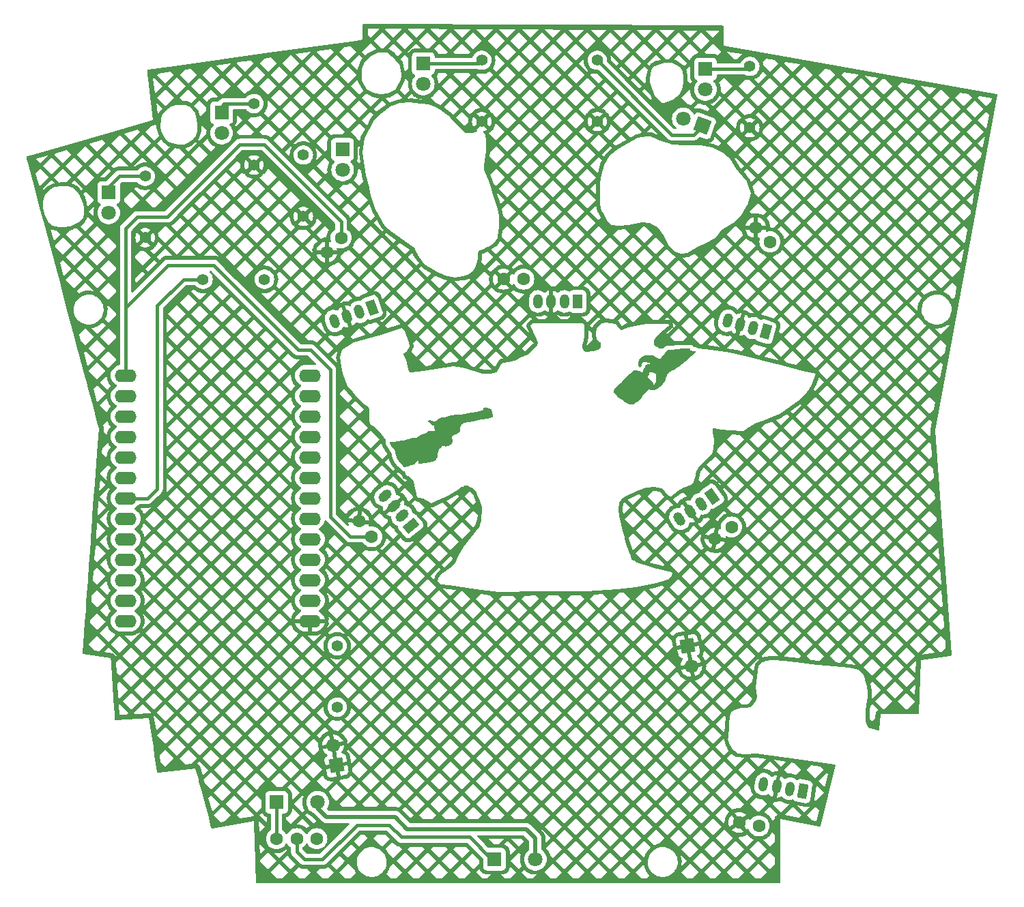
<source format=gbl>
G04 #@! TF.GenerationSoftware,KiCad,Pcbnew,7.0.10*
G04 #@! TF.CreationDate,2024-05-06T11:46:39-05:00*
G04 #@! TF.ProjectId,cowboys_vs_dinos,636f7762-6f79-4735-9f76-735f64696e6f,2*
G04 #@! TF.SameCoordinates,Original*
G04 #@! TF.FileFunction,Copper,L2,Bot*
G04 #@! TF.FilePolarity,Positive*
%FSLAX46Y46*%
G04 Gerber Fmt 4.6, Leading zero omitted, Abs format (unit mm)*
G04 Created by KiCad (PCBNEW 7.0.10) date 2024-05-06 11:46:39*
%MOMM*%
%LPD*%
G01*
G04 APERTURE LIST*
G04 Aperture macros list*
%AMHorizOval*
0 Thick line with rounded ends*
0 $1 width*
0 $2 $3 position (X,Y) of the first rounded end (center of the circle)*
0 $4 $5 position (X,Y) of the second rounded end (center of the circle)*
0 Add line between two ends*
20,1,$1,$2,$3,$4,$5,0*
0 Add two circle primitives to create the rounded ends*
1,1,$1,$2,$3*
1,1,$1,$4,$5*%
%AMRotRect*
0 Rectangle, with rotation*
0 The origin of the aperture is its center*
0 $1 length*
0 $2 width*
0 $3 Rotation angle, in degrees counterclockwise*
0 Add horizontal line*
21,1,$1,$2,0,0,$3*%
G04 Aperture macros list end*
G04 #@! TA.AperFunction,ComponentPad*
%ADD10R,1.800000X1.800000*%
G04 #@! TD*
G04 #@! TA.AperFunction,ComponentPad*
%ADD11C,1.800000*%
G04 #@! TD*
G04 #@! TA.AperFunction,ComponentPad*
%ADD12RotRect,1.800000X1.800000X160.000000*%
G04 #@! TD*
G04 #@! TA.AperFunction,ComponentPad*
%ADD13R,1.150000X1.800000*%
G04 #@! TD*
G04 #@! TA.AperFunction,ComponentPad*
%ADD14O,1.150000X1.800000*%
G04 #@! TD*
G04 #@! TA.AperFunction,ComponentPad*
%ADD15RotRect,1.700000X1.700000X190.000000*%
G04 #@! TD*
G04 #@! TA.AperFunction,ComponentPad*
%ADD16HorizOval,1.700000X0.000000X0.000000X0.000000X0.000000X0*%
G04 #@! TD*
G04 #@! TA.AperFunction,ComponentPad*
%ADD17C,1.600000*%
G04 #@! TD*
G04 #@! TA.AperFunction,ComponentPad*
%ADD18C,1.400000*%
G04 #@! TD*
G04 #@! TA.AperFunction,ComponentPad*
%ADD19O,2.700000X1.600000*%
G04 #@! TD*
G04 #@! TA.AperFunction,ComponentPad*
%ADD20RotRect,1.150000X1.800000X200.000000*%
G04 #@! TD*
G04 #@! TA.AperFunction,ComponentPad*
%ADD21HorizOval,1.150000X-0.111157X0.305400X0.111157X-0.305400X0*%
G04 #@! TD*
G04 #@! TA.AperFunction,ComponentPad*
%ADD22RotRect,1.150000X1.800000X170.000000*%
G04 #@! TD*
G04 #@! TA.AperFunction,ComponentPad*
%ADD23HorizOval,1.150000X0.056436X0.320063X-0.056436X-0.320063X0*%
G04 #@! TD*
G04 #@! TA.AperFunction,ComponentPad*
%ADD24RotRect,1.150000X1.800000X164.000000*%
G04 #@! TD*
G04 #@! TA.AperFunction,ComponentPad*
%ADD25HorizOval,1.150000X0.089582X0.312410X-0.089582X-0.312410X0*%
G04 #@! TD*
G04 #@! TA.AperFunction,ComponentPad*
%ADD26RotRect,1.700000X1.700000X10.000000*%
G04 #@! TD*
G04 #@! TA.AperFunction,ComponentPad*
%ADD27HorizOval,1.700000X0.000000X0.000000X0.000000X0.000000X0*%
G04 #@! TD*
G04 #@! TA.AperFunction,ComponentPad*
%ADD28RotRect,1.150000X1.800000X130.000000*%
G04 #@! TD*
G04 #@! TA.AperFunction,ComponentPad*
%ADD29HorizOval,1.150000X0.248964X0.208906X-0.248964X-0.208906X0*%
G04 #@! TD*
G04 #@! TA.AperFunction,ComponentPad*
%ADD30RotRect,1.150000X1.800000X215.000000*%
G04 #@! TD*
G04 #@! TA.AperFunction,ComponentPad*
%ADD31HorizOval,1.150000X-0.186412X0.266224X0.186412X-0.266224X0*%
G04 #@! TD*
G04 #@! TA.AperFunction,Conductor*
%ADD32C,0.400000*%
G04 #@! TD*
G04 #@! TA.AperFunction,Conductor*
%ADD33C,0.500000*%
G04 #@! TD*
G04 APERTURE END LIST*
G04 #@! TA.AperFunction,EtchedComponent*
G36*
X104392516Y-61167895D02*
G01*
X104512312Y-61212458D01*
X104543551Y-61234472D01*
X104663172Y-61296032D01*
X104776089Y-61317887D01*
X104870965Y-61336476D01*
X104942148Y-61401654D01*
X104999937Y-61527535D01*
X105044489Y-61685690D01*
X105082594Y-61839762D01*
X105126417Y-62014414D01*
X105139348Y-62065420D01*
X105167415Y-62210450D01*
X105151540Y-62301152D01*
X105078186Y-62357800D01*
X104933819Y-62400671D01*
X104912257Y-62405588D01*
X104777838Y-62447059D01*
X104670720Y-62499288D01*
X104648825Y-62515760D01*
X104537984Y-62563010D01*
X104475102Y-62557591D01*
X104392106Y-62556794D01*
X104230816Y-62575795D01*
X103996940Y-62613570D01*
X103696184Y-62669099D01*
X103334255Y-62741358D01*
X102916859Y-62829326D01*
X102722771Y-62871502D01*
X102519715Y-62913702D01*
X102319296Y-62951529D01*
X102157625Y-62978258D01*
X102126235Y-62982581D01*
X101945044Y-63010264D01*
X101762695Y-63049078D01*
X101546760Y-63106384D01*
X101423083Y-63142200D01*
X101290486Y-63197348D01*
X101239951Y-63261584D01*
X101239182Y-63271542D01*
X101218471Y-63357547D01*
X101167591Y-63471193D01*
X101157299Y-63489775D01*
X101097739Y-63650931D01*
X101085870Y-63856473D01*
X101086168Y-63863184D01*
X101082980Y-64014590D01*
X101060547Y-64119455D01*
X101045092Y-64144445D01*
X100819339Y-64323133D01*
X100532284Y-64481552D01*
X100447673Y-64518747D01*
X100254209Y-64613577D01*
X100136127Y-64713961D01*
X100083098Y-64837412D01*
X100084793Y-65001439D01*
X100102780Y-65103409D01*
X100130650Y-65303969D01*
X100115797Y-65446426D01*
X100110168Y-65463130D01*
X100029931Y-65594916D01*
X99894560Y-65736399D01*
X99728942Y-65864327D01*
X99605308Y-65934812D01*
X99448693Y-65983830D01*
X99270512Y-66001944D01*
X99101855Y-65989493D01*
X98973809Y-65946813D01*
X98947415Y-65927673D01*
X98865277Y-65868613D01*
X98824199Y-65881978D01*
X98816013Y-65938242D01*
X98777861Y-66063579D01*
X98678219Y-66184160D01*
X98539305Y-66273275D01*
X98536239Y-66274569D01*
X98442098Y-66325929D01*
X98411321Y-66389903D01*
X98415433Y-66454087D01*
X98401567Y-66580920D01*
X98321519Y-66705298D01*
X98252471Y-66808703D01*
X98233764Y-66890524D01*
X98236406Y-66899829D01*
X98258478Y-66982705D01*
X98280258Y-67108120D01*
X98285044Y-67144274D01*
X98292047Y-67265862D01*
X98266485Y-67338242D01*
X98199900Y-67394010D01*
X98119175Y-67477234D01*
X98111430Y-67561847D01*
X98093596Y-67675620D01*
X97992683Y-67766728D01*
X97809236Y-67834771D01*
X97708149Y-67856296D01*
X97520476Y-67893441D01*
X97326085Y-67937062D01*
X97236627Y-67959421D01*
X97075950Y-67997619D01*
X96877536Y-68038904D01*
X96717376Y-68068503D01*
X96533769Y-68100183D01*
X96356708Y-68131157D01*
X96238496Y-68152212D01*
X96100509Y-68164064D01*
X95982101Y-68153010D01*
X95963305Y-68147388D01*
X95898213Y-68110499D01*
X95880701Y-68047465D01*
X95892443Y-67959604D01*
X95904929Y-67858219D01*
X95884317Y-67815931D01*
X95836313Y-67808518D01*
X95762935Y-67840764D01*
X95661560Y-67925606D01*
X95579690Y-68014054D01*
X95466297Y-68137276D01*
X95361791Y-68210980D01*
X95228315Y-68258482D01*
X95153769Y-68276394D01*
X94980058Y-68323422D01*
X94773618Y-68390925D01*
X94589294Y-68460295D01*
X94434508Y-68521013D01*
X94307853Y-68565945D01*
X94232913Y-68586826D01*
X94226616Y-68587393D01*
X94170716Y-68558164D01*
X94079287Y-68482448D01*
X93996436Y-68401450D01*
X93762919Y-68154446D01*
X93584609Y-67957268D01*
X93453827Y-67800288D01*
X93362893Y-67673879D01*
X93304129Y-67568413D01*
X93277433Y-67500064D01*
X93226491Y-67361028D01*
X93172464Y-67242695D01*
X93157186Y-67215938D01*
X93115967Y-67118448D01*
X93077396Y-66975652D01*
X93061481Y-66891406D01*
X93000613Y-66612944D01*
X92908002Y-66389209D01*
X92770237Y-66190351D01*
X92721611Y-66134916D01*
X92626899Y-66025763D01*
X92561734Y-65940151D01*
X92541737Y-65901616D01*
X92519274Y-65846442D01*
X92462659Y-65750064D01*
X92432492Y-65704189D01*
X92369512Y-65597192D01*
X92338628Y-65515912D01*
X92338591Y-65496731D01*
X92386817Y-65474483D01*
X92507756Y-65453052D01*
X92687585Y-65434419D01*
X92848092Y-65423723D01*
X93365137Y-65373041D01*
X93908965Y-65278656D01*
X94436714Y-65148232D01*
X94510562Y-65126421D01*
X94686103Y-65073350D01*
X94850828Y-65023523D01*
X94964906Y-64988988D01*
X95168045Y-64940151D01*
X95350052Y-64919604D01*
X95489244Y-64928603D01*
X95551871Y-64954971D01*
X95604142Y-64979420D01*
X95665952Y-64955013D01*
X95756372Y-64876974D01*
X95919553Y-64749588D01*
X96131912Y-64622511D01*
X96362562Y-64511166D01*
X96580615Y-64430974D01*
X96708058Y-64401799D01*
X96873605Y-64338705D01*
X97003403Y-64215433D01*
X97053600Y-64117504D01*
X97100531Y-64090284D01*
X97222624Y-64073293D01*
X97424639Y-64065978D01*
X97500009Y-64065587D01*
X97928961Y-64065587D01*
X97918298Y-63957410D01*
X97894678Y-63736177D01*
X97872536Y-63586399D01*
X97847495Y-63493187D01*
X97815177Y-63441652D01*
X97771205Y-63416906D01*
X97758320Y-63413271D01*
X97679403Y-63370600D01*
X97567795Y-63282813D01*
X97454354Y-63175556D01*
X97338726Y-63067569D01*
X97235797Y-62990825D01*
X97168825Y-62962180D01*
X97080162Y-62934636D01*
X97057303Y-62867224D01*
X97086752Y-62808837D01*
X97185981Y-62755250D01*
X97343412Y-62756383D01*
X97550485Y-62811886D01*
X97597612Y-62829680D01*
X97782464Y-62884536D01*
X97930745Y-62877625D01*
X98071641Y-62803445D01*
X98166950Y-62722324D01*
X98280798Y-62627756D01*
X98407032Y-62552098D01*
X98563064Y-62488558D01*
X98766307Y-62430347D01*
X99034173Y-62370675D01*
X99105743Y-62356231D01*
X99363091Y-62303428D01*
X99656559Y-62240808D01*
X99938104Y-62178700D01*
X100049233Y-62153410D01*
X100519558Y-62068920D01*
X100990681Y-62027697D01*
X101001192Y-62027322D01*
X101250867Y-62011323D01*
X101520667Y-61982169D01*
X101767680Y-61944913D01*
X101866610Y-61925405D01*
X102078096Y-61880435D01*
X102341416Y-61827207D01*
X102664319Y-61764217D01*
X103054550Y-61689959D01*
X103519857Y-61602930D01*
X103683986Y-61572488D01*
X103812433Y-61544417D01*
X103878097Y-61510285D01*
X103903921Y-61452179D01*
X103910005Y-61396022D01*
X103931627Y-61276216D01*
X103987813Y-61206125D01*
X104097286Y-61171686D01*
X104223013Y-61160911D01*
X104392516Y-61167895D01*
G37*
G04 #@! TD.AperFunction*
G04 #@! TA.AperFunction,EtchedComponent*
G36*
X129571929Y-53978669D02*
G01*
X129567127Y-54036185D01*
X129592649Y-54070636D01*
X129666880Y-54092012D01*
X129808206Y-54110302D01*
X129815692Y-54111131D01*
X130036295Y-54139089D01*
X130179809Y-54166593D01*
X130255646Y-54195947D01*
X130273935Y-54223377D01*
X130244622Y-54279812D01*
X130168810Y-54374559D01*
X130064688Y-54488443D01*
X129950446Y-54602288D01*
X129844274Y-54696918D01*
X129779535Y-54744580D01*
X129702107Y-54802332D01*
X129577682Y-54906545D01*
X129421738Y-55043797D01*
X129249757Y-55200668D01*
X129200271Y-55246809D01*
X129020312Y-55412696D01*
X128845966Y-55568510D01*
X128694883Y-55698799D01*
X128584711Y-55788108D01*
X128567536Y-55800851D01*
X128423695Y-55908103D01*
X128264062Y-56032203D01*
X128194841Y-56087817D01*
X128037631Y-56202767D01*
X127860574Y-56313519D01*
X127785860Y-56354016D01*
X127624281Y-56445886D01*
X127415572Y-56580143D01*
X127179035Y-56743711D01*
X126933971Y-56923510D01*
X126845850Y-56990876D01*
X126762952Y-57083485D01*
X126691696Y-57231174D01*
X126639083Y-57393410D01*
X126589565Y-57556863D01*
X126542611Y-57695057D01*
X126507790Y-57779971D01*
X126505791Y-57783668D01*
X126457718Y-57871915D01*
X126393022Y-57993879D01*
X126374819Y-58028677D01*
X126254091Y-58209768D01*
X126078758Y-58408761D01*
X125871199Y-58604022D01*
X125653793Y-58773919D01*
X125509398Y-58865242D01*
X125337299Y-58954172D01*
X125199591Y-59003035D01*
X125060552Y-59022494D01*
X124975775Y-59024531D01*
X124781746Y-59009981D01*
X124643589Y-58962270D01*
X124607329Y-58939327D01*
X124487671Y-58854122D01*
X124189576Y-59174818D01*
X123960064Y-59425806D01*
X123786621Y-59624461D01*
X123671102Y-59768541D01*
X123615363Y-59855803D01*
X123610221Y-59874529D01*
X123578666Y-59932375D01*
X123493840Y-60030295D01*
X123370505Y-60154874D01*
X123223424Y-60292696D01*
X123067357Y-60430347D01*
X122917067Y-60554411D01*
X122787314Y-60651473D01*
X122693089Y-60708016D01*
X122560817Y-60752421D01*
X122406004Y-60783582D01*
X122253374Y-60799309D01*
X122127651Y-60797414D01*
X122053560Y-60775706D01*
X122045258Y-60765387D01*
X122001902Y-60732077D01*
X121900117Y-60673921D01*
X121760080Y-60602279D01*
X121727938Y-60586698D01*
X121555798Y-60494824D01*
X121393381Y-60392643D01*
X121275309Y-60301973D01*
X121273594Y-60300386D01*
X121155277Y-60200700D01*
X121039870Y-60119352D01*
X121006777Y-60100455D01*
X120888541Y-60025855D01*
X120740640Y-59912490D01*
X120580003Y-59775881D01*
X120423561Y-59631548D01*
X120288244Y-59495013D01*
X120190982Y-59381796D01*
X120151031Y-59315939D01*
X120108278Y-59155711D01*
X120113067Y-59026231D01*
X120173005Y-58903634D01*
X120295702Y-58764056D01*
X120341026Y-58719933D01*
X120469180Y-58600611D01*
X120584374Y-58498532D01*
X120662963Y-58434607D01*
X120666425Y-58432142D01*
X120728956Y-58376446D01*
X120833977Y-58270447D01*
X120967122Y-58129085D01*
X121114024Y-57967301D01*
X121121938Y-57958421D01*
X121296907Y-57768866D01*
X121498672Y-57561610D01*
X121714934Y-57348161D01*
X121756138Y-57308904D01*
X124356137Y-57308904D01*
X124392656Y-57378784D01*
X124477712Y-57483731D01*
X124617165Y-57633113D01*
X124717436Y-57735841D01*
X124873813Y-57896608D01*
X124977550Y-58010753D01*
X125037956Y-58092089D01*
X125064339Y-58154427D01*
X125066007Y-58211576D01*
X125060099Y-58244274D01*
X125049183Y-58338235D01*
X125077922Y-58373258D01*
X125099628Y-58375468D01*
X125156123Y-58339146D01*
X125167972Y-58286389D01*
X125193561Y-58199283D01*
X125258011Y-58084485D01*
X125291732Y-58037582D01*
X125347302Y-57962278D01*
X125382188Y-57895398D01*
X125400044Y-57815567D01*
X125404526Y-57701408D01*
X125399287Y-57531545D01*
X125394876Y-57434327D01*
X125382662Y-57250255D01*
X125365960Y-57103495D01*
X125347255Y-57012129D01*
X125333933Y-56990800D01*
X125273939Y-56972637D01*
X125168431Y-56926663D01*
X125111794Y-56899022D01*
X124952886Y-56833097D01*
X124784760Y-56783719D01*
X124746786Y-56776176D01*
X124643725Y-56761275D01*
X124580973Y-56770966D01*
X124543365Y-56821585D01*
X124515736Y-56929469D01*
X124494117Y-57048344D01*
X124461071Y-57160580D01*
X124416170Y-57230288D01*
X124405269Y-57236874D01*
X124362295Y-57264723D01*
X124356137Y-57308904D01*
X121756138Y-57308904D01*
X121933392Y-57140028D01*
X122141748Y-56948722D01*
X122327702Y-56785750D01*
X122478953Y-56662623D01*
X122583203Y-56590849D01*
X122583757Y-56590545D01*
X122794166Y-56519004D01*
X123020278Y-56528609D01*
X123266727Y-56619856D01*
X123363881Y-56674339D01*
X123493889Y-56746765D01*
X123592188Y-56789213D01*
X123639419Y-56793500D01*
X123640650Y-56791336D01*
X123670585Y-56734763D01*
X123733978Y-56630893D01*
X123801692Y-56525806D01*
X123887266Y-56379871D01*
X123953476Y-56238084D01*
X123978781Y-56160002D01*
X124047829Y-55979884D01*
X124167006Y-55869423D01*
X124341777Y-55824150D01*
X124391593Y-55822487D01*
X124522808Y-55815167D01*
X124590965Y-55787769D01*
X124616527Y-55741534D01*
X124615675Y-55692309D01*
X124570690Y-55656493D01*
X124464499Y-55623811D01*
X124394402Y-55607867D01*
X124224680Y-55567028D01*
X124061447Y-55521291D01*
X123990636Y-55498287D01*
X123878392Y-55465633D01*
X123807202Y-55472075D01*
X123747633Y-55513000D01*
X123681458Y-55604409D01*
X123633594Y-55728391D01*
X123631886Y-55735812D01*
X123579279Y-55915065D01*
X123512125Y-56058606D01*
X123440587Y-56148057D01*
X123392559Y-56168654D01*
X123310672Y-56138538D01*
X123243454Y-56083256D01*
X123207113Y-56032129D01*
X123187305Y-55965315D01*
X123182106Y-55862671D01*
X123189594Y-55704050D01*
X123197301Y-55599918D01*
X123222853Y-55361252D01*
X123261259Y-55192227D01*
X123320642Y-55076071D01*
X123409121Y-54996013D01*
X123515434Y-54942938D01*
X123651405Y-54872790D01*
X123770396Y-54787888D01*
X123780043Y-54779096D01*
X123833786Y-54735776D01*
X123898449Y-54706049D01*
X123992010Y-54686462D01*
X124132443Y-54673563D01*
X124337725Y-54663902D01*
X124389842Y-54661993D01*
X124607270Y-54655140D01*
X124759876Y-54655097D01*
X124869308Y-54665149D01*
X124957214Y-54688579D01*
X125045242Y-54728671D01*
X125128709Y-54774063D01*
X125357726Y-54899724D01*
X125526617Y-54987309D01*
X125649757Y-55042780D01*
X125741520Y-55072098D01*
X125816281Y-55081224D01*
X125864029Y-55079010D01*
X125989100Y-55039028D01*
X126049114Y-54978705D01*
X126214762Y-54711286D01*
X126430586Y-54428801D01*
X126590406Y-54248063D01*
X126829563Y-53993401D01*
X127316384Y-53988438D01*
X127578813Y-53980568D01*
X127756003Y-53963127D01*
X127848738Y-53936028D01*
X127857275Y-53929386D01*
X127905059Y-53908909D01*
X128007092Y-53893739D01*
X128171244Y-53883400D01*
X128405384Y-53877417D01*
X128717380Y-53875313D01*
X128751518Y-53875298D01*
X129591690Y-53875298D01*
X129571929Y-53978669D01*
G37*
G04 #@! TD.AperFunction*
D10*
X71500000Y-24550000D03*
D11*
X71500000Y-27090000D03*
D12*
X131140000Y-26190000D03*
D11*
X128753181Y-25321269D03*
D13*
X115660000Y-48000000D03*
D14*
X114010000Y-48000000D03*
X112360000Y-48000000D03*
X110710000Y-48000000D03*
D15*
X85741066Y-105601412D03*
D16*
X85300000Y-103100000D03*
D17*
X108960000Y-45230000D03*
X106460000Y-45230000D03*
D10*
X131500000Y-19140000D03*
D11*
X131500000Y-21680000D03*
D18*
X62000000Y-32460000D03*
X62000000Y-40080000D03*
X118080000Y-18050000D03*
X118080000Y-25670000D03*
X85830000Y-90750000D03*
X85830000Y-98370000D03*
X103750000Y-18050000D03*
X103750000Y-25670000D03*
D19*
X59590000Y-80055000D03*
X59590000Y-82595000D03*
X59590000Y-57195000D03*
X59590000Y-77515000D03*
X59590000Y-69895000D03*
X82450000Y-85135000D03*
X59590000Y-87675000D03*
X82450000Y-82595000D03*
X59590000Y-85135000D03*
X59590000Y-74975000D03*
X59590000Y-72435000D03*
X59590000Y-67355000D03*
X59590000Y-62275000D03*
X59590000Y-59735000D03*
X59590000Y-64815000D03*
X82450000Y-74975000D03*
X82450000Y-77515000D03*
X82450000Y-80055000D03*
X82450000Y-69895000D03*
X82450000Y-72435000D03*
X82450000Y-64815000D03*
X82450000Y-67355000D03*
X82450000Y-57195000D03*
X82450000Y-59735000D03*
X82450000Y-62275000D03*
X82450000Y-87675000D03*
D20*
X90119846Y-48728990D03*
D21*
X88569353Y-49293323D03*
X87018861Y-49857656D03*
X85468368Y-50421990D03*
D10*
X78320000Y-110175000D03*
D11*
X83400000Y-110175000D03*
D22*
X143578242Y-108788376D03*
D23*
X141953309Y-108501857D03*
X140328376Y-108215337D03*
X138703443Y-107928818D03*
D10*
X86500000Y-29115000D03*
D11*
X86500000Y-31655000D03*
D17*
X86300000Y-40100000D03*
X84532233Y-41867767D03*
D24*
X138986082Y-51754802D03*
D25*
X137400000Y-51300000D03*
X135813918Y-50845198D03*
X134227836Y-50390397D03*
D17*
X134737880Y-75996059D03*
X132690000Y-77430000D03*
D18*
X81630000Y-29820000D03*
X81630000Y-37440000D03*
D17*
X138131010Y-113117061D03*
X135668991Y-112682941D03*
X78300000Y-114700000D03*
X80800000Y-114700000D03*
X83300000Y-114700000D03*
X139500000Y-40600000D03*
X137732233Y-38832233D03*
D10*
X57500000Y-34460000D03*
D11*
X57500000Y-37000000D03*
D18*
X75500000Y-23430000D03*
X75500000Y-31050000D03*
D26*
X129300000Y-90760000D03*
D27*
X129741066Y-93261412D03*
D10*
X105335000Y-117255000D03*
D11*
X110415000Y-117255000D03*
D28*
X94942691Y-75888507D03*
D29*
X93882091Y-74624534D03*
X92821492Y-73360561D03*
X91760892Y-72096587D03*
D18*
X137000000Y-18810000D03*
X137000000Y-26430000D03*
D17*
X90106969Y-77215111D03*
X88500000Y-75300000D03*
D18*
X76810000Y-45250000D03*
X69190000Y-45250000D03*
D10*
X96500000Y-18460000D03*
D11*
X96500000Y-21000000D03*
D30*
X132315965Y-72173417D03*
D31*
X130964364Y-73119818D03*
X129612763Y-74066219D03*
X128261162Y-75012620D03*
D32*
X93750000Y-114500000D02*
X102250000Y-114500000D01*
X105005000Y-117255000D02*
X105335000Y-117255000D01*
X80800000Y-116300000D02*
X81750000Y-117250000D01*
X80800000Y-114700000D02*
X80800000Y-116300000D01*
X84000000Y-117250000D02*
X88250000Y-113000000D01*
X102250000Y-114500000D02*
X105005000Y-117255000D01*
X88250000Y-113000000D02*
X92250000Y-113000000D01*
X92250000Y-113000000D02*
X93750000Y-114500000D01*
X81750000Y-117250000D02*
X84000000Y-117250000D01*
X78300000Y-110195000D02*
X78320000Y-110175000D01*
X78300000Y-114700000D02*
X78300000Y-110195000D01*
X96500000Y-18460000D02*
X103340000Y-18460000D01*
X103340000Y-18460000D02*
X103750000Y-18050000D01*
X71500000Y-24550000D02*
X71500000Y-23750000D01*
X71820000Y-23430000D02*
X75500000Y-23430000D01*
X71500000Y-23750000D02*
X71820000Y-23430000D01*
X57500000Y-33750000D02*
X58790000Y-32460000D01*
X58790000Y-32460000D02*
X62000000Y-32460000D01*
X57500000Y-34460000D02*
X57500000Y-33750000D01*
X131140000Y-26190000D02*
X130030000Y-27300000D01*
X130030000Y-27300000D02*
X127330000Y-27300000D01*
X127330000Y-27300000D02*
X118080000Y-18050000D01*
X131500000Y-19140000D02*
X136670000Y-19140000D01*
X136670000Y-19140000D02*
X137000000Y-18810000D01*
X66750000Y-45250000D02*
X69190000Y-45250000D01*
X63500000Y-71250000D02*
X63500000Y-48500000D01*
X59590000Y-72435000D02*
X62315000Y-72435000D01*
X63500000Y-48500000D02*
X66750000Y-45250000D01*
X62315000Y-72435000D02*
X63500000Y-71250000D01*
X59590000Y-38910000D02*
X61000000Y-37500000D01*
X70500000Y-43500000D02*
X81000000Y-54000000D01*
X86300000Y-38050000D02*
X86300000Y-40100000D01*
X73750000Y-28500000D02*
X76750000Y-28500000D01*
X59590000Y-48750000D02*
X59590000Y-38910000D01*
X59590000Y-57195000D02*
X59590000Y-48750000D01*
X81000000Y-54000000D02*
X82500000Y-54000000D01*
X85000000Y-56500000D02*
X85000000Y-74750000D01*
X85000000Y-74750000D02*
X87465111Y-77215111D01*
X87465111Y-77215111D02*
X90106969Y-77215111D01*
X61000000Y-37500000D02*
X64750000Y-37500000D01*
X64750000Y-37500000D02*
X73750000Y-28500000D01*
X64840000Y-43500000D02*
X70500000Y-43500000D01*
X76750000Y-28500000D02*
X86300000Y-38050000D01*
X59590000Y-48750000D02*
X64840000Y-43500000D01*
X82500000Y-54000000D02*
X85000000Y-56500000D01*
X82450000Y-74975000D02*
X81725000Y-74975000D01*
D33*
X83400000Y-110900000D02*
X84500000Y-112000000D01*
X83400000Y-110175000D02*
X83400000Y-110900000D01*
X84500000Y-112000000D02*
X93000000Y-112000000D01*
X109250000Y-113500000D02*
X110415000Y-114665000D01*
X93000000Y-112000000D02*
X94500000Y-113500000D01*
X110415000Y-114665000D02*
X110415000Y-117255000D01*
X94500000Y-113500000D02*
X109250000Y-113500000D01*
G04 #@! TA.AperFunction,Conductor*
G36*
X85778053Y-104371480D02*
G01*
X85778052Y-104371484D01*
X85911742Y-105129684D01*
X85883381Y-105116732D01*
X85776829Y-105101412D01*
X85705303Y-105101412D01*
X85598751Y-105116732D01*
X85467966Y-105176460D01*
X85419658Y-105218317D01*
X85252972Y-104272987D01*
X85129321Y-103571726D01*
X85157685Y-103584680D01*
X85264237Y-103600000D01*
X85335763Y-103600000D01*
X85442315Y-103584680D01*
X85573100Y-103524952D01*
X85621406Y-103483095D01*
X85778053Y-104371480D01*
G37*
G04 #@! TD.AperFunction*
G04 #@! TA.AperFunction,Conductor*
G36*
X129778053Y-92031480D02*
G01*
X129778052Y-92031484D01*
X129911742Y-92789684D01*
X129883381Y-92776732D01*
X129776829Y-92761412D01*
X129705303Y-92761412D01*
X129598751Y-92776732D01*
X129467966Y-92836460D01*
X129419658Y-92878317D01*
X129252972Y-91932987D01*
X129129321Y-91231726D01*
X129157685Y-91244680D01*
X129264237Y-91260000D01*
X129335763Y-91260000D01*
X129442315Y-91244680D01*
X129573100Y-91184952D01*
X129621406Y-91143095D01*
X129778053Y-92031480D01*
G37*
G04 #@! TD.AperFunction*
G04 #@! TA.AperFunction,Conductor*
G36*
X133626693Y-13749311D02*
G01*
X133693621Y-13769370D01*
X133739080Y-13822428D01*
X133750000Y-13873309D01*
X133750000Y-16250000D01*
X167626801Y-22228259D01*
X167689398Y-22259293D01*
X167725280Y-22319245D01*
X167727167Y-22373002D01*
X160000000Y-63999996D01*
X159999999Y-64000004D01*
X161991690Y-91883667D01*
X161976832Y-91951939D01*
X161927422Y-92001340D01*
X161884393Y-92015414D01*
X158250000Y-92500000D01*
X158004713Y-99122771D01*
X158004423Y-99130589D01*
X157982271Y-99196854D01*
X157927809Y-99240624D01*
X157880508Y-99250000D01*
X153250000Y-99250000D01*
X153027052Y-101182208D01*
X152999813Y-101246550D01*
X152942112Y-101285950D01*
X152872269Y-101287901D01*
X152857817Y-101283126D01*
X152400002Y-101100000D01*
X151936815Y-101007363D01*
X151874937Y-100974913D01*
X151873452Y-100973452D01*
X151620699Y-100720699D01*
X151590743Y-100672230D01*
X151550167Y-100550503D01*
X151406363Y-100119089D01*
X151400000Y-100079877D01*
X151400000Y-99812051D01*
X151898000Y-99812051D01*
X152203238Y-100117289D01*
X152563336Y-99757190D01*
X152651946Y-98989253D01*
X152679186Y-98924912D01*
X152692626Y-98910897D01*
X152919126Y-98709027D01*
X152203238Y-97993140D01*
X151964872Y-98231507D01*
X151898000Y-98733048D01*
X151898000Y-99812051D01*
X151400000Y-99812051D01*
X151400000Y-98708228D01*
X151401088Y-98691840D01*
X151541200Y-97641002D01*
X152555378Y-97641002D01*
X153540376Y-98626000D01*
X153694530Y-98626000D01*
X154679528Y-97641002D01*
X155383805Y-97641002D01*
X156368803Y-98626000D01*
X156522957Y-98626000D01*
X157432365Y-97716590D01*
X157437763Y-97570810D01*
X156445880Y-96578927D01*
X155383805Y-97641002D01*
X154679528Y-97641002D01*
X153617453Y-96578927D01*
X152555378Y-97641002D01*
X151541200Y-97641002D01*
X151600000Y-97200005D01*
X151600000Y-96399999D01*
X151410015Y-95450074D01*
X151917876Y-95450074D01*
X152090740Y-96314390D01*
X152091792Y-96320418D01*
X152093612Y-96332622D01*
X152094364Y-96338693D01*
X152096787Y-96363162D01*
X152097240Y-96369261D01*
X152097849Y-96381586D01*
X152098000Y-96387706D01*
X152098000Y-97183624D01*
X152203239Y-97288863D01*
X153265314Y-96226788D01*
X153969591Y-96226788D01*
X155031666Y-97288863D01*
X156093741Y-96226788D01*
X156093740Y-96226787D01*
X156798018Y-96226787D01*
X157462916Y-96891686D01*
X157514062Y-95510741D01*
X156798018Y-96226787D01*
X156093740Y-96226787D01*
X155031666Y-95164713D01*
X153969591Y-96226788D01*
X153265314Y-96226788D01*
X152203238Y-95164712D01*
X151917876Y-95450074D01*
X151410015Y-95450074D01*
X151400008Y-95400041D01*
X151400000Y-95400000D01*
X151253144Y-94812575D01*
X152555378Y-94812575D01*
X153617453Y-95874650D01*
X154679528Y-94812575D01*
X155383805Y-94812575D01*
X156445879Y-95874649D01*
X157507954Y-94812574D01*
X156445880Y-93750500D01*
X155383805Y-94812575D01*
X154679528Y-94812575D01*
X153617453Y-93750500D01*
X152555378Y-94812575D01*
X151253144Y-94812575D01*
X151200000Y-94600000D01*
X151199685Y-94599370D01*
X151000002Y-94200003D01*
X150999999Y-94199999D01*
X150600000Y-93800000D01*
X150599997Y-93799998D01*
X150200000Y-93600000D01*
X150200001Y-93600000D01*
X149270579Y-93496731D01*
X148385249Y-93398361D01*
X151141164Y-93398361D01*
X152203239Y-94460436D01*
X153265314Y-93398361D01*
X153969591Y-93398361D01*
X155031666Y-94460436D01*
X156093741Y-93398361D01*
X156798018Y-93398361D01*
X157563931Y-94164274D01*
X157622848Y-92573530D01*
X156798018Y-93398361D01*
X156093741Y-93398361D01*
X155031666Y-92336286D01*
X153969591Y-93398361D01*
X153265314Y-93398361D01*
X152203239Y-92336286D01*
X151141164Y-93398361D01*
X148385249Y-93398361D01*
X147500000Y-93300000D01*
X146431807Y-93189497D01*
X144600642Y-93000066D01*
X144599322Y-92999922D01*
X144076325Y-92940151D01*
X148770946Y-92940151D01*
X150129643Y-93091117D01*
X149374811Y-92336285D01*
X148770946Y-92940151D01*
X144076325Y-92940151D01*
X141276076Y-92620123D01*
X141100000Y-92600000D01*
X140200000Y-92500000D01*
X139600000Y-92500000D01*
X139000000Y-92599999D01*
X138999998Y-92600000D01*
X138400003Y-92899998D01*
X138399999Y-92900000D01*
X138100001Y-93199997D01*
X138100000Y-93199999D01*
X137900089Y-94599370D01*
X137899893Y-94600689D01*
X137699999Y-95900001D01*
X137799324Y-96396620D01*
X137800486Y-96403402D01*
X137895860Y-97071022D01*
X137890743Y-97127770D01*
X137706993Y-97679019D01*
X137686184Y-97717269D01*
X137312026Y-98184967D01*
X137283981Y-98210679D01*
X137017872Y-98388085D01*
X136979163Y-98405209D01*
X136614808Y-98496298D01*
X136584734Y-98500000D01*
X135900000Y-98500000D01*
X135100000Y-98700000D01*
X135099998Y-98700001D01*
X134699999Y-99000000D01*
X134500000Y-99599997D01*
X134422618Y-100451202D01*
X134400000Y-100700000D01*
X134304442Y-102228926D01*
X134300000Y-102300000D01*
X134300000Y-102300002D01*
X134363006Y-102520522D01*
X134500000Y-103000000D01*
X134500001Y-103000001D01*
X134500002Y-103000004D01*
X134899999Y-103700000D01*
X135091433Y-103827622D01*
X135500000Y-104100000D01*
X136500000Y-104200000D01*
X137786437Y-104101043D01*
X137813466Y-104101923D01*
X143400000Y-104900000D01*
X147499617Y-105451871D01*
X147563428Y-105480323D01*
X147601729Y-105538759D01*
X147603580Y-105603976D01*
X145778056Y-113134267D01*
X145743131Y-113194782D01*
X145681034Y-113226808D01*
X145633229Y-113226645D01*
X140750000Y-112249999D01*
X140750000Y-120126000D01*
X140730315Y-120193039D01*
X140677511Y-120238794D01*
X140626000Y-120250000D01*
X75870065Y-120250000D01*
X75803026Y-120230315D01*
X75757271Y-120177511D01*
X75746129Y-120129998D01*
X75717523Y-119243205D01*
X75704975Y-118854205D01*
X77602059Y-118854205D01*
X78373854Y-119626000D01*
X78954414Y-119626000D01*
X79726209Y-118854205D01*
X79726208Y-118854204D01*
X80430485Y-118854204D01*
X81202281Y-119626000D01*
X81782841Y-119626000D01*
X82554636Y-118854205D01*
X83258913Y-118854205D01*
X84030708Y-119626000D01*
X84611268Y-119626000D01*
X85383063Y-118854205D01*
X86087340Y-118854205D01*
X86859135Y-119626000D01*
X87439695Y-119626000D01*
X88151022Y-118914672D01*
X88020041Y-118700051D01*
X88017755Y-118696147D01*
X88013285Y-118688183D01*
X88011138Y-118684188D01*
X88002818Y-118668005D01*
X88000822Y-118663943D01*
X87996945Y-118655673D01*
X87995097Y-118651536D01*
X87984954Y-118627669D01*
X87149415Y-117792130D01*
X86087340Y-118854205D01*
X85383063Y-118854205D01*
X84730745Y-118201887D01*
X84710625Y-118215775D01*
X84660338Y-118255176D01*
X84654301Y-118259618D01*
X84641865Y-118268202D01*
X84635573Y-118272270D01*
X84609798Y-118287851D01*
X84603272Y-118291531D01*
X84591054Y-118297942D01*
X84579235Y-118305089D01*
X84572703Y-118308774D01*
X84546032Y-118322772D01*
X84539298Y-118326050D01*
X84525518Y-118332252D01*
X84518594Y-118335120D01*
X84458867Y-118357769D01*
X84400596Y-118383997D01*
X84393681Y-118386861D01*
X84379556Y-118392219D01*
X84372469Y-118394665D01*
X84343717Y-118403625D01*
X84336500Y-118405637D01*
X84323038Y-118408954D01*
X84309903Y-118413049D01*
X84302684Y-118415062D01*
X84273444Y-118422270D01*
X84266122Y-118423842D01*
X84251256Y-118426567D01*
X84243843Y-118427695D01*
X84180431Y-118435393D01*
X84117568Y-118446914D01*
X84110162Y-118448041D01*
X84095165Y-118449862D01*
X84087709Y-118450540D01*
X84057654Y-118452359D01*
X84050163Y-118452585D01*
X84035052Y-118452585D01*
X84027565Y-118452359D01*
X83963770Y-118448500D01*
X83664618Y-118448500D01*
X83258913Y-118854205D01*
X82554636Y-118854205D01*
X82148931Y-118448500D01*
X81786230Y-118448500D01*
X81722435Y-118452359D01*
X81714948Y-118452585D01*
X81699837Y-118452585D01*
X81692346Y-118452359D01*
X81662291Y-118450540D01*
X81654834Y-118449862D01*
X81639838Y-118448041D01*
X81632434Y-118446914D01*
X81569559Y-118435391D01*
X81506161Y-118427695D01*
X81498756Y-118426568D01*
X81483895Y-118423845D01*
X81476569Y-118422273D01*
X81447333Y-118415067D01*
X81440120Y-118413056D01*
X81426927Y-118408945D01*
X81413512Y-118405639D01*
X81406299Y-118403629D01*
X81377548Y-118394671D01*
X81370465Y-118392227D01*
X81356331Y-118386867D01*
X81349405Y-118383998D01*
X81291135Y-118357770D01*
X81231408Y-118335120D01*
X81224496Y-118332257D01*
X81210719Y-118326058D01*
X81203977Y-118322776D01*
X81177310Y-118308781D01*
X81170779Y-118305097D01*
X81158943Y-118297941D01*
X81146725Y-118291529D01*
X81140202Y-118287851D01*
X81114433Y-118272274D01*
X81108140Y-118268205D01*
X81095704Y-118259621D01*
X81089672Y-118255183D01*
X81055936Y-118228753D01*
X80430485Y-118854204D01*
X79726208Y-118854204D01*
X78664134Y-117792130D01*
X77602059Y-118854205D01*
X75704975Y-118854205D01*
X75656360Y-117347150D01*
X76280684Y-117347150D01*
X76286873Y-117539020D01*
X77249920Y-118502067D01*
X78311995Y-117439992D01*
X78311994Y-117439991D01*
X79016272Y-117439991D01*
X80078346Y-118502066D01*
X80692739Y-117887674D01*
X79978129Y-117173064D01*
X79930318Y-117130708D01*
X79924863Y-117125573D01*
X79914183Y-117114893D01*
X79909053Y-117109444D01*
X79889085Y-117086907D01*
X79884290Y-117081155D01*
X79874968Y-117069258D01*
X79870524Y-117063217D01*
X79834232Y-117010639D01*
X79794819Y-116960332D01*
X79790376Y-116954294D01*
X79781790Y-116941854D01*
X79777723Y-116935563D01*
X79762148Y-116909796D01*
X79758473Y-116903279D01*
X79752051Y-116891044D01*
X79744906Y-116879225D01*
X79741228Y-116872704D01*
X79727234Y-116846044D01*
X79723953Y-116839305D01*
X79717751Y-116825525D01*
X79714884Y-116818604D01*
X79693649Y-116762613D01*
X79016272Y-117439991D01*
X78311994Y-117439991D01*
X77356438Y-116484435D01*
X78060716Y-116484435D01*
X78664134Y-117087853D01*
X79601500Y-116150487D01*
X79601500Y-116044964D01*
X79550000Y-115993464D01*
X79483591Y-116059873D01*
X79479684Y-116063613D01*
X79471638Y-116070986D01*
X79467568Y-116074556D01*
X79450915Y-116088529D01*
X79446694Y-116091916D01*
X79438040Y-116098556D01*
X79433680Y-116101753D01*
X79229470Y-116244740D01*
X79224977Y-116247742D01*
X79215778Y-116253603D01*
X79211145Y-116256415D01*
X79192320Y-116267283D01*
X79187588Y-116269879D01*
X79177910Y-116274918D01*
X79173050Y-116277315D01*
X78947113Y-116382672D01*
X78942163Y-116384850D01*
X78932089Y-116389023D01*
X78927050Y-116390983D01*
X78906623Y-116398419D01*
X78901496Y-116400160D01*
X78891084Y-116403443D01*
X78885888Y-116404957D01*
X78645083Y-116469480D01*
X78639821Y-116470767D01*
X78629168Y-116473128D01*
X78623871Y-116474182D01*
X78602464Y-116477957D01*
X78597106Y-116478781D01*
X78586291Y-116480204D01*
X78580923Y-116480792D01*
X78332577Y-116502520D01*
X78327179Y-116502874D01*
X78316279Y-116503350D01*
X78310869Y-116503468D01*
X78289131Y-116503468D01*
X78283721Y-116503350D01*
X78272821Y-116502874D01*
X78267423Y-116502520D01*
X78060716Y-116484435D01*
X77356438Y-116484435D01*
X77249919Y-116377916D01*
X76280684Y-117347150D01*
X75656360Y-117347150D01*
X75591744Y-115344064D01*
X76216068Y-115344064D01*
X76258675Y-116664882D01*
X76897781Y-116025777D01*
X76216068Y-115344064D01*
X75591744Y-115344064D01*
X75500000Y-112500000D01*
X75499999Y-112500000D01*
X70363297Y-113478419D01*
X70293758Y-113471626D01*
X70238931Y-113428316D01*
X70220282Y-113388559D01*
X70208332Y-113343747D01*
X69792169Y-111783137D01*
X70530991Y-111783137D01*
X71394612Y-112646758D01*
X71884906Y-112553369D01*
X72016918Y-112421357D01*
X76121788Y-112421357D01*
X76170287Y-113924844D01*
X76897781Y-113197350D01*
X76121788Y-112421357D01*
X72016918Y-112421357D01*
X72655139Y-111783137D01*
X73359418Y-111783137D01*
X73770491Y-112194210D01*
X75378844Y-111887857D01*
X75483567Y-111783136D01*
X76187844Y-111783136D01*
X77101500Y-112696792D01*
X77101500Y-112021897D01*
X76986961Y-111979178D01*
X76978782Y-111975790D01*
X76962537Y-111968371D01*
X76954621Y-111964408D01*
X76923379Y-111947348D01*
X76915771Y-111942835D01*
X76900748Y-111933181D01*
X76893472Y-111928129D01*
X76749763Y-111820547D01*
X76742874Y-111814996D01*
X76729379Y-111803303D01*
X76722899Y-111797269D01*
X76697731Y-111772101D01*
X76691697Y-111765621D01*
X76680004Y-111752126D01*
X76674453Y-111745237D01*
X76566871Y-111601528D01*
X76561819Y-111594252D01*
X76552165Y-111579229D01*
X76547652Y-111571621D01*
X76530592Y-111540379D01*
X76526629Y-111532463D01*
X76519210Y-111516218D01*
X76515822Y-111508039D01*
X76501456Y-111469524D01*
X76187844Y-111783136D01*
X75483567Y-111783136D01*
X74421493Y-110721062D01*
X73359418Y-111783137D01*
X72655139Y-111783137D01*
X72655140Y-111783136D01*
X71593066Y-110721062D01*
X70530991Y-111783137D01*
X69792169Y-111783137D01*
X69216293Y-109623601D01*
X69862098Y-109623601D01*
X70309288Y-111300562D01*
X71240926Y-110368924D01*
X71945205Y-110368924D01*
X73007279Y-111430998D01*
X74069354Y-110368924D01*
X74773632Y-110368924D01*
X75835706Y-111430998D01*
X76143835Y-111122870D01*
X76919500Y-111122870D01*
X76919501Y-111122876D01*
X76925908Y-111182483D01*
X76976202Y-111317328D01*
X76976206Y-111317335D01*
X77062452Y-111432544D01*
X77062455Y-111432547D01*
X77177664Y-111518793D01*
X77177671Y-111518797D01*
X77213977Y-111532338D01*
X77312517Y-111569091D01*
X77372127Y-111575500D01*
X77475500Y-111575499D01*
X77542538Y-111595183D01*
X77588294Y-111647986D01*
X77599500Y-111699499D01*
X77599500Y-113538326D01*
X77579815Y-113605365D01*
X77546624Y-113639901D01*
X77460863Y-113699951D01*
X77299951Y-113860862D01*
X77169432Y-114047265D01*
X77169431Y-114047267D01*
X77073261Y-114253502D01*
X77073258Y-114253511D01*
X77014366Y-114473302D01*
X77014364Y-114473313D01*
X76994532Y-114699998D01*
X76994532Y-114700001D01*
X77014364Y-114926686D01*
X77014366Y-114926697D01*
X77073258Y-115146488D01*
X77073261Y-115146497D01*
X77169431Y-115352732D01*
X77169432Y-115352734D01*
X77299954Y-115539141D01*
X77460858Y-115700045D01*
X77460861Y-115700047D01*
X77647266Y-115830568D01*
X77853504Y-115926739D01*
X78073308Y-115985635D01*
X78235230Y-115999801D01*
X78299998Y-116005468D01*
X78300000Y-116005468D01*
X78300002Y-116005468D01*
X78356673Y-116000509D01*
X78526692Y-115985635D01*
X78746496Y-115926739D01*
X78952734Y-115830568D01*
X79139139Y-115700047D01*
X79300047Y-115539139D01*
X79430568Y-115352734D01*
X79437618Y-115337614D01*
X79483789Y-115285176D01*
X79550982Y-115266023D01*
X79617864Y-115286238D01*
X79662381Y-115337614D01*
X79669432Y-115352733D01*
X79669432Y-115352734D01*
X79799954Y-115539141D01*
X79960857Y-115700044D01*
X79960860Y-115700046D01*
X79960861Y-115700047D01*
X80046623Y-115760097D01*
X80090248Y-115814673D01*
X80099500Y-115861672D01*
X80099500Y-116275078D01*
X80099274Y-116282566D01*
X80095642Y-116342603D01*
X80095642Y-116342605D01*
X80106483Y-116401770D01*
X80107610Y-116409171D01*
X80114859Y-116468871D01*
X80114860Y-116468874D01*
X80118451Y-116478343D01*
X80124474Y-116499946D01*
X80126304Y-116509930D01*
X80132478Y-116523650D01*
X80142837Y-116546666D01*
X80150991Y-116564782D01*
X80153854Y-116571694D01*
X80175182Y-116627930D01*
X80175183Y-116627931D01*
X80180936Y-116636266D01*
X80191961Y-116655813D01*
X80196120Y-116665055D01*
X80196124Y-116665060D01*
X80233215Y-116712403D01*
X80237655Y-116718438D01*
X80271812Y-116767924D01*
X80271816Y-116767929D01*
X80316828Y-116807805D01*
X80322283Y-116812940D01*
X81237058Y-117727715D01*
X81242178Y-117733153D01*
X81282071Y-117778183D01*
X81331577Y-117812355D01*
X81337597Y-117816785D01*
X81381759Y-117851384D01*
X81384943Y-117853878D01*
X81389432Y-117855898D01*
X81394182Y-117858036D01*
X81413733Y-117869063D01*
X81422070Y-117874818D01*
X81478329Y-117896153D01*
X81485206Y-117899002D01*
X81506732Y-117908691D01*
X81540063Y-117923693D01*
X81540066Y-117923693D01*
X81540069Y-117923695D01*
X81550034Y-117925521D01*
X81571656Y-117931548D01*
X81571667Y-117931552D01*
X81581128Y-117935140D01*
X81638689Y-117942128D01*
X81640815Y-117942387D01*
X81648222Y-117943514D01*
X81707394Y-117954358D01*
X81767433Y-117950725D01*
X81774921Y-117950500D01*
X83975079Y-117950500D01*
X83982566Y-117950725D01*
X84042606Y-117954358D01*
X84101782Y-117943513D01*
X84109185Y-117942387D01*
X84112921Y-117941933D01*
X84168872Y-117935140D01*
X84178335Y-117931550D01*
X84199961Y-117925522D01*
X84200893Y-117925351D01*
X84209932Y-117923695D01*
X84264808Y-117898996D01*
X84271678Y-117896150D01*
X84327930Y-117874818D01*
X84336266Y-117869062D01*
X84355821Y-117858034D01*
X84360568Y-117855898D01*
X85089033Y-117855898D01*
X85735202Y-118502067D01*
X86569506Y-117667763D01*
X88245787Y-117667763D01*
X88275413Y-117937013D01*
X88275415Y-117937024D01*
X88335984Y-118168703D01*
X88343928Y-118199088D01*
X88449870Y-118448390D01*
X88578544Y-118659229D01*
X88590979Y-118679605D01*
X88590986Y-118679615D01*
X88764253Y-118887819D01*
X88764259Y-118887824D01*
X88847036Y-118961992D01*
X88965998Y-119068582D01*
X89191910Y-119218044D01*
X89437176Y-119333020D01*
X89437183Y-119333022D01*
X89437185Y-119333023D01*
X89696557Y-119411057D01*
X89696564Y-119411058D01*
X89696569Y-119411060D01*
X89964561Y-119450500D01*
X89964566Y-119450500D01*
X90167629Y-119450500D01*
X90167631Y-119450500D01*
X90167636Y-119450499D01*
X90167648Y-119450499D01*
X90205191Y-119447750D01*
X90370156Y-119435677D01*
X90482758Y-119410593D01*
X90634546Y-119376782D01*
X90634548Y-119376781D01*
X90634553Y-119376780D01*
X90887558Y-119280014D01*
X91123777Y-119147441D01*
X91242210Y-119055991D01*
X91945981Y-119055991D01*
X92515989Y-119626000D01*
X93096549Y-119626000D01*
X93868344Y-118854205D01*
X94572622Y-118854205D01*
X95344417Y-119626000D01*
X95924977Y-119626000D01*
X96696771Y-118854205D01*
X97401049Y-118854205D01*
X98172844Y-119626000D01*
X98753404Y-119626000D01*
X99525199Y-118854205D01*
X100229476Y-118854205D01*
X101001271Y-119626000D01*
X101581831Y-119626000D01*
X102353626Y-118854205D01*
X102353625Y-118854204D01*
X103057902Y-118854204D01*
X103829698Y-119626000D01*
X104410258Y-119626000D01*
X104882757Y-119153499D01*
X106185624Y-119153499D01*
X106658125Y-119626000D01*
X107238685Y-119626000D01*
X108010480Y-118854205D01*
X108010479Y-118854204D01*
X108714756Y-118854204D01*
X109486552Y-119626000D01*
X110067112Y-119626000D01*
X110539611Y-119153500D01*
X110288654Y-119153500D01*
X110283531Y-119153394D01*
X110273205Y-119152967D01*
X110268086Y-119152649D01*
X110247563Y-119150948D01*
X110242472Y-119150420D01*
X110232216Y-119149142D01*
X110227139Y-119148403D01*
X109977896Y-119106812D01*
X109972856Y-119105863D01*
X109962742Y-119103742D01*
X109957754Y-119102588D01*
X109937791Y-119097533D01*
X109932855Y-119096174D01*
X109922947Y-119093225D01*
X109918058Y-119091659D01*
X109679058Y-119009610D01*
X109674240Y-119007844D01*
X109664613Y-119004087D01*
X109659888Y-119002130D01*
X109641030Y-118993859D01*
X109636367Y-118991697D01*
X109627080Y-118987156D01*
X109622532Y-118984815D01*
X109400298Y-118864548D01*
X109395842Y-118862016D01*
X109386964Y-118856726D01*
X109382925Y-118854205D01*
X111543184Y-118854205D01*
X112314979Y-119626000D01*
X112895539Y-119626000D01*
X113667334Y-118854205D01*
X114371611Y-118854205D01*
X115143406Y-119626000D01*
X115723966Y-119626000D01*
X116495761Y-118854205D01*
X117200039Y-118854205D01*
X117971834Y-119626000D01*
X118552394Y-119626000D01*
X119324188Y-118854205D01*
X120028466Y-118854205D01*
X120800261Y-119626000D01*
X121380821Y-119626000D01*
X122152616Y-118854205D01*
X122856893Y-118854205D01*
X123628688Y-119626000D01*
X124209248Y-119626000D01*
X124555453Y-119279793D01*
X124525151Y-119252643D01*
X124521825Y-119249551D01*
X124515244Y-119243205D01*
X124512046Y-119240007D01*
X124499416Y-119226906D01*
X124496334Y-119223590D01*
X124490245Y-119216794D01*
X124487285Y-119213367D01*
X124302377Y-118991175D01*
X124299545Y-118987642D01*
X124293966Y-118980417D01*
X124291269Y-118976790D01*
X124280680Y-118961992D01*
X124278104Y-118958249D01*
X124273061Y-118950626D01*
X124270633Y-118946806D01*
X124120041Y-118700051D01*
X124117755Y-118696147D01*
X124113285Y-118688183D01*
X124111138Y-118684188D01*
X124102818Y-118668005D01*
X124100822Y-118663943D01*
X124096945Y-118655673D01*
X124095097Y-118651535D01*
X123982039Y-118385488D01*
X123980343Y-118381286D01*
X123977083Y-118372762D01*
X123975547Y-118368514D01*
X123969670Y-118351292D01*
X123968284Y-118346973D01*
X123965650Y-118338219D01*
X123964423Y-118333854D01*
X123891306Y-118054174D01*
X123890240Y-118049768D01*
X123888254Y-118040851D01*
X123887351Y-118036417D01*
X123884046Y-118018524D01*
X123883305Y-118014062D01*
X123881975Y-118005028D01*
X123881397Y-118000529D01*
X123864463Y-117846634D01*
X122856893Y-118854205D01*
X122152616Y-118854205D01*
X121090541Y-117792130D01*
X120028466Y-118854205D01*
X119324188Y-118854205D01*
X118262113Y-117792130D01*
X117200039Y-118854205D01*
X116495761Y-118854205D01*
X115433686Y-117792130D01*
X114371611Y-118854205D01*
X113667334Y-118854205D01*
X112605259Y-117792130D01*
X111543184Y-118854205D01*
X109382925Y-118854205D01*
X109382619Y-118854014D01*
X109365380Y-118842752D01*
X109361143Y-118839857D01*
X109352730Y-118833850D01*
X109348623Y-118830788D01*
X109149211Y-118675580D01*
X109145228Y-118672345D01*
X109137338Y-118665662D01*
X109133499Y-118662271D01*
X109118349Y-118648324D01*
X109114652Y-118644777D01*
X109107346Y-118637471D01*
X109103797Y-118633773D01*
X109022979Y-118545981D01*
X108714756Y-118854204D01*
X108010479Y-118854204D01*
X107233499Y-118077224D01*
X107233500Y-118209545D01*
X107233455Y-118212875D01*
X107233275Y-118219576D01*
X107233142Y-118222885D01*
X107232428Y-118236202D01*
X107232205Y-118239521D01*
X107231668Y-118246186D01*
X107231359Y-118249483D01*
X107222574Y-118331195D01*
X107221506Y-118338866D01*
X107218870Y-118354262D01*
X107217325Y-118361851D01*
X107210165Y-118392152D01*
X107208150Y-118399628D01*
X107203614Y-118414583D01*
X107201134Y-118421925D01*
X107139178Y-118588039D01*
X107135790Y-118596218D01*
X107128371Y-118612463D01*
X107124408Y-118620379D01*
X107107348Y-118651621D01*
X107102835Y-118659229D01*
X107093181Y-118674252D01*
X107088129Y-118681528D01*
X106980547Y-118825237D01*
X106974996Y-118832126D01*
X106963303Y-118845621D01*
X106957269Y-118852101D01*
X106932101Y-118877269D01*
X106925621Y-118883303D01*
X106912126Y-118894996D01*
X106905237Y-118900547D01*
X106761528Y-119008129D01*
X106754252Y-119013181D01*
X106739229Y-119022835D01*
X106731621Y-119027348D01*
X106700379Y-119044408D01*
X106692463Y-119048371D01*
X106676218Y-119055790D01*
X106668039Y-119059178D01*
X106501927Y-119121134D01*
X106494587Y-119123613D01*
X106479636Y-119128148D01*
X106472160Y-119130163D01*
X106441856Y-119137324D01*
X106434265Y-119138870D01*
X106418863Y-119141507D01*
X106411190Y-119142575D01*
X106329466Y-119151360D01*
X106326168Y-119151670D01*
X106319488Y-119152208D01*
X106316154Y-119152431D01*
X106302838Y-119153143D01*
X106299538Y-119153276D01*
X106292856Y-119153455D01*
X106289535Y-119153499D01*
X106185624Y-119153499D01*
X104882757Y-119153499D01*
X104380455Y-119153500D01*
X104377125Y-119153455D01*
X104370424Y-119153275D01*
X104367115Y-119153142D01*
X104353798Y-119152428D01*
X104350479Y-119152205D01*
X104343814Y-119151668D01*
X104340517Y-119151359D01*
X104258805Y-119142574D01*
X104251134Y-119141506D01*
X104235738Y-119138870D01*
X104228149Y-119137325D01*
X104197848Y-119130165D01*
X104190372Y-119128150D01*
X104175417Y-119123614D01*
X104168075Y-119121134D01*
X104001961Y-119059178D01*
X103993782Y-119055790D01*
X103977537Y-119048371D01*
X103969621Y-119044408D01*
X103938379Y-119027348D01*
X103930771Y-119022835D01*
X103915748Y-119013181D01*
X103908472Y-119008129D01*
X103764763Y-118900547D01*
X103757874Y-118894996D01*
X103744379Y-118883303D01*
X103737899Y-118877269D01*
X103712731Y-118852101D01*
X103706697Y-118845621D01*
X103695004Y-118832126D01*
X103689453Y-118825237D01*
X103581871Y-118681528D01*
X103576819Y-118674252D01*
X103567165Y-118659229D01*
X103562652Y-118651621D01*
X103545592Y-118620379D01*
X103541629Y-118612463D01*
X103534210Y-118596218D01*
X103530822Y-118588039D01*
X103474656Y-118437451D01*
X103057902Y-118854204D01*
X102353625Y-118854204D01*
X101291551Y-117792130D01*
X100229476Y-118854205D01*
X99525199Y-118854205D01*
X98463124Y-117792130D01*
X97401049Y-118854205D01*
X96696771Y-118854205D01*
X95634696Y-117792130D01*
X94572622Y-118854205D01*
X93868344Y-118854205D01*
X92806269Y-117792130D01*
X92365483Y-118232915D01*
X92276046Y-118495076D01*
X92274507Y-118499332D01*
X92271249Y-118507851D01*
X92269559Y-118512039D01*
X92262444Y-118528788D01*
X92260590Y-118532939D01*
X92256708Y-118541220D01*
X92254711Y-118545285D01*
X92122532Y-118802373D01*
X92120389Y-118806362D01*
X92115924Y-118814318D01*
X92113641Y-118818216D01*
X92104163Y-118833750D01*
X92101729Y-118837581D01*
X92096684Y-118845207D01*
X92094114Y-118848942D01*
X91945981Y-119055991D01*
X91242210Y-119055991D01*
X91338177Y-118981888D01*
X91526186Y-118786881D01*
X91683799Y-118566579D01*
X91761945Y-118414583D01*
X91807649Y-118325690D01*
X91807651Y-118325684D01*
X91807656Y-118325675D01*
X91895118Y-118069305D01*
X91944319Y-117802933D01*
X91954212Y-117532235D01*
X91944062Y-117439992D01*
X93158408Y-117439992D01*
X94220483Y-118502067D01*
X95282558Y-117439992D01*
X95986835Y-117439992D01*
X97048910Y-118502067D01*
X98110985Y-117439992D01*
X98815262Y-117439992D01*
X99877337Y-118502067D01*
X100939412Y-117439992D01*
X100939411Y-117439991D01*
X101643689Y-117439991D01*
X102705763Y-118502066D01*
X103436500Y-117771330D01*
X103436500Y-117381435D01*
X102569373Y-116514308D01*
X101643689Y-117439991D01*
X100939411Y-117439991D01*
X99877337Y-116377917D01*
X98815262Y-117439992D01*
X98110985Y-117439992D01*
X97048910Y-116377917D01*
X95986835Y-117439992D01*
X95282558Y-117439992D01*
X94220483Y-116377917D01*
X93158408Y-117439992D01*
X91944062Y-117439992D01*
X91924586Y-117262982D01*
X91856072Y-117000912D01*
X91750130Y-116751610D01*
X91609018Y-116520390D01*
X91595256Y-116503853D01*
X91435746Y-116312180D01*
X91435740Y-116312175D01*
X91234002Y-116131418D01*
X91008092Y-115981957D01*
X90996259Y-115976410D01*
X90985160Y-115971207D01*
X91798764Y-115971207D01*
X91800584Y-115973094D01*
X91803666Y-115976410D01*
X91809755Y-115983206D01*
X91812715Y-115986633D01*
X91997623Y-116208825D01*
X92000455Y-116212358D01*
X92006034Y-116219583D01*
X92008731Y-116223210D01*
X92019320Y-116238008D01*
X92021896Y-116241751D01*
X92026939Y-116249374D01*
X92029367Y-116253194D01*
X92119813Y-116401397D01*
X92806269Y-117087853D01*
X93868344Y-116025778D01*
X94572622Y-116025778D01*
X95634696Y-117087852D01*
X96696771Y-116025778D01*
X97401049Y-116025778D01*
X98463124Y-117087853D01*
X99525199Y-116025778D01*
X100229476Y-116025778D01*
X101291550Y-117087852D01*
X102217234Y-116162169D01*
X101753565Y-115698500D01*
X100556754Y-115698500D01*
X100229476Y-116025778D01*
X99525199Y-116025778D01*
X99197921Y-115698500D01*
X97728327Y-115698500D01*
X97401049Y-116025778D01*
X96696771Y-116025778D01*
X96369493Y-115698500D01*
X94899900Y-115698500D01*
X94572622Y-116025778D01*
X93868344Y-116025778D01*
X93522209Y-115679643D01*
X93506161Y-115677695D01*
X93498752Y-115676568D01*
X93483894Y-115673845D01*
X93476577Y-115672274D01*
X93447340Y-115665069D01*
X93440122Y-115663057D01*
X93426904Y-115658938D01*
X93413518Y-115655640D01*
X93406298Y-115653627D01*
X93377548Y-115644669D01*
X93370468Y-115642227D01*
X93356336Y-115636868D01*
X93349409Y-115633998D01*
X93291148Y-115607775D01*
X93231403Y-115585119D01*
X93224478Y-115582251D01*
X93210696Y-115576048D01*
X93203960Y-115572768D01*
X93177295Y-115558772D01*
X93170771Y-115555092D01*
X93158941Y-115547940D01*
X93146725Y-115541529D01*
X93140198Y-115537848D01*
X93114427Y-115522269D01*
X93108140Y-115518204D01*
X93095706Y-115509622D01*
X93089669Y-115505180D01*
X93039377Y-115465778D01*
X92986786Y-115429478D01*
X92980750Y-115425036D01*
X92968857Y-115415718D01*
X92963105Y-115410924D01*
X92940567Y-115390957D01*
X92935113Y-115385823D01*
X92924429Y-115375139D01*
X92919295Y-115369686D01*
X92876919Y-115321854D01*
X92662518Y-115107453D01*
X91798764Y-115971207D01*
X90985160Y-115971207D01*
X90762824Y-115866980D01*
X90762819Y-115866978D01*
X90762814Y-115866976D01*
X90503442Y-115788942D01*
X90503428Y-115788939D01*
X90380823Y-115770896D01*
X90235439Y-115749500D01*
X90032369Y-115749500D01*
X90032351Y-115749500D01*
X89829844Y-115764323D01*
X89829831Y-115764325D01*
X89565453Y-115823217D01*
X89565446Y-115823220D01*
X89312439Y-115919987D01*
X89076226Y-116052557D01*
X89076224Y-116052558D01*
X89076223Y-116052559D01*
X89029640Y-116088529D01*
X88861822Y-116218112D01*
X88673822Y-116413109D01*
X88673816Y-116413116D01*
X88516202Y-116633419D01*
X88516199Y-116633424D01*
X88392350Y-116874309D01*
X88392343Y-116874327D01*
X88304884Y-117130685D01*
X88304881Y-117130699D01*
X88286677Y-117229254D01*
X88258569Y-117381435D01*
X88255681Y-117397068D01*
X88255680Y-117397075D01*
X88245787Y-117667763D01*
X86569506Y-117667763D01*
X86797277Y-117439992D01*
X86151108Y-116793823D01*
X85089033Y-117855898D01*
X84360568Y-117855898D01*
X84365057Y-117853878D01*
X84412413Y-117816775D01*
X84418404Y-117812366D01*
X84467929Y-117778183D01*
X84507822Y-117733151D01*
X84512924Y-117727731D01*
X85798971Y-116441685D01*
X86503247Y-116441685D01*
X87149415Y-117087853D01*
X88211490Y-116025778D01*
X87565322Y-115379610D01*
X86503247Y-116441685D01*
X85798971Y-116441685D01*
X87213185Y-115027472D01*
X87917461Y-115027472D01*
X88563628Y-115673639D01*
X89625703Y-114611564D01*
X90329981Y-114611564D01*
X91289286Y-115570869D01*
X91412985Y-115652708D01*
X92310379Y-114755314D01*
X91753565Y-114198500D01*
X90743046Y-114198500D01*
X90329981Y-114611564D01*
X89625703Y-114611564D01*
X89212639Y-114198500D01*
X88746435Y-114198500D01*
X87917461Y-115027472D01*
X87213185Y-115027472D01*
X88503838Y-113736819D01*
X88565161Y-113703334D01*
X88591519Y-113700500D01*
X91908481Y-113700500D01*
X91975520Y-113720185D01*
X91996162Y-113736819D01*
X93237058Y-114977715D01*
X93242178Y-114983153D01*
X93282071Y-115028183D01*
X93325018Y-115057827D01*
X93331569Y-115062349D01*
X93337601Y-115066788D01*
X93384938Y-115103874D01*
X93384943Y-115103877D01*
X93394174Y-115108031D01*
X93413727Y-115119059D01*
X93422070Y-115124818D01*
X93478322Y-115146151D01*
X93485228Y-115149012D01*
X93540063Y-115173692D01*
X93540064Y-115173692D01*
X93540068Y-115173694D01*
X93550030Y-115175519D01*
X93571651Y-115181546D01*
X93581125Y-115185139D01*
X93581128Y-115185140D01*
X93625234Y-115190495D01*
X93640830Y-115192389D01*
X93648235Y-115193516D01*
X93669400Y-115197394D01*
X93707394Y-115204357D01*
X93767423Y-115200726D01*
X93774910Y-115200500D01*
X101908481Y-115200500D01*
X101975520Y-115220185D01*
X101996162Y-115236819D01*
X103898181Y-117138838D01*
X103931666Y-117200161D01*
X103934500Y-117226519D01*
X103934500Y-118202870D01*
X103934501Y-118202876D01*
X103940908Y-118262483D01*
X103991202Y-118397328D01*
X103991206Y-118397335D01*
X104077452Y-118512544D01*
X104077455Y-118512547D01*
X104192664Y-118598793D01*
X104192671Y-118598797D01*
X104327517Y-118649091D01*
X104327516Y-118649091D01*
X104334444Y-118649835D01*
X104387127Y-118655500D01*
X106282872Y-118655499D01*
X106342483Y-118649091D01*
X106477331Y-118598796D01*
X106592546Y-118512546D01*
X106678796Y-118397331D01*
X106729091Y-118262483D01*
X106735500Y-118202873D01*
X106735500Y-117439992D01*
X107300544Y-117439992D01*
X108362618Y-118502066D01*
X108728488Y-118136196D01*
X108727157Y-118133323D01*
X108625653Y-117901917D01*
X108623693Y-117897185D01*
X108619937Y-117887560D01*
X108618174Y-117882751D01*
X108611486Y-117863273D01*
X108609920Y-117858385D01*
X108606970Y-117848476D01*
X108605609Y-117843535D01*
X108543576Y-117598574D01*
X108542421Y-117593579D01*
X108540299Y-117583458D01*
X108539351Y-117578419D01*
X108535962Y-117558106D01*
X108535223Y-117553039D01*
X108533945Y-117542787D01*
X108533416Y-117537687D01*
X108512550Y-117285862D01*
X108512233Y-117280746D01*
X108511806Y-117270420D01*
X108511700Y-117265297D01*
X108511700Y-117244703D01*
X108511806Y-117239580D01*
X108512233Y-117229254D01*
X108512550Y-117224138D01*
X108533416Y-116972313D01*
X108533945Y-116967213D01*
X108535223Y-116956961D01*
X108535962Y-116951894D01*
X108539351Y-116931581D01*
X108540299Y-116926542D01*
X108542421Y-116916421D01*
X108543576Y-116911426D01*
X108605609Y-116666465D01*
X108606970Y-116661524D01*
X108609920Y-116651615D01*
X108611486Y-116646727D01*
X108616583Y-116631881D01*
X108362619Y-116377917D01*
X107300544Y-117439992D01*
X106735500Y-117439992D01*
X106735499Y-116307128D01*
X106729091Y-116247517D01*
X106728055Y-116244740D01*
X106678797Y-116112671D01*
X106678793Y-116112664D01*
X106592547Y-115997455D01*
X106592544Y-115997452D01*
X106477335Y-115911206D01*
X106477328Y-115911202D01*
X106342482Y-115860908D01*
X106342483Y-115860908D01*
X106282883Y-115854501D01*
X106282881Y-115854500D01*
X106282873Y-115854500D01*
X106282865Y-115854500D01*
X104646519Y-115854500D01*
X104579480Y-115834815D01*
X104558838Y-115818181D01*
X104135313Y-115394656D01*
X106517451Y-115394656D01*
X106668039Y-115450822D01*
X106676218Y-115454210D01*
X106692463Y-115461629D01*
X106700379Y-115465592D01*
X106731621Y-115482652D01*
X106739229Y-115487165D01*
X106754252Y-115496819D01*
X106761528Y-115501871D01*
X106905237Y-115609453D01*
X106912126Y-115615004D01*
X106925621Y-115626697D01*
X106932101Y-115632731D01*
X106957269Y-115657899D01*
X106963303Y-115664379D01*
X106974996Y-115677874D01*
X106980547Y-115684763D01*
X107088129Y-115828472D01*
X107093181Y-115835748D01*
X107102835Y-115850771D01*
X107107348Y-115858379D01*
X107124408Y-115889621D01*
X107128371Y-115897537D01*
X107135790Y-115913782D01*
X107139178Y-115921961D01*
X107201134Y-116088073D01*
X107203613Y-116095413D01*
X107208148Y-116110364D01*
X107210163Y-116117840D01*
X107217324Y-116148144D01*
X107218870Y-116155735D01*
X107221507Y-116171137D01*
X107222575Y-116178810D01*
X107231360Y-116260534D01*
X107231670Y-116263832D01*
X107232208Y-116270512D01*
X107232431Y-116273846D01*
X107233143Y-116287162D01*
X107233276Y-116290462D01*
X107233455Y-116297144D01*
X107233499Y-116300465D01*
X107233499Y-116802758D01*
X108010479Y-116025777D01*
X106948405Y-114963703D01*
X106517451Y-115394656D01*
X104135313Y-115394656D01*
X103489157Y-114748500D01*
X104609052Y-114748500D01*
X105217053Y-115356500D01*
X105851331Y-115356500D01*
X106459331Y-114748500D01*
X107437479Y-114748500D01*
X108362618Y-115673639D01*
X109010306Y-115025952D01*
X108732854Y-114748500D01*
X107437479Y-114748500D01*
X106459331Y-114748500D01*
X104609052Y-114748500D01*
X103489157Y-114748500D01*
X103202838Y-114462181D01*
X103169353Y-114400858D01*
X103174337Y-114331166D01*
X103216209Y-114275233D01*
X103281673Y-114250816D01*
X103290519Y-114250500D01*
X108887770Y-114250500D01*
X108954809Y-114270185D01*
X108975451Y-114286819D01*
X109628181Y-114939549D01*
X109661666Y-115000872D01*
X109664500Y-115027230D01*
X109664500Y-116003801D01*
X109644815Y-116070840D01*
X109616663Y-116101654D01*
X109463218Y-116221085D01*
X109463216Y-116221086D01*
X109463216Y-116221087D01*
X109437176Y-116249374D01*
X109306016Y-116391852D01*
X109179075Y-116586151D01*
X109085842Y-116798699D01*
X109028866Y-117023691D01*
X109028864Y-117023702D01*
X109009700Y-117254993D01*
X109009700Y-117255006D01*
X109028864Y-117486297D01*
X109028866Y-117486308D01*
X109085842Y-117711300D01*
X109179075Y-117923848D01*
X109306016Y-118118147D01*
X109306019Y-118118151D01*
X109306021Y-118118153D01*
X109463216Y-118288913D01*
X109463219Y-118288915D01*
X109463222Y-118288918D01*
X109646365Y-118431464D01*
X109646371Y-118431468D01*
X109646374Y-118431470D01*
X109850497Y-118541936D01*
X109922268Y-118566575D01*
X110070015Y-118617297D01*
X110070017Y-118617297D01*
X110070019Y-118617298D01*
X110298951Y-118655500D01*
X110298952Y-118655500D01*
X110531048Y-118655500D01*
X110531049Y-118655500D01*
X110759981Y-118617298D01*
X110979503Y-118541936D01*
X111183626Y-118431470D01*
X111189926Y-118426567D01*
X111307417Y-118335120D01*
X111366784Y-118288913D01*
X111523979Y-118118153D01*
X111650924Y-117923849D01*
X111744157Y-117711300D01*
X111801134Y-117486305D01*
X111804972Y-117439992D01*
X112957398Y-117439992D01*
X114019473Y-118502067D01*
X115081548Y-117439992D01*
X115785825Y-117439992D01*
X116847900Y-118502067D01*
X117909975Y-117439992D01*
X118614252Y-117439992D01*
X119676327Y-118502067D01*
X120738402Y-117439992D01*
X121442679Y-117439992D01*
X122504754Y-118502067D01*
X123339058Y-117667763D01*
X124345787Y-117667763D01*
X124375413Y-117937013D01*
X124375415Y-117937024D01*
X124435984Y-118168703D01*
X124443928Y-118199088D01*
X124549870Y-118448390D01*
X124678544Y-118659229D01*
X124690979Y-118679605D01*
X124690986Y-118679615D01*
X124864253Y-118887819D01*
X124864259Y-118887824D01*
X124947036Y-118961992D01*
X125065998Y-119068582D01*
X125291910Y-119218044D01*
X125537176Y-119333020D01*
X125537183Y-119333022D01*
X125537185Y-119333023D01*
X125796557Y-119411057D01*
X125796564Y-119411058D01*
X125796569Y-119411060D01*
X126064561Y-119450500D01*
X126064566Y-119450500D01*
X126267629Y-119450500D01*
X126267631Y-119450500D01*
X126267636Y-119450499D01*
X126267648Y-119450499D01*
X126305191Y-119447750D01*
X126470156Y-119435677D01*
X126582758Y-119410593D01*
X126734546Y-119376782D01*
X126734548Y-119376781D01*
X126734553Y-119376780D01*
X126987558Y-119280014D01*
X127223777Y-119147441D01*
X127438177Y-118981888D01*
X127561278Y-118854205D01*
X128513747Y-118854205D01*
X129285542Y-119626000D01*
X129866102Y-119626000D01*
X130637897Y-118854205D01*
X131342174Y-118854205D01*
X132113969Y-119626000D01*
X132694529Y-119626000D01*
X133466324Y-118854205D01*
X134170601Y-118854205D01*
X134942396Y-119626000D01*
X135522956Y-119626000D01*
X136294751Y-118854205D01*
X136999028Y-118854205D01*
X137770823Y-119626000D01*
X138351383Y-119626000D01*
X139123178Y-118854205D01*
X138061103Y-117792130D01*
X136999028Y-118854205D01*
X136294751Y-118854205D01*
X135232676Y-117792130D01*
X134170601Y-118854205D01*
X133466324Y-118854205D01*
X132404249Y-117792130D01*
X131342174Y-118854205D01*
X130637897Y-118854205D01*
X129575822Y-117792130D01*
X128513747Y-118854205D01*
X127561278Y-118854205D01*
X127626186Y-118786881D01*
X127783799Y-118566579D01*
X127861945Y-118414583D01*
X127907649Y-118325690D01*
X127907651Y-118325684D01*
X127907656Y-118325675D01*
X127995118Y-118069305D01*
X128044319Y-117802933D01*
X128054212Y-117532235D01*
X128024586Y-117262982D01*
X127956072Y-117000912D01*
X127850130Y-116751610D01*
X127709018Y-116520390D01*
X127695256Y-116503853D01*
X127684144Y-116490501D01*
X128274193Y-116490501D01*
X128279959Y-116499949D01*
X128282245Y-116503853D01*
X128286715Y-116511817D01*
X128288862Y-116515812D01*
X128297182Y-116531995D01*
X128299178Y-116536057D01*
X128303055Y-116544327D01*
X128304903Y-116548465D01*
X128417961Y-116814512D01*
X128419657Y-116818714D01*
X128422917Y-116827238D01*
X128424453Y-116831486D01*
X128430330Y-116848708D01*
X128431716Y-116853027D01*
X128434350Y-116861781D01*
X128435577Y-116866146D01*
X128508694Y-117145826D01*
X128509760Y-117150232D01*
X128511746Y-117159149D01*
X128512649Y-117163583D01*
X128515954Y-117181476D01*
X128516695Y-117185938D01*
X128518025Y-117194972D01*
X128518603Y-117199471D01*
X128550220Y-117486812D01*
X128550634Y-117491333D01*
X128551300Y-117500443D01*
X128551547Y-117504952D01*
X128552212Y-117523136D01*
X128552295Y-117527668D01*
X128552295Y-117536802D01*
X128552212Y-117541331D01*
X128541654Y-117830218D01*
X128541406Y-117834748D01*
X128540738Y-117843867D01*
X128540325Y-117848375D01*
X128538334Y-117866463D01*
X128537755Y-117870959D01*
X128536426Y-117879985D01*
X128535686Y-117884445D01*
X128483182Y-118168703D01*
X128482277Y-118173147D01*
X128480292Y-118182056D01*
X128479868Y-118183807D01*
X129223683Y-117439992D01*
X129927961Y-117439992D01*
X130990036Y-118502067D01*
X132052111Y-117439992D01*
X132756388Y-117439992D01*
X133818463Y-118502067D01*
X134880538Y-117439992D01*
X135584815Y-117439992D01*
X136646890Y-118502067D01*
X137708965Y-117439992D01*
X138413242Y-117439992D01*
X139475317Y-118502067D01*
X140126000Y-117851384D01*
X140126000Y-117028600D01*
X139475317Y-116377917D01*
X138413242Y-117439992D01*
X137708965Y-117439992D01*
X136646890Y-116377917D01*
X135584815Y-117439992D01*
X134880538Y-117439992D01*
X133818463Y-116377917D01*
X132756388Y-117439992D01*
X132052111Y-117439992D01*
X130990036Y-116377917D01*
X129927961Y-117439992D01*
X129223683Y-117439992D01*
X128274193Y-116490501D01*
X127684144Y-116490501D01*
X127535746Y-116312180D01*
X127535740Y-116312175D01*
X127334002Y-116131418D01*
X127174327Y-116025778D01*
X128513747Y-116025778D01*
X129575822Y-117087853D01*
X130637897Y-116025778D01*
X131342174Y-116025778D01*
X132404249Y-117087853D01*
X133466324Y-116025778D01*
X134170601Y-116025778D01*
X135232676Y-117087852D01*
X136294751Y-116025778D01*
X136294750Y-116025777D01*
X136999028Y-116025777D01*
X138061103Y-117087852D01*
X139123178Y-116025778D01*
X138061102Y-114963702D01*
X136999028Y-116025777D01*
X136294750Y-116025777D01*
X135232676Y-114963703D01*
X134170601Y-116025778D01*
X133466324Y-116025778D01*
X132404249Y-114963703D01*
X131342174Y-116025778D01*
X130637897Y-116025778D01*
X129575822Y-114963703D01*
X128513747Y-116025778D01*
X127174327Y-116025778D01*
X127108092Y-115981957D01*
X127096259Y-115976410D01*
X126862824Y-115866980D01*
X126862819Y-115866978D01*
X126862814Y-115866976D01*
X126603442Y-115788942D01*
X126603428Y-115788939D01*
X126480823Y-115770896D01*
X126335439Y-115749500D01*
X126132369Y-115749500D01*
X126132351Y-115749500D01*
X125929844Y-115764323D01*
X125929831Y-115764325D01*
X125665453Y-115823217D01*
X125665446Y-115823220D01*
X125412439Y-115919987D01*
X125176226Y-116052557D01*
X125176224Y-116052558D01*
X125176223Y-116052559D01*
X125129640Y-116088529D01*
X124961822Y-116218112D01*
X124773822Y-116413109D01*
X124773816Y-116413116D01*
X124616202Y-116633419D01*
X124616199Y-116633424D01*
X124492350Y-116874309D01*
X124492343Y-116874327D01*
X124404884Y-117130685D01*
X124404881Y-117130699D01*
X124386677Y-117229254D01*
X124358569Y-117381435D01*
X124355681Y-117397068D01*
X124355680Y-117397075D01*
X124345787Y-117667763D01*
X123339058Y-117667763D01*
X123566829Y-117439992D01*
X122504754Y-116377917D01*
X121442679Y-117439992D01*
X120738402Y-117439992D01*
X119676327Y-116377917D01*
X118614252Y-117439992D01*
X117909975Y-117439992D01*
X116847900Y-116377917D01*
X115785825Y-117439992D01*
X115081548Y-117439992D01*
X114019473Y-116377917D01*
X112957398Y-117439992D01*
X111804972Y-117439992D01*
X111808528Y-117397075D01*
X111820300Y-117255006D01*
X111820300Y-117254993D01*
X111801135Y-117023702D01*
X111801133Y-117023691D01*
X111744157Y-116798699D01*
X111650924Y-116586151D01*
X111523983Y-116391852D01*
X111523980Y-116391849D01*
X111523979Y-116391847D01*
X111366784Y-116221087D01*
X111291086Y-116162169D01*
X111213337Y-116101654D01*
X111172524Y-116044944D01*
X111165500Y-116003801D01*
X111165500Y-115859583D01*
X111709378Y-115859583D01*
X111711651Y-115861676D01*
X111715348Y-115865223D01*
X111722654Y-115872529D01*
X111726203Y-115876227D01*
X111897340Y-116062133D01*
X111900734Y-116065977D01*
X111907406Y-116073855D01*
X111910627Y-116077821D01*
X111923277Y-116094070D01*
X111926346Y-116098185D01*
X111932359Y-116106606D01*
X111935254Y-116110842D01*
X112073465Y-116322390D01*
X112076179Y-116326739D01*
X112081469Y-116335617D01*
X112084001Y-116340073D01*
X112093802Y-116358184D01*
X112096146Y-116362737D01*
X112100686Y-116372023D01*
X112102843Y-116376677D01*
X112204347Y-116608083D01*
X112206307Y-116612815D01*
X112210063Y-116622440D01*
X112211826Y-116627249D01*
X112218514Y-116646727D01*
X112220080Y-116651615D01*
X112223030Y-116661524D01*
X112224391Y-116666465D01*
X112238131Y-116720724D01*
X112605259Y-117087852D01*
X113667334Y-116025778D01*
X114371611Y-116025778D01*
X115433686Y-117087852D01*
X116495761Y-116025778D01*
X117200039Y-116025778D01*
X118262113Y-117087852D01*
X119324188Y-116025778D01*
X120028466Y-116025778D01*
X121090541Y-117087853D01*
X122152616Y-116025778D01*
X122856893Y-116025778D01*
X123908335Y-117077220D01*
X123916818Y-117031297D01*
X123917723Y-117026853D01*
X123919708Y-117017944D01*
X123920769Y-117013559D01*
X123925370Y-116995953D01*
X123926601Y-116991573D01*
X123929235Y-116982820D01*
X123930617Y-116978514D01*
X124023954Y-116704924D01*
X124025493Y-116700668D01*
X124028751Y-116692149D01*
X124030441Y-116687961D01*
X124037556Y-116671212D01*
X124039410Y-116667061D01*
X124043292Y-116658780D01*
X124045289Y-116654715D01*
X124177468Y-116397627D01*
X124179611Y-116393638D01*
X124184076Y-116385682D01*
X124186359Y-116381784D01*
X124195837Y-116366250D01*
X124198271Y-116362419D01*
X124203316Y-116354793D01*
X124205886Y-116351058D01*
X124374087Y-116115957D01*
X124376784Y-116112330D01*
X124382359Y-116105109D01*
X124385191Y-116101575D01*
X124396830Y-116087587D01*
X124399799Y-116084150D01*
X124405901Y-116077340D01*
X124408983Y-116074024D01*
X124609625Y-115865914D01*
X124612828Y-115862710D01*
X124619403Y-115856371D01*
X124622722Y-115853287D01*
X124636276Y-115841143D01*
X124639702Y-115838184D01*
X124646723Y-115832341D01*
X124650258Y-115829507D01*
X124726161Y-115770896D01*
X123918968Y-114963703D01*
X122856893Y-116025778D01*
X122152616Y-116025778D01*
X121090541Y-114963703D01*
X120028466Y-116025778D01*
X119324188Y-116025778D01*
X118262113Y-114963703D01*
X117200039Y-116025778D01*
X116495761Y-116025778D01*
X115433686Y-114963703D01*
X114371611Y-116025778D01*
X113667334Y-116025778D01*
X112605259Y-114963703D01*
X111709378Y-115859583D01*
X111165500Y-115859583D01*
X111165500Y-114728705D01*
X111166809Y-114710735D01*
X111168381Y-114700000D01*
X111170289Y-114686977D01*
X111165972Y-114637630D01*
X111165500Y-114626822D01*
X111165500Y-114621296D01*
X111165500Y-114621291D01*
X111161901Y-114590509D01*
X111161536Y-114586929D01*
X111154999Y-114512201D01*
X111153539Y-114505129D01*
X111153597Y-114505116D01*
X111151965Y-114497757D01*
X111151906Y-114497772D01*
X111150241Y-114490751D01*
X111150241Y-114490745D01*
X111124569Y-114420212D01*
X111123421Y-114416909D01*
X111099814Y-114345666D01*
X111099810Y-114345659D01*
X111096760Y-114339118D01*
X111096815Y-114339091D01*
X111093533Y-114332313D01*
X111093480Y-114332340D01*
X111090235Y-114325880D01*
X111049025Y-114263223D01*
X111047086Y-114260181D01*
X111042968Y-114253504D01*
X111007712Y-114196345D01*
X111007711Y-114196344D01*
X111007710Y-114196342D01*
X111003234Y-114190682D01*
X111003281Y-114190644D01*
X110998519Y-114184799D01*
X110998474Y-114184838D01*
X110993831Y-114179305D01*
X110939273Y-114127832D01*
X110936686Y-114125319D01*
X110423812Y-113612445D01*
X111128090Y-113612445D01*
X111284982Y-113769337D01*
X111346122Y-113827020D01*
X111351221Y-113832119D01*
X111361203Y-113842699D01*
X111365998Y-113848087D01*
X111384635Y-113870297D01*
X111386942Y-113873215D01*
X111389358Y-113876094D01*
X111407340Y-113898836D01*
X111411645Y-113904619D01*
X111419992Y-113916539D01*
X111423958Y-113922569D01*
X111468066Y-113994080D01*
X111514275Y-114064338D01*
X111518061Y-114070476D01*
X111525334Y-114083073D01*
X111528756Y-114089419D01*
X111541772Y-114115334D01*
X111543362Y-114118746D01*
X111545031Y-114122068D01*
X111557285Y-114148349D01*
X111560140Y-114154968D01*
X111565510Y-114168485D01*
X111567977Y-114175264D01*
X111594412Y-114255042D01*
X111623166Y-114334040D01*
X111625435Y-114340888D01*
X111629608Y-114354827D01*
X111631474Y-114361793D01*
X111638162Y-114390011D01*
X111638908Y-114393627D01*
X111639778Y-114397295D01*
X111645643Y-114425699D01*
X111646897Y-114432808D01*
X111649005Y-114447204D01*
X111649841Y-114454365D01*
X111657166Y-114538108D01*
X111660972Y-114570662D01*
X111661338Y-114574244D01*
X111661972Y-114581485D01*
X111662235Y-114585088D01*
X111663078Y-114599555D01*
X111663235Y-114603157D01*
X111663423Y-114609611D01*
X111667658Y-114658019D01*
X111668078Y-114665223D01*
X111668501Y-114679774D01*
X111668500Y-114686991D01*
X111667655Y-114715970D01*
X111667236Y-114723170D01*
X111665968Y-114737654D01*
X111665131Y-114744809D01*
X111663500Y-114755945D01*
X111663500Y-115201185D01*
X112253120Y-114611564D01*
X112957398Y-114611564D01*
X114019473Y-115673639D01*
X115081547Y-114611564D01*
X115785825Y-114611564D01*
X116847900Y-115673639D01*
X117909974Y-114611564D01*
X118614252Y-114611564D01*
X119676327Y-115673639D01*
X120738401Y-114611564D01*
X121442679Y-114611564D01*
X122504754Y-115673639D01*
X123566828Y-114611564D01*
X124271106Y-114611564D01*
X125153682Y-115494140D01*
X125176648Y-115481252D01*
X125180641Y-115479105D01*
X125188768Y-115474927D01*
X125192830Y-115472932D01*
X125209307Y-115465208D01*
X125213447Y-115463359D01*
X125221849Y-115459789D01*
X125226044Y-115458096D01*
X125496044Y-115354829D01*
X125500311Y-115353286D01*
X125508957Y-115350337D01*
X125513267Y-115348954D01*
X125530693Y-115343712D01*
X125535046Y-115342489D01*
X125543881Y-115340179D01*
X125548286Y-115339113D01*
X125701933Y-115304885D01*
X126395255Y-114611564D01*
X127099534Y-114611564D01*
X128161608Y-115673639D01*
X129223683Y-114611564D01*
X129927961Y-114611564D01*
X130990036Y-115673639D01*
X132052110Y-114611564D01*
X132756388Y-114611564D01*
X133818463Y-115673639D01*
X134880537Y-114611564D01*
X135584815Y-114611564D01*
X136646889Y-115673639D01*
X137478815Y-114841713D01*
X138643391Y-114841713D01*
X139475316Y-115673639D01*
X140126000Y-115022956D01*
X140126000Y-114200173D01*
X139774349Y-113848522D01*
X139708325Y-113990111D01*
X139705928Y-113994971D01*
X139700889Y-114004649D01*
X139698293Y-114009381D01*
X139687425Y-114028206D01*
X139684613Y-114032839D01*
X139678752Y-114042038D01*
X139675750Y-114046531D01*
X139532763Y-114250741D01*
X139529566Y-114255101D01*
X139522926Y-114263755D01*
X139519539Y-114267976D01*
X139505566Y-114284629D01*
X139501996Y-114288699D01*
X139494623Y-114296745D01*
X139490883Y-114300652D01*
X139314601Y-114476934D01*
X139310694Y-114480674D01*
X139302648Y-114488047D01*
X139298578Y-114491617D01*
X139281925Y-114505590D01*
X139277704Y-114508977D01*
X139269050Y-114515617D01*
X139264690Y-114518814D01*
X139060480Y-114661801D01*
X139055987Y-114664803D01*
X139046788Y-114670664D01*
X139042155Y-114673476D01*
X139023330Y-114684344D01*
X139018598Y-114686940D01*
X139008920Y-114691979D01*
X139004060Y-114694376D01*
X138778123Y-114799733D01*
X138773173Y-114801911D01*
X138763099Y-114806084D01*
X138758060Y-114808044D01*
X138737633Y-114815480D01*
X138732506Y-114817221D01*
X138722094Y-114820504D01*
X138716898Y-114822018D01*
X138643391Y-114841713D01*
X137478815Y-114841713D01*
X137510209Y-114810319D01*
X137503960Y-114808044D01*
X137498921Y-114806084D01*
X137488847Y-114801911D01*
X137483897Y-114799733D01*
X137257960Y-114694376D01*
X137253100Y-114691979D01*
X137243422Y-114686940D01*
X137238690Y-114684344D01*
X137219865Y-114673476D01*
X137215232Y-114670664D01*
X137206033Y-114664803D01*
X137201540Y-114661801D01*
X136997330Y-114518814D01*
X136992970Y-114515617D01*
X136984316Y-114508977D01*
X136980095Y-114505590D01*
X136963442Y-114491617D01*
X136959372Y-114488047D01*
X136951326Y-114480674D01*
X136947419Y-114476934D01*
X136771137Y-114300652D01*
X136767397Y-114296745D01*
X136760024Y-114288699D01*
X136756454Y-114284629D01*
X136742481Y-114267976D01*
X136739094Y-114263755D01*
X136732454Y-114255101D01*
X136729257Y-114250741D01*
X136640457Y-114123919D01*
X136623008Y-114157440D01*
X136551757Y-114242354D01*
X136509172Y-114275031D01*
X136315933Y-114365141D01*
X136310983Y-114367319D01*
X136300909Y-114371492D01*
X136295870Y-114373452D01*
X136275443Y-114380888D01*
X136270319Y-114382628D01*
X136259908Y-114385911D01*
X136254709Y-114387426D01*
X136013987Y-114451927D01*
X136008725Y-114453214D01*
X135998072Y-114455575D01*
X135992775Y-114456629D01*
X135971368Y-114460404D01*
X135966010Y-114461228D01*
X135955195Y-114462651D01*
X135949826Y-114463239D01*
X135712365Y-114484014D01*
X135584815Y-114611564D01*
X134880537Y-114611564D01*
X133818463Y-113549490D01*
X132756388Y-114611564D01*
X132052110Y-114611564D01*
X130990036Y-113549490D01*
X129927961Y-114611564D01*
X129223683Y-114611564D01*
X128161608Y-113549490D01*
X127099534Y-114611564D01*
X126395255Y-114611564D01*
X125333181Y-113549490D01*
X124271106Y-114611564D01*
X123566828Y-114611564D01*
X122504754Y-113549490D01*
X121442679Y-114611564D01*
X120738401Y-114611564D01*
X119676327Y-113549490D01*
X118614252Y-114611564D01*
X117909974Y-114611564D01*
X116847900Y-113549490D01*
X115785825Y-114611564D01*
X115081547Y-114611564D01*
X114019473Y-113549490D01*
X112957398Y-114611564D01*
X112253120Y-114611564D01*
X111191045Y-113549489D01*
X111128090Y-113612445D01*
X110423812Y-113612445D01*
X110008719Y-113197351D01*
X111543184Y-113197351D01*
X112605259Y-114259425D01*
X113667334Y-113197351D01*
X114371611Y-113197351D01*
X115433686Y-114259425D01*
X116495761Y-113197351D01*
X117200039Y-113197351D01*
X118262113Y-114259425D01*
X119324188Y-113197351D01*
X120028466Y-113197351D01*
X121090541Y-114259426D01*
X122152616Y-113197351D01*
X122856893Y-113197351D01*
X123918968Y-114259426D01*
X124981043Y-113197351D01*
X125685320Y-113197351D01*
X126747395Y-114259426D01*
X127809470Y-113197351D01*
X128513747Y-113197351D01*
X129575822Y-114259426D01*
X130637897Y-113197351D01*
X131342174Y-113197351D01*
X132404249Y-114259426D01*
X133466324Y-113197351D01*
X132404249Y-112135276D01*
X131342174Y-113197351D01*
X130637897Y-113197351D01*
X129575822Y-112135276D01*
X128513747Y-113197351D01*
X127809470Y-113197351D01*
X126747395Y-112135276D01*
X125685320Y-113197351D01*
X124981043Y-113197351D01*
X123918968Y-112135276D01*
X122856893Y-113197351D01*
X122152616Y-113197351D01*
X121090541Y-112135276D01*
X120028466Y-113197351D01*
X119324188Y-113197351D01*
X118262113Y-112135276D01*
X117200039Y-113197351D01*
X116495761Y-113197351D01*
X115433686Y-112135276D01*
X114371611Y-113197351D01*
X113667334Y-113197351D01*
X112605259Y-112135276D01*
X111543184Y-113197351D01*
X110008719Y-113197351D01*
X109825729Y-113014361D01*
X109813949Y-113000730D01*
X109799610Y-112981470D01*
X109761651Y-112949619D01*
X109753686Y-112942318D01*
X109749780Y-112938411D01*
X109725443Y-112919168D01*
X109722647Y-112916890D01*
X109665214Y-112868698D01*
X109659180Y-112864729D01*
X109659212Y-112864680D01*
X109652853Y-112860628D01*
X109652822Y-112860679D01*
X109646680Y-112856891D01*
X109646678Y-112856890D01*
X109646677Y-112856889D01*
X109578688Y-112825184D01*
X109575447Y-112823615D01*
X109544530Y-112808088D01*
X109508433Y-112789960D01*
X109508431Y-112789959D01*
X109508430Y-112789959D01*
X109501645Y-112787489D01*
X109501665Y-112787433D01*
X109494549Y-112784959D01*
X109494531Y-112785015D01*
X109487674Y-112782743D01*
X109414210Y-112767573D01*
X109410693Y-112766793D01*
X109337718Y-112749499D01*
X109330547Y-112748661D01*
X109330553Y-112748601D01*
X109323055Y-112747835D01*
X109323050Y-112747895D01*
X109315860Y-112747265D01*
X109240870Y-112749448D01*
X109237263Y-112749500D01*
X94862230Y-112749500D01*
X94795191Y-112729815D01*
X94774549Y-112713181D01*
X93575729Y-111514361D01*
X93563949Y-111500730D01*
X93549610Y-111481470D01*
X93511651Y-111449619D01*
X93503686Y-111442318D01*
X93499780Y-111438411D01*
X93475443Y-111419168D01*
X93472647Y-111416890D01*
X93415214Y-111368698D01*
X93409180Y-111364729D01*
X93409212Y-111364680D01*
X93402853Y-111360628D01*
X93402822Y-111360679D01*
X93396680Y-111356891D01*
X93396678Y-111356890D01*
X93396677Y-111356889D01*
X93328688Y-111325184D01*
X93325447Y-111323615D01*
X93279543Y-111300562D01*
X93258433Y-111289960D01*
X93258431Y-111289959D01*
X93258430Y-111289959D01*
X93251645Y-111287489D01*
X93251665Y-111287433D01*
X93244549Y-111284959D01*
X93244531Y-111285015D01*
X93237674Y-111282743D01*
X93164210Y-111267573D01*
X93160693Y-111266793D01*
X93087718Y-111249499D01*
X93080547Y-111248661D01*
X93080553Y-111248601D01*
X93073055Y-111247835D01*
X93073050Y-111247895D01*
X93065860Y-111247265D01*
X92990870Y-111249448D01*
X92987263Y-111249500D01*
X84862229Y-111249500D01*
X84795190Y-111229815D01*
X84774552Y-111213185D01*
X84648503Y-111087135D01*
X93854410Y-111087135D01*
X93880819Y-111109294D01*
X93886209Y-111114091D01*
X93896786Y-111124070D01*
X93901883Y-111129167D01*
X93921781Y-111150256D01*
X93926578Y-111155646D01*
X93935936Y-111166798D01*
X93940411Y-111172457D01*
X93947135Y-111181489D01*
X94915670Y-112150024D01*
X95282556Y-111783137D01*
X95986835Y-111783137D01*
X96455198Y-112251500D01*
X97642622Y-112251500D01*
X98110984Y-111783137D01*
X98815262Y-111783137D01*
X99283625Y-112251500D01*
X100471049Y-112251500D01*
X100939411Y-111783137D01*
X101643690Y-111783137D01*
X102112053Y-112251500D01*
X103299476Y-112251500D01*
X103767838Y-111783137D01*
X104472117Y-111783137D01*
X104940480Y-112251500D01*
X106127903Y-112251500D01*
X106596266Y-111783137D01*
X107300544Y-111783137D01*
X107768907Y-112251500D01*
X108956331Y-112251500D01*
X109424693Y-111783137D01*
X110128971Y-111783137D01*
X111191046Y-112845212D01*
X112253120Y-111783137D01*
X112957398Y-111783137D01*
X114019473Y-112845212D01*
X115081547Y-111783137D01*
X115785825Y-111783137D01*
X116847900Y-112845212D01*
X117909974Y-111783137D01*
X118614252Y-111783137D01*
X119676327Y-112845212D01*
X120738401Y-111783137D01*
X121442679Y-111783137D01*
X122504754Y-112845212D01*
X123566828Y-111783137D01*
X124271106Y-111783137D01*
X125333181Y-112845211D01*
X126395255Y-111783137D01*
X127099534Y-111783137D01*
X128161608Y-112845211D01*
X129223683Y-111783137D01*
X129927961Y-111783137D01*
X130990036Y-112845212D01*
X132052110Y-111783137D01*
X132756388Y-111783137D01*
X133818462Y-112845211D01*
X133873503Y-112790170D01*
X133866973Y-112715517D01*
X133866619Y-112710120D01*
X133866143Y-112699220D01*
X133866025Y-112693810D01*
X133866025Y-112682943D01*
X134364025Y-112682943D01*
X134383849Y-112909540D01*
X134383851Y-112909551D01*
X134442721Y-113129258D01*
X134480380Y-113210020D01*
X135267856Y-112658624D01*
X135264005Y-112682941D01*
X135283826Y-112808089D01*
X135341350Y-112920986D01*
X135430946Y-113010582D01*
X135543843Y-113068106D01*
X135552760Y-113069518D01*
X134767169Y-113619596D01*
X134830174Y-113682601D01*
X135016508Y-113813075D01*
X135222664Y-113909206D01*
X135222673Y-113909210D01*
X135442380Y-113968080D01*
X135442391Y-113968082D01*
X135668989Y-113987907D01*
X135668993Y-113987907D01*
X135895590Y-113968082D01*
X135895601Y-113968080D01*
X136115308Y-113909210D01*
X136115317Y-113909206D01*
X136196070Y-113871551D01*
X135643881Y-113082941D01*
X135700472Y-113082941D01*
X135794139Y-113068106D01*
X135907036Y-113010582D01*
X135996632Y-112920986D01*
X136054156Y-112808089D01*
X136055568Y-112799169D01*
X136605646Y-113584761D01*
X136605647Y-113584762D01*
X136668648Y-113521762D01*
X136678433Y-113507788D01*
X136733009Y-113464162D01*
X136802507Y-113456967D01*
X136864863Y-113488488D01*
X136899785Y-113546816D01*
X136904268Y-113563549D01*
X136904271Y-113563558D01*
X137000441Y-113769793D01*
X137000442Y-113769795D01*
X137130964Y-113956202D01*
X137291868Y-114117106D01*
X137291871Y-114117108D01*
X137478276Y-114247629D01*
X137684514Y-114343800D01*
X137684519Y-114343801D01*
X137684521Y-114343802D01*
X137737425Y-114357977D01*
X137904318Y-114402696D01*
X138066240Y-114416862D01*
X138131008Y-114422529D01*
X138131010Y-114422529D01*
X138131012Y-114422529D01*
X138195727Y-114416867D01*
X138357702Y-114402696D01*
X138577506Y-114343800D01*
X138783744Y-114247629D01*
X138970149Y-114117108D01*
X139131057Y-113956200D01*
X139261578Y-113769795D01*
X139357749Y-113563557D01*
X139416645Y-113343753D01*
X139436478Y-113117061D01*
X139416645Y-112890369D01*
X139365427Y-112699220D01*
X139357751Y-112670572D01*
X139357748Y-112670563D01*
X139350846Y-112655762D01*
X139261578Y-112464327D01*
X139144959Y-112297776D01*
X139131055Y-112277919D01*
X138970151Y-112117015D01*
X138783744Y-111986493D01*
X138783742Y-111986492D01*
X138577507Y-111890322D01*
X138577498Y-111890319D01*
X138357707Y-111831427D01*
X138357703Y-111831426D01*
X138357702Y-111831426D01*
X138357701Y-111831425D01*
X138357696Y-111831425D01*
X138131012Y-111811593D01*
X138131008Y-111811593D01*
X137904323Y-111831425D01*
X137904312Y-111831427D01*
X137684521Y-111890319D01*
X137684512Y-111890322D01*
X137478277Y-111986492D01*
X137478275Y-111986493D01*
X137291868Y-112117015D01*
X137130964Y-112277919D01*
X137121021Y-112292120D01*
X137066443Y-112335744D01*
X136996945Y-112342936D01*
X136934590Y-112311413D01*
X136899672Y-112253088D01*
X136895260Y-112236623D01*
X136895255Y-112236609D01*
X136857601Y-112155860D01*
X136857600Y-112155860D01*
X136070126Y-112707254D01*
X136073977Y-112682941D01*
X136054156Y-112557793D01*
X135996632Y-112444896D01*
X135907036Y-112355300D01*
X135794139Y-112297776D01*
X135785217Y-112296363D01*
X136570811Y-111746284D01*
X136507807Y-111683280D01*
X136321473Y-111552806D01*
X136115317Y-111456675D01*
X136115308Y-111456671D01*
X136014176Y-111429573D01*
X138766805Y-111429573D01*
X138773173Y-111432211D01*
X138778123Y-111434389D01*
X139004060Y-111539746D01*
X139008920Y-111542143D01*
X139018598Y-111547182D01*
X139023330Y-111549778D01*
X139042155Y-111560646D01*
X139046788Y-111563458D01*
X139055987Y-111569319D01*
X139060480Y-111572321D01*
X139264690Y-111715308D01*
X139269050Y-111718505D01*
X139277704Y-111725145D01*
X139281925Y-111728532D01*
X139298578Y-111742505D01*
X139302648Y-111746075D01*
X139310694Y-111753448D01*
X139314601Y-111757188D01*
X139490883Y-111933470D01*
X139494623Y-111937377D01*
X139501996Y-111945423D01*
X139505566Y-111949493D01*
X139519539Y-111966146D01*
X139522926Y-111970367D01*
X139529566Y-111979021D01*
X139532763Y-111983381D01*
X139675750Y-112187591D01*
X139678752Y-112192084D01*
X139684613Y-112201283D01*
X139687425Y-112205916D01*
X139698293Y-112224741D01*
X139700889Y-112229473D01*
X139705928Y-112239151D01*
X139708325Y-112244011D01*
X139813682Y-112469948D01*
X139815860Y-112474898D01*
X139820033Y-112484972D01*
X139821993Y-112490011D01*
X139824267Y-112496260D01*
X140126000Y-112194528D01*
X140126000Y-112013358D01*
X140145685Y-111946319D01*
X140171385Y-111917464D01*
X140407574Y-111723835D01*
X141300970Y-111723835D01*
X143071093Y-112077860D01*
X143365817Y-111783137D01*
X144070096Y-111783137D01*
X144688250Y-112401291D01*
X145284751Y-112520592D01*
X145606106Y-111194998D01*
X145132170Y-110721062D01*
X144070096Y-111783137D01*
X143365817Y-111783137D01*
X143365818Y-111783136D01*
X142303744Y-110721062D01*
X141300970Y-111723835D01*
X140407574Y-111723835D01*
X140446323Y-111692068D01*
X139475316Y-110721062D01*
X138766805Y-111429573D01*
X136014176Y-111429573D01*
X135895601Y-111397801D01*
X135895590Y-111397799D01*
X135668993Y-111377975D01*
X135668989Y-111377975D01*
X135442391Y-111397799D01*
X135442380Y-111397801D01*
X135222665Y-111456673D01*
X135141909Y-111494329D01*
X135141909Y-111494330D01*
X135694101Y-112282941D01*
X135637510Y-112282941D01*
X135543843Y-112297776D01*
X135430946Y-112355300D01*
X135341350Y-112444896D01*
X135283826Y-112557793D01*
X135282413Y-112566712D01*
X134732333Y-111781118D01*
X134669331Y-111844122D01*
X134669328Y-111844125D01*
X134538857Y-112030458D01*
X134442725Y-112236614D01*
X134442721Y-112236623D01*
X134383851Y-112456330D01*
X134383849Y-112456341D01*
X134364025Y-112682938D01*
X134364025Y-112682943D01*
X133866025Y-112682943D01*
X133866025Y-112672072D01*
X133866143Y-112666662D01*
X133866619Y-112655762D01*
X133866973Y-112650365D01*
X133888693Y-112402106D01*
X133889281Y-112396737D01*
X133890704Y-112385922D01*
X133891528Y-112380564D01*
X133895303Y-112359157D01*
X133896357Y-112353860D01*
X133898718Y-112343207D01*
X133900005Y-112337945D01*
X133964506Y-112097223D01*
X133966021Y-112092024D01*
X133969304Y-112081613D01*
X133971044Y-112076489D01*
X133978480Y-112056062D01*
X133980440Y-112051023D01*
X133984613Y-112040949D01*
X133986791Y-112035999D01*
X134092109Y-111810145D01*
X134094497Y-111805302D01*
X134099532Y-111795628D01*
X134102138Y-111790877D01*
X134113007Y-111772051D01*
X134115813Y-111767427D01*
X134121677Y-111758222D01*
X134124684Y-111753721D01*
X134267626Y-111549579D01*
X134270829Y-111545211D01*
X134277474Y-111536552D01*
X134280857Y-111532338D01*
X134294829Y-111515687D01*
X134298399Y-111511616D01*
X134305766Y-111503577D01*
X134309502Y-111499674D01*
X134453286Y-111355885D01*
X133818463Y-110721062D01*
X132756388Y-111783137D01*
X132052110Y-111783137D01*
X130990036Y-110721062D01*
X129927961Y-111783137D01*
X129223683Y-111783137D01*
X128161608Y-110721062D01*
X127099534Y-111783137D01*
X126395255Y-111783137D01*
X125333181Y-110721062D01*
X124271106Y-111783137D01*
X123566828Y-111783137D01*
X122504754Y-110721062D01*
X121442679Y-111783137D01*
X120738401Y-111783137D01*
X119676327Y-110721062D01*
X118614252Y-111783137D01*
X117909974Y-111783137D01*
X116847900Y-110721062D01*
X115785825Y-111783137D01*
X115081547Y-111783137D01*
X114019473Y-110721062D01*
X112957398Y-111783137D01*
X112253120Y-111783137D01*
X111191046Y-110721062D01*
X110128971Y-111783137D01*
X109424693Y-111783137D01*
X108362619Y-110721062D01*
X107300544Y-111783137D01*
X106596266Y-111783137D01*
X105534191Y-110721062D01*
X104472117Y-111783137D01*
X103767838Y-111783137D01*
X102705764Y-110721062D01*
X101643690Y-111783137D01*
X100939411Y-111783137D01*
X99877337Y-110721062D01*
X98815262Y-111783137D01*
X98110984Y-111783137D01*
X97048910Y-110721062D01*
X95986835Y-111783137D01*
X95282556Y-111783137D01*
X95282557Y-111783136D01*
X94220482Y-110721062D01*
X93854410Y-111087135D01*
X84648503Y-111087135D01*
X84615958Y-111054590D01*
X84582475Y-110993269D01*
X84587459Y-110923577D01*
X84599834Y-110899088D01*
X84635923Y-110843851D01*
X84655323Y-110799625D01*
X84729157Y-110631300D01*
X84786134Y-110406305D01*
X84786135Y-110406297D01*
X84789232Y-110368924D01*
X86087340Y-110368924D01*
X86469916Y-110751500D01*
X87828914Y-110751500D01*
X88211490Y-110368924D01*
X88211489Y-110368923D01*
X88915767Y-110368923D01*
X89298344Y-110751500D01*
X90657341Y-110751500D01*
X91039917Y-110368924D01*
X91039916Y-110368923D01*
X91744194Y-110368923D01*
X92126771Y-110751500D01*
X92981814Y-110751500D01*
X93065862Y-110749054D01*
X93073074Y-110749054D01*
X93087618Y-110749477D01*
X93094825Y-110749897D01*
X93123707Y-110752425D01*
X93127430Y-110752860D01*
X93131138Y-110753185D01*
X93159934Y-110756551D01*
X93167071Y-110757596D01*
X93181396Y-110760122D01*
X93188456Y-110761580D01*
X93270180Y-110780946D01*
X93352579Y-110797963D01*
X93359590Y-110799625D01*
X93373639Y-110803389D01*
X93380552Y-110805459D01*
X93408069Y-110814577D01*
X93411633Y-110815874D01*
X93415162Y-110817044D01*
X93418872Y-110818394D01*
X93868342Y-110368924D01*
X94572622Y-110368924D01*
X95634696Y-111430998D01*
X96696771Y-110368924D01*
X97401049Y-110368924D01*
X98463124Y-111430999D01*
X99525199Y-110368924D01*
X100229476Y-110368924D01*
X101291551Y-111430999D01*
X102353626Y-110368924D01*
X103057903Y-110368924D01*
X104119978Y-111430999D01*
X105182053Y-110368924D01*
X105886330Y-110368924D01*
X106948405Y-111430999D01*
X108010480Y-110368924D01*
X108714757Y-110368924D01*
X109776832Y-111430999D01*
X110838907Y-110368924D01*
X111543184Y-110368924D01*
X112605259Y-111430998D01*
X113667334Y-110368924D01*
X114371611Y-110368924D01*
X115433686Y-111430998D01*
X116495761Y-110368924D01*
X117200039Y-110368924D01*
X118262113Y-111430998D01*
X119324188Y-110368924D01*
X120028466Y-110368924D01*
X121090541Y-111430999D01*
X122152616Y-110368924D01*
X122856893Y-110368924D01*
X123918968Y-111430999D01*
X124981043Y-110368924D01*
X125685320Y-110368924D01*
X126747395Y-111430999D01*
X127809470Y-110368924D01*
X128513747Y-110368924D01*
X129575822Y-111430999D01*
X130637897Y-110368924D01*
X131342174Y-110368924D01*
X132404249Y-111430999D01*
X133466324Y-110368924D01*
X134170601Y-110368924D01*
X134872262Y-111070585D01*
X135022058Y-111000737D01*
X135027003Y-110998561D01*
X135037081Y-110994386D01*
X135042131Y-110992422D01*
X135062557Y-110984988D01*
X135067671Y-110983252D01*
X135078075Y-110979971D01*
X135083276Y-110978455D01*
X135323995Y-110913955D01*
X135329257Y-110912668D01*
X135339910Y-110910307D01*
X135345207Y-110909253D01*
X135366614Y-110905478D01*
X135371972Y-110904654D01*
X135382787Y-110903231D01*
X135388156Y-110902643D01*
X135636415Y-110880923D01*
X135641812Y-110880569D01*
X135652712Y-110880093D01*
X135658122Y-110879975D01*
X135679860Y-110879975D01*
X135685270Y-110880093D01*
X135696170Y-110880569D01*
X135701567Y-110880923D01*
X135776220Y-110887453D01*
X136294750Y-110368923D01*
X136999028Y-110368923D01*
X137957017Y-111326913D01*
X138098434Y-111314541D01*
X138103831Y-111314187D01*
X138114731Y-111313711D01*
X138120141Y-111313593D01*
X138141879Y-111313593D01*
X138147289Y-111313711D01*
X138158189Y-111314187D01*
X138163585Y-111314541D01*
X138176435Y-111315665D01*
X139123177Y-110368923D01*
X139827455Y-110368923D01*
X140889530Y-111430998D01*
X141727484Y-110593044D01*
X142880003Y-110593044D01*
X143717958Y-111430999D01*
X144530320Y-110618636D01*
X144526570Y-110620882D01*
X144518814Y-110625157D01*
X144358605Y-110706150D01*
X144350564Y-110709861D01*
X144334090Y-110716761D01*
X144325811Y-110719886D01*
X144292081Y-110731261D01*
X144283596Y-110733789D01*
X144266313Y-110738273D01*
X144257673Y-110740189D01*
X144083328Y-110772358D01*
X144075671Y-110773524D01*
X144060161Y-110775394D01*
X144052450Y-110776081D01*
X144021361Y-110777872D01*
X144013610Y-110778075D01*
X143997983Y-110777997D01*
X143990243Y-110777717D01*
X143908244Y-110772177D01*
X143904947Y-110771910D01*
X143898296Y-110771282D01*
X143894999Y-110770926D01*
X143881762Y-110769318D01*
X143878462Y-110768872D01*
X143871830Y-110767885D01*
X143868551Y-110767352D01*
X142880003Y-110593044D01*
X141727484Y-110593044D01*
X141923636Y-110396892D01*
X141882345Y-110399517D01*
X141876449Y-110399751D01*
X141864546Y-110399940D01*
X141858640Y-110399893D01*
X141834936Y-110399140D01*
X141829047Y-110398813D01*
X141817184Y-110397870D01*
X141811312Y-110397262D01*
X141584044Y-110368258D01*
X141578212Y-110367373D01*
X141566488Y-110365306D01*
X141560700Y-110364142D01*
X141537566Y-110358917D01*
X141531833Y-110357478D01*
X141520363Y-110354306D01*
X141514721Y-110352601D01*
X141297047Y-110281109D01*
X141291492Y-110279137D01*
X141280366Y-110274887D01*
X141274889Y-110272643D01*
X141253164Y-110263133D01*
X141247827Y-110260644D01*
X141237171Y-110255363D01*
X141231945Y-110252617D01*
X141031736Y-110141225D01*
X141026644Y-110138231D01*
X141016525Y-110131952D01*
X141011586Y-110128721D01*
X140992051Y-110115271D01*
X140987275Y-110111813D01*
X140977809Y-110104609D01*
X140973199Y-110100924D01*
X140853655Y-110000615D01*
X140844612Y-110004920D01*
X140839224Y-110007329D01*
X140828242Y-110011929D01*
X140822745Y-110014079D01*
X140800460Y-110022190D01*
X140794862Y-110024078D01*
X140783501Y-110027610D01*
X140777831Y-110029226D01*
X140556158Y-110086742D01*
X140550424Y-110088085D01*
X140538778Y-110090523D01*
X140532965Y-110091596D01*
X140509545Y-110095344D01*
X140503687Y-110096139D01*
X140491854Y-110097458D01*
X140485981Y-110097971D01*
X140250664Y-110112924D01*
X140195802Y-110103922D01*
X140122485Y-110073893D01*
X139827455Y-110368923D01*
X139123177Y-110368923D01*
X138580077Y-109825823D01*
X138579181Y-109825774D01*
X138567318Y-109824831D01*
X138561446Y-109824223D01*
X138334178Y-109795219D01*
X138328346Y-109794334D01*
X138316622Y-109792267D01*
X138310834Y-109791103D01*
X138287700Y-109785878D01*
X138281967Y-109784439D01*
X138270497Y-109781267D01*
X138264855Y-109779562D01*
X138047181Y-109708070D01*
X138041626Y-109706098D01*
X138030500Y-109701848D01*
X138025023Y-109699604D01*
X138003298Y-109690094D01*
X137997961Y-109687605D01*
X137987305Y-109682324D01*
X137982079Y-109679578D01*
X137793367Y-109574583D01*
X136999028Y-110368923D01*
X136294750Y-110368923D01*
X135232676Y-109306849D01*
X134170601Y-110368924D01*
X133466324Y-110368924D01*
X132404249Y-109306849D01*
X131342174Y-110368924D01*
X130637897Y-110368924D01*
X129575822Y-109306849D01*
X128513747Y-110368924D01*
X127809470Y-110368924D01*
X126747395Y-109306849D01*
X125685320Y-110368924D01*
X124981043Y-110368924D01*
X123918968Y-109306849D01*
X122856893Y-110368924D01*
X122152616Y-110368924D01*
X121090541Y-109306849D01*
X120028466Y-110368924D01*
X119324188Y-110368924D01*
X118262113Y-109306849D01*
X117200039Y-110368924D01*
X116495761Y-110368924D01*
X115433686Y-109306849D01*
X114371611Y-110368924D01*
X113667334Y-110368924D01*
X112605259Y-109306849D01*
X111543184Y-110368924D01*
X110838907Y-110368924D01*
X109776832Y-109306849D01*
X108714757Y-110368924D01*
X108010480Y-110368924D01*
X106948405Y-109306849D01*
X105886330Y-110368924D01*
X105182053Y-110368924D01*
X104119978Y-109306849D01*
X103057903Y-110368924D01*
X102353626Y-110368924D01*
X101291551Y-109306849D01*
X100229476Y-110368924D01*
X99525199Y-110368924D01*
X98463124Y-109306849D01*
X97401049Y-110368924D01*
X96696771Y-110368924D01*
X95634696Y-109306849D01*
X94572622Y-110368924D01*
X93868342Y-110368924D01*
X93868343Y-110368923D01*
X92806269Y-109306849D01*
X91744194Y-110368923D01*
X91039916Y-110368923D01*
X89977842Y-109306849D01*
X88915767Y-110368923D01*
X88211489Y-110368923D01*
X87149415Y-109306849D01*
X86087340Y-110368924D01*
X84789232Y-110368924D01*
X84805300Y-110175006D01*
X84805300Y-110174993D01*
X84786135Y-109943702D01*
X84786133Y-109943691D01*
X84729157Y-109718699D01*
X84635924Y-109506151D01*
X84508983Y-109311852D01*
X84508980Y-109311849D01*
X84508979Y-109311847D01*
X84351784Y-109141087D01*
X84351779Y-109141083D01*
X84351777Y-109141081D01*
X84168634Y-108998535D01*
X84168628Y-108998531D01*
X83964504Y-108888064D01*
X83964495Y-108888061D01*
X83879611Y-108858920D01*
X84768915Y-108858920D01*
X84882340Y-108982133D01*
X84885734Y-108985977D01*
X84892406Y-108993855D01*
X84895627Y-108997821D01*
X84908277Y-109014070D01*
X84911346Y-109018185D01*
X84917359Y-109026606D01*
X84920254Y-109030842D01*
X85058465Y-109242390D01*
X85061179Y-109246739D01*
X85066469Y-109255617D01*
X85069001Y-109260073D01*
X85078802Y-109278184D01*
X85081146Y-109282737D01*
X85085686Y-109292023D01*
X85087843Y-109296677D01*
X85144687Y-109426270D01*
X85735202Y-110016785D01*
X86797277Y-108954710D01*
X87501554Y-108954710D01*
X88563629Y-110016785D01*
X89625704Y-108954710D01*
X90329981Y-108954710D01*
X91392056Y-110016785D01*
X92454131Y-108954710D01*
X93158408Y-108954710D01*
X94220483Y-110016785D01*
X95282558Y-108954710D01*
X95986835Y-108954710D01*
X97048910Y-110016785D01*
X98110985Y-108954710D01*
X98815262Y-108954710D01*
X99877337Y-110016785D01*
X100939412Y-108954710D01*
X101643689Y-108954710D01*
X102705764Y-110016784D01*
X103767839Y-108954710D01*
X104472117Y-108954710D01*
X105534191Y-110016784D01*
X106596266Y-108954710D01*
X107300544Y-108954710D01*
X108362619Y-110016785D01*
X109424694Y-108954710D01*
X110128971Y-108954710D01*
X111191046Y-110016785D01*
X112253121Y-108954710D01*
X112957398Y-108954710D01*
X114019473Y-110016785D01*
X115081548Y-108954710D01*
X115785825Y-108954710D01*
X116847900Y-110016785D01*
X117909975Y-108954710D01*
X118614252Y-108954710D01*
X119676327Y-110016785D01*
X120738402Y-108954710D01*
X121442679Y-108954710D01*
X122504754Y-110016785D01*
X123566829Y-108954710D01*
X124271106Y-108954710D01*
X125333181Y-110016784D01*
X126395256Y-108954710D01*
X127099534Y-108954710D01*
X128161608Y-110016784D01*
X129223683Y-108954710D01*
X129927961Y-108954710D01*
X130990036Y-110016785D01*
X132052111Y-108954710D01*
X132756388Y-108954710D01*
X133818463Y-110016785D01*
X134880538Y-108954710D01*
X135584815Y-108954710D01*
X136646889Y-110016784D01*
X137424340Y-109239333D01*
X137353506Y-109152142D01*
X137349894Y-109147473D01*
X137342837Y-109137888D01*
X137339454Y-109133056D01*
X137326317Y-109113311D01*
X137323165Y-109108320D01*
X137317051Y-109098108D01*
X137314141Y-109092974D01*
X137205937Y-108891022D01*
X137203272Y-108885750D01*
X137198155Y-108874999D01*
X137195746Y-108869611D01*
X137186584Y-108847735D01*
X137184434Y-108842238D01*
X137180365Y-108831057D01*
X137178481Y-108825470D01*
X137110454Y-108606692D01*
X137108837Y-108601020D01*
X137105846Y-108589494D01*
X137104499Y-108583739D01*
X137099643Y-108560527D01*
X137098571Y-108554720D01*
X137096692Y-108542972D01*
X137095900Y-108537132D01*
X137071360Y-108317105D01*
X137020278Y-108266023D01*
X137566750Y-108266023D01*
X137589517Y-108470154D01*
X137650502Y-108666285D01*
X137747503Y-108847328D01*
X137747509Y-108847337D01*
X137877013Y-109006745D01*
X137890647Y-109018185D01*
X138034359Y-109138774D01*
X138213844Y-109238636D01*
X138408985Y-109302727D01*
X138408987Y-109302727D01*
X138408990Y-109302728D01*
X138612719Y-109328728D01*
X138612720Y-109328728D01*
X138612728Y-109328729D01*
X138693973Y-109323565D01*
X138817703Y-109315703D01*
X138817705Y-109315702D01*
X138817710Y-109315702D01*
X139016522Y-109264118D01*
X139201979Y-109175840D01*
X139235176Y-109151397D01*
X139300830Y-109127501D01*
X139368983Y-109142893D01*
X139404938Y-109173063D01*
X139502307Y-109292914D01*
X139659575Y-109424877D01*
X139838973Y-109524693D01*
X139838984Y-109524698D01*
X139843388Y-109526144D01*
X140016265Y-108545706D01*
X140018841Y-108548936D01*
X140130923Y-108625353D01*
X140260549Y-108665337D01*
X140362100Y-108665337D01*
X140462514Y-108650202D01*
X140509548Y-108627551D01*
X140336587Y-109608458D01*
X140336589Y-109608460D01*
X140442556Y-109601727D01*
X140641285Y-109550163D01*
X140826659Y-109461925D01*
X140859388Y-109437827D01*
X140925043Y-109413929D01*
X140993197Y-109429321D01*
X141029152Y-109459491D01*
X141126879Y-109579784D01*
X141153030Y-109601727D01*
X141284225Y-109711813D01*
X141463710Y-109811675D01*
X141658851Y-109875766D01*
X141658853Y-109875766D01*
X141658856Y-109875767D01*
X141862585Y-109901767D01*
X141862586Y-109901767D01*
X141862594Y-109901768D01*
X141943839Y-109896604D01*
X142067569Y-109888742D01*
X142067571Y-109888741D01*
X142067576Y-109888741D01*
X142266388Y-109837157D01*
X142288451Y-109826655D01*
X142357443Y-109815614D01*
X142421451Y-109843626D01*
X142435198Y-109858628D01*
X142435425Y-109858416D01*
X142539979Y-109969829D01*
X142664042Y-110042774D01*
X142664043Y-110042774D01*
X142664046Y-110042776D01*
X142704975Y-110054617D01*
X142721637Y-110059438D01*
X142721647Y-110059440D01*
X143948444Y-110275757D01*
X143948447Y-110275757D01*
X143948457Y-110275759D01*
X144008275Y-110279800D01*
X144149808Y-110253685D01*
X144278250Y-110188752D01*
X144383197Y-110090264D01*
X144456144Y-109966199D01*
X144472806Y-109908607D01*
X144476579Y-109887213D01*
X144479628Y-109869922D01*
X144985308Y-109869922D01*
X145132170Y-110016784D01*
X146134795Y-109014159D01*
X146157995Y-108918459D01*
X145299871Y-108060335D01*
X145298416Y-108081877D01*
X145298149Y-108085172D01*
X145297521Y-108091825D01*
X145297164Y-108095136D01*
X145295555Y-108108372D01*
X145295112Y-108111651D01*
X145294126Y-108118280D01*
X145293591Y-108121569D01*
X144985308Y-109869922D01*
X144479628Y-109869922D01*
X144602012Y-109175840D01*
X144801998Y-108041663D01*
X144806039Y-107981845D01*
X144779924Y-107840312D01*
X144714991Y-107711870D01*
X144714989Y-107711868D01*
X144714989Y-107711867D01*
X144616504Y-107606922D01*
X144503530Y-107540497D01*
X145484310Y-107540497D01*
X146295415Y-108351602D01*
X146709884Y-106641921D01*
X146546385Y-106478422D01*
X145484310Y-107540497D01*
X144503530Y-107540497D01*
X144492441Y-107533977D01*
X144492438Y-107533976D01*
X144434846Y-107517313D01*
X144434836Y-107517311D01*
X143208039Y-107300994D01*
X143208029Y-107300993D01*
X143148211Y-107296952D01*
X143148210Y-107296952D01*
X143148209Y-107296952D01*
X143053853Y-107314362D01*
X143006675Y-107323067D01*
X142870320Y-107392001D01*
X142869602Y-107390581D01*
X142812932Y-107409692D01*
X142745166Y-107392679D01*
X142728312Y-107380778D01*
X142656902Y-107320858D01*
X142622393Y-107291901D01*
X142442908Y-107192039D01*
X142396244Y-107176713D01*
X142247765Y-107127947D01*
X142247761Y-107127946D01*
X142044032Y-107101946D01*
X142044013Y-107101946D01*
X141839048Y-107114971D01*
X141839045Y-107114972D01*
X141640228Y-107166557D01*
X141454770Y-107254836D01*
X141421576Y-107279277D01*
X141355920Y-107303173D01*
X141287767Y-107287780D01*
X141251814Y-107257611D01*
X141154444Y-107137759D01*
X140997176Y-107005796D01*
X140817773Y-106905977D01*
X140817769Y-106905976D01*
X140813363Y-106904528D01*
X140813363Y-106904529D01*
X140640485Y-107884966D01*
X140637911Y-107881738D01*
X140525829Y-107805321D01*
X140396203Y-107765337D01*
X140294652Y-107765337D01*
X140194238Y-107780472D01*
X140147203Y-107803122D01*
X140320163Y-106822215D01*
X140320161Y-106822213D01*
X140214197Y-106828947D01*
X140214190Y-106828949D01*
X140015467Y-106880509D01*
X139830094Y-106968747D01*
X139797358Y-106992850D01*
X139731702Y-107016746D01*
X139663549Y-107001351D01*
X139627599Y-106971185D01*
X139529869Y-106850888D01*
X139372527Y-106718862D01*
X139193042Y-106619000D01*
X139192214Y-106618728D01*
X138997899Y-106554908D01*
X138997895Y-106554907D01*
X138794166Y-106528907D01*
X138794147Y-106528907D01*
X138589182Y-106541932D01*
X138589179Y-106541933D01*
X138390362Y-106593518D01*
X138204903Y-106681798D01*
X138039509Y-106803576D01*
X138039501Y-106803582D01*
X137900148Y-106954453D01*
X137900144Y-106954458D01*
X137900144Y-106954459D01*
X137869633Y-107003633D01*
X137791855Y-107128986D01*
X137791851Y-107128994D01*
X137718555Y-107320846D01*
X137718552Y-107320856D01*
X137578952Y-108112560D01*
X137578949Y-108112578D01*
X137566750Y-108266023D01*
X137020278Y-108266023D01*
X136646890Y-107892635D01*
X135584815Y-108954710D01*
X134880538Y-108954710D01*
X133818463Y-107892635D01*
X132756388Y-108954710D01*
X132052111Y-108954710D01*
X130990036Y-107892635D01*
X129927961Y-108954710D01*
X129223683Y-108954710D01*
X128161608Y-107892635D01*
X127099534Y-108954710D01*
X126395256Y-108954710D01*
X125333181Y-107892635D01*
X124271106Y-108954710D01*
X123566829Y-108954710D01*
X122504754Y-107892635D01*
X121442679Y-108954710D01*
X120738402Y-108954710D01*
X119676327Y-107892635D01*
X118614252Y-108954710D01*
X117909975Y-108954710D01*
X116847900Y-107892635D01*
X115785825Y-108954710D01*
X115081548Y-108954710D01*
X114019473Y-107892635D01*
X112957398Y-108954710D01*
X112253121Y-108954710D01*
X111191046Y-107892635D01*
X110128971Y-108954710D01*
X109424694Y-108954710D01*
X108362619Y-107892635D01*
X107300544Y-108954710D01*
X106596266Y-108954710D01*
X105534191Y-107892635D01*
X104472117Y-108954710D01*
X103767839Y-108954710D01*
X102705764Y-107892635D01*
X101643689Y-108954710D01*
X100939412Y-108954710D01*
X99877337Y-107892635D01*
X98815262Y-108954710D01*
X98110985Y-108954710D01*
X97048910Y-107892635D01*
X95986835Y-108954710D01*
X95282558Y-108954710D01*
X94220483Y-107892635D01*
X93158408Y-108954710D01*
X92454131Y-108954710D01*
X91392056Y-107892635D01*
X90329981Y-108954710D01*
X89625704Y-108954710D01*
X88563629Y-107892635D01*
X87501554Y-108954710D01*
X86797277Y-108954710D01*
X85735201Y-107892634D01*
X84768915Y-108858920D01*
X83879611Y-108858920D01*
X83744984Y-108812702D01*
X83554450Y-108780908D01*
X83516049Y-108774500D01*
X83283951Y-108774500D01*
X83245550Y-108780908D01*
X83055015Y-108812702D01*
X82835504Y-108888061D01*
X82835495Y-108888064D01*
X82631371Y-108998531D01*
X82631365Y-108998535D01*
X82448222Y-109141081D01*
X82448219Y-109141084D01*
X82448216Y-109141086D01*
X82448216Y-109141087D01*
X82423886Y-109167517D01*
X82291016Y-109311852D01*
X82164075Y-109506151D01*
X82070842Y-109718699D01*
X82013866Y-109943691D01*
X82013864Y-109943702D01*
X81994700Y-110174993D01*
X81994700Y-110175006D01*
X82013864Y-110406297D01*
X82013866Y-110406308D01*
X82070842Y-110631300D01*
X82164075Y-110843848D01*
X82291016Y-111038147D01*
X82291019Y-111038151D01*
X82291021Y-111038153D01*
X82448216Y-111208913D01*
X82448219Y-111208915D01*
X82448222Y-111208918D01*
X82631365Y-111351464D01*
X82631371Y-111351468D01*
X82631374Y-111351470D01*
X82778329Y-111430998D01*
X82825775Y-111456675D01*
X82835497Y-111461936D01*
X82864310Y-111471827D01*
X82907451Y-111486638D01*
X82954870Y-111516238D01*
X83924270Y-112485638D01*
X83936051Y-112499270D01*
X83950388Y-112518528D01*
X83950389Y-112518529D01*
X83950390Y-112518530D01*
X83962234Y-112528468D01*
X83988337Y-112550372D01*
X83996310Y-112557679D01*
X84000217Y-112561586D01*
X84000223Y-112561591D01*
X84024537Y-112580816D01*
X84027318Y-112583080D01*
X84054956Y-112606271D01*
X84084789Y-112631305D01*
X84090818Y-112635270D01*
X84090785Y-112635319D01*
X84097147Y-112639372D01*
X84097179Y-112639321D01*
X84103319Y-112643108D01*
X84103323Y-112643111D01*
X84130453Y-112655762D01*
X84171320Y-112674819D01*
X84174566Y-112676391D01*
X84241562Y-112710038D01*
X84248357Y-112712511D01*
X84248336Y-112712567D01*
X84255457Y-112715043D01*
X84255476Y-112714986D01*
X84262319Y-112717253D01*
X84262327Y-112717257D01*
X84335895Y-112732447D01*
X84339228Y-112733186D01*
X84412279Y-112750500D01*
X84412281Y-112750500D01*
X84412285Y-112750501D01*
X84419453Y-112751339D01*
X84419446Y-112751398D01*
X84426944Y-112752164D01*
X84426950Y-112752105D01*
X84434139Y-112752734D01*
X84434143Y-112752733D01*
X84434144Y-112752734D01*
X84509130Y-112750552D01*
X84512737Y-112750500D01*
X87209481Y-112750500D01*
X87276520Y-112770185D01*
X87322275Y-112822989D01*
X87332219Y-112892147D01*
X87303194Y-112955703D01*
X87297162Y-112962181D01*
X83746162Y-116513181D01*
X83684839Y-116546666D01*
X83658481Y-116549500D01*
X82091519Y-116549500D01*
X82024480Y-116529815D01*
X82003838Y-116513181D01*
X81536819Y-116046162D01*
X81503334Y-115984839D01*
X81500500Y-115958481D01*
X81500500Y-115861672D01*
X81520185Y-115794633D01*
X81553375Y-115760098D01*
X81639139Y-115700047D01*
X81800047Y-115539139D01*
X81930568Y-115352734D01*
X81937618Y-115337614D01*
X81983789Y-115285176D01*
X82050982Y-115266023D01*
X82117864Y-115286238D01*
X82162381Y-115337614D01*
X82169432Y-115352733D01*
X82169432Y-115352734D01*
X82299954Y-115539141D01*
X82460858Y-115700045D01*
X82460861Y-115700047D01*
X82647266Y-115830568D01*
X82853504Y-115926739D01*
X83073308Y-115985635D01*
X83235230Y-115999801D01*
X83299998Y-116005468D01*
X83300000Y-116005468D01*
X83300002Y-116005468D01*
X83356673Y-116000509D01*
X83526692Y-115985635D01*
X83746496Y-115926739D01*
X83952734Y-115830568D01*
X84139139Y-115700047D01*
X84300047Y-115539139D01*
X84430568Y-115352734D01*
X84526739Y-115146496D01*
X84585635Y-114926692D01*
X84605468Y-114700000D01*
X84604325Y-114686940D01*
X84595890Y-114590522D01*
X84585635Y-114473308D01*
X84526739Y-114253504D01*
X84430568Y-114047266D01*
X84300047Y-113860861D01*
X84300045Y-113860858D01*
X84139141Y-113699954D01*
X83952734Y-113569432D01*
X83952732Y-113569431D01*
X83746497Y-113473261D01*
X83746488Y-113473258D01*
X83526697Y-113414366D01*
X83526693Y-113414365D01*
X83526692Y-113414365D01*
X83526691Y-113414364D01*
X83526686Y-113414364D01*
X83300002Y-113394532D01*
X83299998Y-113394532D01*
X83073313Y-113414364D01*
X83073302Y-113414366D01*
X82853511Y-113473258D01*
X82853502Y-113473261D01*
X82647267Y-113569431D01*
X82647265Y-113569432D01*
X82460858Y-113699954D01*
X82299954Y-113860858D01*
X82169433Y-114047264D01*
X82169432Y-114047266D01*
X82162380Y-114062387D01*
X82116209Y-114114825D01*
X82049015Y-114133976D01*
X81982134Y-114113760D01*
X81937619Y-114062387D01*
X81930568Y-114047266D01*
X81800047Y-113860861D01*
X81800045Y-113860858D01*
X81639141Y-113699954D01*
X81452734Y-113569432D01*
X81452732Y-113569431D01*
X81246497Y-113473261D01*
X81246488Y-113473258D01*
X81026697Y-113414366D01*
X81026693Y-113414365D01*
X81026692Y-113414365D01*
X81026691Y-113414364D01*
X81026686Y-113414364D01*
X80800002Y-113394532D01*
X80799998Y-113394532D01*
X80573313Y-113414364D01*
X80573302Y-113414366D01*
X80353511Y-113473258D01*
X80353502Y-113473261D01*
X80147267Y-113569431D01*
X80147265Y-113569432D01*
X79960858Y-113699954D01*
X79799954Y-113860858D01*
X79669433Y-114047264D01*
X79669432Y-114047266D01*
X79662380Y-114062387D01*
X79616209Y-114114825D01*
X79549015Y-114133976D01*
X79482134Y-114113760D01*
X79437619Y-114062387D01*
X79430568Y-114047266D01*
X79310713Y-113876094D01*
X79300048Y-113860862D01*
X79252261Y-113813075D01*
X79139139Y-113699953D01*
X79053376Y-113639901D01*
X79009751Y-113585324D01*
X79000500Y-113538326D01*
X79000500Y-112901033D01*
X80726802Y-112901033D01*
X80767423Y-112897480D01*
X80772821Y-112897126D01*
X80783721Y-112896650D01*
X80789131Y-112896532D01*
X80810869Y-112896532D01*
X80816279Y-112896650D01*
X80827179Y-112897126D01*
X80832577Y-112897480D01*
X81080923Y-112919208D01*
X81086291Y-112919796D01*
X81097106Y-112921219D01*
X81102464Y-112922043D01*
X81123871Y-112925818D01*
X81129168Y-112926872D01*
X81139821Y-112929233D01*
X81145083Y-112930520D01*
X81385888Y-112995043D01*
X81391084Y-112996557D01*
X81401496Y-112999840D01*
X81406623Y-113001581D01*
X81427050Y-113009017D01*
X81432089Y-113010977D01*
X81442163Y-113015150D01*
X81447113Y-113017328D01*
X81673050Y-113122685D01*
X81677910Y-113125082D01*
X81687588Y-113130121D01*
X81692320Y-113132717D01*
X81711145Y-113143585D01*
X81715778Y-113146397D01*
X81724977Y-113152258D01*
X81729470Y-113155260D01*
X81933680Y-113298247D01*
X81938040Y-113301444D01*
X81946694Y-113308084D01*
X81950915Y-113311471D01*
X81967568Y-113325444D01*
X81971638Y-113329014D01*
X81979684Y-113336387D01*
X81983591Y-113340127D01*
X82050000Y-113406536D01*
X82116409Y-113340127D01*
X82120316Y-113336387D01*
X82128362Y-113329014D01*
X82132432Y-113325444D01*
X82149085Y-113311471D01*
X82153306Y-113308084D01*
X82161960Y-113301444D01*
X82166320Y-113298247D01*
X82370530Y-113155260D01*
X82375023Y-113152258D01*
X82384222Y-113146397D01*
X82388855Y-113143585D01*
X82407680Y-113132717D01*
X82412412Y-113130121D01*
X82422090Y-113125082D01*
X82426950Y-113122685D01*
X82463108Y-113105823D01*
X81492560Y-112135275D01*
X80726802Y-112901033D01*
X79000500Y-112901033D01*
X79000500Y-112265364D01*
X79498500Y-112265364D01*
X80078347Y-112845211D01*
X81140421Y-111783137D01*
X81140420Y-111783136D01*
X81844699Y-111783136D01*
X82906774Y-112845211D01*
X83243170Y-112508816D01*
X82663908Y-111929554D01*
X82659249Y-111927847D01*
X82649626Y-111924092D01*
X82644901Y-111922135D01*
X82626041Y-111913864D01*
X82621383Y-111911705D01*
X82612092Y-111907163D01*
X82607533Y-111904817D01*
X82385297Y-111784548D01*
X82380842Y-111782016D01*
X82371964Y-111776726D01*
X82367619Y-111774014D01*
X82350380Y-111762752D01*
X82346143Y-111759857D01*
X82337730Y-111753850D01*
X82333623Y-111750788D01*
X82134211Y-111595580D01*
X82130228Y-111592345D01*
X82122338Y-111585662D01*
X82118499Y-111582271D01*
X82103349Y-111568324D01*
X82099652Y-111564777D01*
X82092346Y-111557471D01*
X82088797Y-111553773D01*
X82081734Y-111546101D01*
X81844699Y-111783136D01*
X81140420Y-111783136D01*
X80218499Y-110861215D01*
X80218500Y-111129545D01*
X80218455Y-111132875D01*
X80218275Y-111139576D01*
X80218142Y-111142885D01*
X80217428Y-111156202D01*
X80217205Y-111159521D01*
X80216668Y-111166186D01*
X80216359Y-111169483D01*
X80207574Y-111251195D01*
X80206506Y-111258866D01*
X80203870Y-111274262D01*
X80202325Y-111281851D01*
X80195165Y-111312152D01*
X80193150Y-111319628D01*
X80188614Y-111334583D01*
X80186134Y-111341925D01*
X80124178Y-111508039D01*
X80120790Y-111516218D01*
X80113371Y-111532463D01*
X80109408Y-111540379D01*
X80092348Y-111571621D01*
X80087835Y-111579229D01*
X80078181Y-111594252D01*
X80073129Y-111601528D01*
X79965547Y-111745237D01*
X79959996Y-111752126D01*
X79948303Y-111765621D01*
X79942269Y-111772101D01*
X79917101Y-111797269D01*
X79910621Y-111803303D01*
X79897126Y-111814996D01*
X79890237Y-111820547D01*
X79746528Y-111928129D01*
X79739252Y-111933181D01*
X79724229Y-111942835D01*
X79716621Y-111947348D01*
X79685379Y-111964408D01*
X79677463Y-111968371D01*
X79661218Y-111975790D01*
X79653039Y-111979178D01*
X79498500Y-112036817D01*
X79498500Y-112265364D01*
X79000500Y-112265364D01*
X79000500Y-111699499D01*
X79020185Y-111632460D01*
X79072989Y-111586705D01*
X79124500Y-111575499D01*
X79267871Y-111575499D01*
X79267872Y-111575499D01*
X79327483Y-111569091D01*
X79462331Y-111518796D01*
X79577546Y-111432546D01*
X79663796Y-111317331D01*
X79714091Y-111182483D01*
X79720500Y-111122873D01*
X79720500Y-110368924D01*
X80430486Y-110368924D01*
X81492560Y-111430998D01*
X81770940Y-111152618D01*
X81741535Y-111107609D01*
X81738821Y-111103261D01*
X81733531Y-111094383D01*
X81730999Y-111089927D01*
X81721198Y-111071816D01*
X81718854Y-111067263D01*
X81714314Y-111057977D01*
X81712157Y-111053323D01*
X81610653Y-110821917D01*
X81608693Y-110817185D01*
X81604937Y-110807560D01*
X81603174Y-110802751D01*
X81596486Y-110783273D01*
X81594920Y-110778385D01*
X81591970Y-110768476D01*
X81590609Y-110763535D01*
X81528576Y-110518574D01*
X81527421Y-110513579D01*
X81525299Y-110503458D01*
X81524351Y-110498419D01*
X81520962Y-110478106D01*
X81520223Y-110473039D01*
X81518945Y-110462787D01*
X81518416Y-110457687D01*
X81497550Y-110205862D01*
X81497233Y-110200746D01*
X81496806Y-110190420D01*
X81496700Y-110185297D01*
X81496700Y-110164703D01*
X81496806Y-110159580D01*
X81497233Y-110149254D01*
X81497550Y-110144138D01*
X81518416Y-109892313D01*
X81518945Y-109887213D01*
X81520223Y-109876961D01*
X81520962Y-109871894D01*
X81524351Y-109851581D01*
X81525299Y-109846542D01*
X81527421Y-109836421D01*
X81528576Y-109831426D01*
X81590609Y-109586465D01*
X81591970Y-109581524D01*
X81594920Y-109571615D01*
X81596486Y-109566727D01*
X81603174Y-109547249D01*
X81604937Y-109542440D01*
X81608693Y-109532815D01*
X81610653Y-109528083D01*
X81642100Y-109456388D01*
X81492561Y-109306849D01*
X80430486Y-110368924D01*
X79720500Y-110368924D01*
X79720499Y-109227128D01*
X79714091Y-109167517D01*
X79704233Y-109141087D01*
X79663797Y-109032671D01*
X79663793Y-109032664D01*
X79577547Y-108917455D01*
X79577544Y-108917452D01*
X79462335Y-108831206D01*
X79462328Y-108831202D01*
X79327482Y-108780908D01*
X79327483Y-108780908D01*
X79267883Y-108774501D01*
X79267881Y-108774500D01*
X79267873Y-108774500D01*
X79267864Y-108774500D01*
X77372129Y-108774500D01*
X77372123Y-108774501D01*
X77312516Y-108780908D01*
X77177671Y-108831202D01*
X77177664Y-108831206D01*
X77062455Y-108917452D01*
X77062452Y-108917455D01*
X76976206Y-109032664D01*
X76976202Y-109032671D01*
X76925908Y-109167517D01*
X76920573Y-109217144D01*
X76919501Y-109227123D01*
X76919500Y-109227135D01*
X76919500Y-111122870D01*
X76143835Y-111122870D01*
X76421500Y-110845205D01*
X76421500Y-109892642D01*
X75835707Y-109306849D01*
X74773632Y-110368924D01*
X74069354Y-110368924D01*
X73007279Y-109306849D01*
X71945205Y-110368924D01*
X71240926Y-110368924D01*
X71240927Y-110368923D01*
X70178852Y-109306848D01*
X69862098Y-109623601D01*
X69216293Y-109623601D01*
X69037922Y-108954710D01*
X70530991Y-108954710D01*
X71593066Y-110016785D01*
X72655141Y-108954710D01*
X73359418Y-108954710D01*
X74421493Y-110016785D01*
X75483568Y-108954710D01*
X74421493Y-107892635D01*
X73359418Y-108954710D01*
X72655141Y-108954710D01*
X71593066Y-107892635D01*
X70530991Y-108954710D01*
X69037922Y-108954710D01*
X68673050Y-107586438D01*
X68620835Y-107390632D01*
X69266640Y-107390632D01*
X69375632Y-107799351D01*
X70178852Y-108602571D01*
X71240927Y-107540497D01*
X71945205Y-107540497D01*
X73007279Y-108602571D01*
X74069354Y-107540497D01*
X74773632Y-107540497D01*
X75835707Y-108602572D01*
X76081822Y-108356457D01*
X79614524Y-108356457D01*
X79653039Y-108370822D01*
X79661218Y-108374210D01*
X79677463Y-108381629D01*
X79685379Y-108385592D01*
X79716621Y-108402652D01*
X79724229Y-108407165D01*
X79739252Y-108416819D01*
X79746528Y-108421871D01*
X79890237Y-108529453D01*
X79897126Y-108535004D01*
X79910621Y-108546697D01*
X79917101Y-108552731D01*
X79942269Y-108577899D01*
X79948303Y-108584379D01*
X79959996Y-108597874D01*
X79965547Y-108604763D01*
X80073129Y-108748472D01*
X80078181Y-108755748D01*
X80087835Y-108770771D01*
X80092348Y-108778379D01*
X80109408Y-108809621D01*
X80113371Y-108817537D01*
X80120790Y-108833782D01*
X80124178Y-108841961D01*
X80186134Y-109008073D01*
X80188613Y-109015413D01*
X80193148Y-109030364D01*
X80195163Y-109037840D01*
X80202324Y-109068144D01*
X80203870Y-109075735D01*
X80206507Y-109091137D01*
X80207575Y-109098810D01*
X80216360Y-109180534D01*
X80216670Y-109183832D01*
X80217208Y-109190512D01*
X80217431Y-109193846D01*
X80218143Y-109207162D01*
X80218276Y-109210462D01*
X80218455Y-109217144D01*
X80218499Y-109220465D01*
X80218499Y-109876632D01*
X81140421Y-108954709D01*
X80078347Y-107892635D01*
X79614524Y-108356457D01*
X76081822Y-108356457D01*
X76897782Y-107540497D01*
X77602059Y-107540497D01*
X78338062Y-108276500D01*
X78990205Y-108276500D01*
X79726207Y-107540497D01*
X80430486Y-107540497D01*
X81492561Y-108602572D01*
X82554636Y-107540497D01*
X82554635Y-107540496D01*
X83258912Y-107540496D01*
X84140463Y-108422047D01*
X84140760Y-108422156D01*
X84150387Y-108425913D01*
X84155112Y-108427870D01*
X84173970Y-108436141D01*
X84178633Y-108438303D01*
X84187920Y-108442844D01*
X84192468Y-108445185D01*
X84377980Y-108545579D01*
X85382396Y-107541163D01*
X85171217Y-107578401D01*
X85167929Y-107578935D01*
X85161314Y-107579919D01*
X85158045Y-107580361D01*
X85144804Y-107581972D01*
X85141485Y-107582331D01*
X85134813Y-107582961D01*
X85131510Y-107583228D01*
X85049565Y-107588761D01*
X85041830Y-107589041D01*
X85026206Y-107589119D01*
X85018454Y-107588916D01*
X84987370Y-107587125D01*
X84979659Y-107586438D01*
X84964150Y-107584568D01*
X84956494Y-107583402D01*
X84782292Y-107551259D01*
X84773652Y-107549343D01*
X84756369Y-107544859D01*
X84747886Y-107542332D01*
X84742441Y-107540496D01*
X86087339Y-107540496D01*
X87149415Y-108602572D01*
X88211490Y-107540497D01*
X88915767Y-107540497D01*
X89977842Y-108602571D01*
X91039917Y-107540497D01*
X91744194Y-107540497D01*
X92806269Y-108602571D01*
X93868344Y-107540497D01*
X94572622Y-107540497D01*
X95634696Y-108602571D01*
X96696771Y-107540497D01*
X97401049Y-107540497D01*
X98463124Y-108602572D01*
X99525199Y-107540497D01*
X100229476Y-107540497D01*
X101291551Y-108602572D01*
X102353626Y-107540497D01*
X103057903Y-107540497D01*
X104119978Y-108602572D01*
X105182053Y-107540497D01*
X105886330Y-107540497D01*
X106948405Y-108602572D01*
X108010480Y-107540497D01*
X108714757Y-107540497D01*
X109776832Y-108602572D01*
X110838907Y-107540497D01*
X111543184Y-107540497D01*
X112605259Y-108602571D01*
X113667334Y-107540497D01*
X114371611Y-107540497D01*
X115433686Y-108602571D01*
X116495761Y-107540497D01*
X117200039Y-107540497D01*
X118262113Y-108602571D01*
X119324188Y-107540497D01*
X120028466Y-107540497D01*
X121090541Y-108602572D01*
X122152616Y-107540497D01*
X122856893Y-107540497D01*
X123918968Y-108602572D01*
X124981043Y-107540497D01*
X125685320Y-107540497D01*
X126747395Y-108602572D01*
X127809470Y-107540497D01*
X128513747Y-107540497D01*
X129575822Y-108602572D01*
X130637897Y-107540497D01*
X131342174Y-107540497D01*
X132404249Y-108602572D01*
X133466324Y-107540497D01*
X134170601Y-107540497D01*
X135232676Y-108602571D01*
X136294751Y-107540497D01*
X135232676Y-106478422D01*
X134170601Y-107540497D01*
X133466324Y-107540497D01*
X132404249Y-106478422D01*
X131342174Y-107540497D01*
X130637897Y-107540497D01*
X129575822Y-106478422D01*
X128513747Y-107540497D01*
X127809470Y-107540497D01*
X126747395Y-106478422D01*
X125685320Y-107540497D01*
X124981043Y-107540497D01*
X123918968Y-106478422D01*
X122856893Y-107540497D01*
X122152616Y-107540497D01*
X121090541Y-106478422D01*
X120028466Y-107540497D01*
X119324188Y-107540497D01*
X118262113Y-106478422D01*
X117200039Y-107540497D01*
X116495761Y-107540497D01*
X115433686Y-106478422D01*
X114371611Y-107540497D01*
X113667334Y-107540497D01*
X112605259Y-106478422D01*
X111543184Y-107540497D01*
X110838907Y-107540497D01*
X109776832Y-106478422D01*
X108714757Y-107540497D01*
X108010480Y-107540497D01*
X106948405Y-106478422D01*
X105886330Y-107540497D01*
X105182053Y-107540497D01*
X104119978Y-106478422D01*
X103057903Y-107540497D01*
X102353626Y-107540497D01*
X101291551Y-106478422D01*
X100229476Y-107540497D01*
X99525199Y-107540497D01*
X98463124Y-106478422D01*
X97401049Y-107540497D01*
X96696771Y-107540497D01*
X95634696Y-106478422D01*
X94572622Y-107540497D01*
X93868344Y-107540497D01*
X92806269Y-106478422D01*
X91744194Y-107540497D01*
X91039917Y-107540497D01*
X89977842Y-106478422D01*
X88915767Y-107540497D01*
X88211490Y-107540497D01*
X87543273Y-106872280D01*
X87537264Y-106880863D01*
X87531937Y-106887920D01*
X87520681Y-106901776D01*
X87514856Y-106908445D01*
X87392110Y-107039242D01*
X87385824Y-107045478D01*
X87372703Y-107057597D01*
X87365991Y-107063367D01*
X87338185Y-107085593D01*
X87331074Y-107090872D01*
X87316367Y-107100996D01*
X87308906Y-107105749D01*
X87156201Y-107195536D01*
X87149398Y-107199255D01*
X87135457Y-107206319D01*
X87128447Y-107209600D01*
X87099847Y-107221914D01*
X87092635Y-107224755D01*
X87077932Y-107230023D01*
X87070570Y-107232405D01*
X86991683Y-107255229D01*
X86988489Y-107256107D01*
X86982019Y-107257793D01*
X86978794Y-107258587D01*
X86965804Y-107261603D01*
X86962555Y-107262312D01*
X86955989Y-107263652D01*
X86952726Y-107264272D01*
X86237441Y-107390395D01*
X86087339Y-107540496D01*
X84742441Y-107540496D01*
X84714157Y-107530958D01*
X84705870Y-107527830D01*
X84689396Y-107520929D01*
X84681362Y-107517221D01*
X84521279Y-107436293D01*
X84513525Y-107432018D01*
X84498201Y-107422843D01*
X84490771Y-107418027D01*
X84461615Y-107397610D01*
X84454558Y-107392283D01*
X84440702Y-107381027D01*
X84434033Y-107375202D01*
X84303236Y-107252456D01*
X84297000Y-107246170D01*
X84284881Y-107233049D01*
X84279111Y-107226337D01*
X84256885Y-107198531D01*
X84251606Y-107191420D01*
X84241482Y-107176713D01*
X84236729Y-107169252D01*
X84146942Y-107016547D01*
X84143223Y-107009744D01*
X84136159Y-106995803D01*
X84132878Y-106988793D01*
X84120564Y-106960193D01*
X84117723Y-106952981D01*
X84112455Y-106938278D01*
X84110073Y-106930915D01*
X84087247Y-106852020D01*
X84086369Y-106848827D01*
X84084678Y-106842338D01*
X84083880Y-106839096D01*
X84080866Y-106826106D01*
X84080160Y-106822868D01*
X84078824Y-106816320D01*
X84078205Y-106813064D01*
X84064435Y-106734973D01*
X83258912Y-107540496D01*
X82554635Y-107540496D01*
X81492561Y-106478422D01*
X80430486Y-107540497D01*
X79726207Y-107540497D01*
X79726208Y-107540496D01*
X78664134Y-106478422D01*
X77602059Y-107540497D01*
X76897782Y-107540497D01*
X75835707Y-106478422D01*
X74773632Y-107540497D01*
X74069354Y-107540497D01*
X73007279Y-106478422D01*
X71945205Y-107540497D01*
X71240927Y-107540497D01*
X70178852Y-106478421D01*
X69266640Y-107390632D01*
X68620835Y-107390632D01*
X68250000Y-105999999D01*
X63618221Y-106487555D01*
X63549489Y-106474996D01*
X63498458Y-106427272D01*
X63482579Y-106382408D01*
X63182733Y-104358448D01*
X63813542Y-104358448D01*
X63936540Y-105188687D01*
X64513700Y-105765846D01*
X64532247Y-105763893D01*
X65584072Y-104712069D01*
X66288350Y-104712069D01*
X67072753Y-105496472D01*
X67693429Y-105431137D01*
X67744791Y-105379775D01*
X68449070Y-105379775D01*
X68451582Y-105381262D01*
X68755827Y-105590596D01*
X68799899Y-105644813D01*
X68805353Y-105660801D01*
X69118371Y-106834623D01*
X69826712Y-106126283D01*
X70530991Y-106126283D01*
X71593066Y-107188358D01*
X72655141Y-106126283D01*
X73359418Y-106126283D01*
X74421493Y-107188358D01*
X75483568Y-106126283D01*
X76187845Y-106126283D01*
X77249920Y-107188358D01*
X78311995Y-106126283D01*
X79016272Y-106126283D01*
X80078347Y-107188357D01*
X81140422Y-106126283D01*
X81844700Y-106126283D01*
X82906774Y-107188357D01*
X83958866Y-106136264D01*
X83954592Y-106112026D01*
X82906774Y-105064208D01*
X81844700Y-106126283D01*
X81140422Y-106126283D01*
X80078347Y-105064208D01*
X79016272Y-106126283D01*
X78311995Y-106126283D01*
X77249920Y-105064208D01*
X76187845Y-106126283D01*
X75483568Y-106126283D01*
X74421493Y-105064208D01*
X73359418Y-106126283D01*
X72655141Y-106126283D01*
X71593066Y-105064208D01*
X70530991Y-106126283D01*
X69826712Y-106126283D01*
X69826713Y-106126282D01*
X68764638Y-105064207D01*
X68449070Y-105379775D01*
X67744791Y-105379775D01*
X68412499Y-104712069D01*
X69116778Y-104712069D01*
X70178852Y-105774144D01*
X71240927Y-104712069D01*
X71945205Y-104712069D01*
X73007279Y-105774144D01*
X74069354Y-104712069D01*
X74773632Y-104712069D01*
X75835707Y-105774144D01*
X76897781Y-104712069D01*
X77602059Y-104712069D01*
X78664134Y-105774144D01*
X79726208Y-104712069D01*
X80430486Y-104712069D01*
X81492561Y-105774144D01*
X82554635Y-104712069D01*
X81492561Y-103649995D01*
X80430486Y-104712069D01*
X79726208Y-104712069D01*
X78664134Y-103649995D01*
X77602059Y-104712069D01*
X76897781Y-104712069D01*
X75835707Y-103649995D01*
X74773632Y-104712069D01*
X74069354Y-104712069D01*
X73007279Y-103649995D01*
X71945205Y-104712069D01*
X71240927Y-104712069D01*
X70178852Y-103649995D01*
X69116778Y-104712069D01*
X68412499Y-104712069D01*
X67350425Y-103649995D01*
X66288350Y-104712069D01*
X65584072Y-104712069D01*
X64521997Y-103649994D01*
X63813542Y-104358448D01*
X63182733Y-104358448D01*
X63025608Y-103297856D01*
X64874137Y-103297856D01*
X65936212Y-104359931D01*
X66998287Y-103297856D01*
X67702564Y-103297856D01*
X68764639Y-104359931D01*
X69826714Y-103297856D01*
X70530991Y-103297856D01*
X71593066Y-104359931D01*
X72655141Y-103297856D01*
X73359418Y-103297856D01*
X74421493Y-104359931D01*
X75483568Y-103297856D01*
X76187845Y-103297856D01*
X77249920Y-104359931D01*
X78311995Y-103297856D01*
X79016272Y-103297856D01*
X80078347Y-104359930D01*
X81140422Y-103297856D01*
X81844700Y-103297856D01*
X82906774Y-104359930D01*
X83548998Y-103717705D01*
X83531172Y-103679476D01*
X83519584Y-103624367D01*
X83522127Y-103507812D01*
X83536107Y-103453261D01*
X83560317Y-103406752D01*
X83521660Y-103371329D01*
X83489865Y-103324849D01*
X83447611Y-103216192D01*
X83439652Y-103160442D01*
X83446265Y-103084860D01*
X83946166Y-103084860D01*
X84829047Y-102929184D01*
X84800000Y-103028111D01*
X84800000Y-103171889D01*
X84840507Y-103309844D01*
X84912681Y-103422150D01*
X84032991Y-103577263D01*
X84126398Y-103777576D01*
X84261894Y-103971082D01*
X84428917Y-104138105D01*
X84570769Y-104237432D01*
X84614394Y-104292010D01*
X84621586Y-104361508D01*
X84590064Y-104423863D01*
X84562495Y-104445899D01*
X84440978Y-104517347D01*
X84342592Y-104622186D01*
X84342588Y-104622193D01*
X84277724Y-104750500D01*
X84251633Y-104891897D01*
X84251633Y-104891898D01*
X84255667Y-104951639D01*
X84255669Y-104951651D01*
X84368162Y-105589635D01*
X85270113Y-105430596D01*
X85241066Y-105529523D01*
X85241066Y-105673301D01*
X85281573Y-105811256D01*
X85353747Y-105923562D01*
X84454987Y-106082038D01*
X84567482Y-106720026D01*
X84584128Y-106777559D01*
X84657001Y-106901499D01*
X84761840Y-106999885D01*
X84761847Y-106999889D01*
X84890154Y-107064753D01*
X85031551Y-107090844D01*
X85031552Y-107090844D01*
X85091293Y-107086810D01*
X85091302Y-107086809D01*
X85729289Y-106974314D01*
X85570387Y-106073138D01*
X85598751Y-106086092D01*
X85705303Y-106101412D01*
X85776829Y-106101412D01*
X85883381Y-106086092D01*
X86014166Y-106026364D01*
X86062471Y-105984507D01*
X86221692Y-106887490D01*
X86859669Y-106774998D01*
X86859670Y-106774998D01*
X86917213Y-106758349D01*
X87041153Y-106685476D01*
X87139539Y-106580637D01*
X87139543Y-106580630D01*
X87204407Y-106452323D01*
X87230498Y-106310926D01*
X87230498Y-106310925D01*
X87226464Y-106251184D01*
X87226463Y-106251175D01*
X87173176Y-105948976D01*
X87678859Y-105948976D01*
X87718055Y-106171261D01*
X87718589Y-106174549D01*
X87719573Y-106181164D01*
X87720015Y-106184433D01*
X87721626Y-106197674D01*
X87721985Y-106200993D01*
X87722615Y-106207665D01*
X87722882Y-106210968D01*
X87728415Y-106292913D01*
X87728695Y-106300648D01*
X87728773Y-106316272D01*
X87728570Y-106324024D01*
X87726975Y-106351704D01*
X88563629Y-107188358D01*
X89625704Y-106126283D01*
X90329981Y-106126283D01*
X91392056Y-107188358D01*
X92454131Y-106126283D01*
X93158408Y-106126283D01*
X94220483Y-107188358D01*
X95282558Y-106126283D01*
X95986835Y-106126283D01*
X97048910Y-107188358D01*
X98110985Y-106126283D01*
X98815262Y-106126283D01*
X99877337Y-107188358D01*
X100939412Y-106126283D01*
X101643689Y-106126283D01*
X102705764Y-107188357D01*
X103767839Y-106126283D01*
X104472117Y-106126283D01*
X105534191Y-107188357D01*
X106596266Y-106126283D01*
X107300544Y-106126283D01*
X108362619Y-107188358D01*
X109424694Y-106126283D01*
X110128971Y-106126283D01*
X111191046Y-107188358D01*
X112253121Y-106126283D01*
X112957398Y-106126283D01*
X114019473Y-107188358D01*
X115081548Y-106126283D01*
X115785825Y-106126283D01*
X116847900Y-107188358D01*
X117909975Y-106126283D01*
X118614252Y-106126283D01*
X119676327Y-107188358D01*
X120738402Y-106126283D01*
X121442679Y-106126283D01*
X122504754Y-107188358D01*
X123566829Y-106126283D01*
X124271106Y-106126283D01*
X125333181Y-107188357D01*
X126395256Y-106126283D01*
X127099534Y-106126283D01*
X128161608Y-107188357D01*
X129223683Y-106126283D01*
X129927961Y-106126283D01*
X130990036Y-107188358D01*
X132052111Y-106126283D01*
X132756388Y-106126283D01*
X133818463Y-107188358D01*
X134880538Y-106126283D01*
X135584815Y-106126283D01*
X136646890Y-107188358D01*
X137708965Y-106126283D01*
X137637558Y-106054876D01*
X138484648Y-106054876D01*
X138492964Y-106053136D01*
X138498779Y-106052063D01*
X138522197Y-106048316D01*
X138528040Y-106047524D01*
X138539872Y-106046204D01*
X138545756Y-106045689D01*
X138774408Y-106031158D01*
X138780303Y-106030924D01*
X138792206Y-106030735D01*
X138798112Y-106030782D01*
X138821816Y-106031535D01*
X138827705Y-106031862D01*
X138839568Y-106032805D01*
X138845440Y-106033413D01*
X139072708Y-106062417D01*
X139078540Y-106063302D01*
X139090264Y-106065369D01*
X139096052Y-106066533D01*
X139119186Y-106071758D01*
X139124919Y-106073197D01*
X139136389Y-106076369D01*
X139142031Y-106078074D01*
X139359705Y-106149566D01*
X139365260Y-106151538D01*
X139376386Y-106155788D01*
X139381863Y-106158032D01*
X139403588Y-106167542D01*
X139408925Y-106170031D01*
X139419581Y-106175312D01*
X139424807Y-106178058D01*
X139625016Y-106289450D01*
X139630108Y-106292444D01*
X139640227Y-106298723D01*
X139645166Y-106301954D01*
X139664701Y-106315404D01*
X139669477Y-106318862D01*
X139678943Y-106326066D01*
X139683553Y-106329751D01*
X139803096Y-106430059D01*
X139812141Y-106425754D01*
X139817528Y-106423345D01*
X139828510Y-106418745D01*
X139834009Y-106416594D01*
X139856295Y-106408483D01*
X139861891Y-106406596D01*
X139873252Y-106403064D01*
X139878922Y-106401448D01*
X140100594Y-106343933D01*
X140106334Y-106342589D01*
X140117978Y-106340152D01*
X140123783Y-106339080D01*
X140147201Y-106335332D01*
X140153051Y-106334538D01*
X140164884Y-106333218D01*
X140170766Y-106332704D01*
X140341843Y-106321831D01*
X140537391Y-106126282D01*
X141241668Y-106126282D01*
X141741780Y-106626394D01*
X141742830Y-106626175D01*
X141748645Y-106625102D01*
X141772063Y-106621355D01*
X141777906Y-106620563D01*
X141789738Y-106619243D01*
X141795622Y-106618728D01*
X142024274Y-106604197D01*
X142030169Y-106603963D01*
X142042072Y-106603774D01*
X142047978Y-106603821D01*
X142071682Y-106604574D01*
X142077571Y-106604901D01*
X142089434Y-106605844D01*
X142095306Y-106606452D01*
X142322574Y-106635456D01*
X142328406Y-106636341D01*
X142340130Y-106638408D01*
X142345918Y-106639572D01*
X142369052Y-106644797D01*
X142374785Y-106646236D01*
X142386255Y-106649408D01*
X142391897Y-106651113D01*
X142609571Y-106722605D01*
X142615126Y-106724577D01*
X142626252Y-106728827D01*
X142631729Y-106731071D01*
X142653454Y-106740581D01*
X142658791Y-106743070D01*
X142669447Y-106748351D01*
X142674673Y-106751097D01*
X142717291Y-106774809D01*
X143365818Y-106126282D01*
X144070095Y-106126282D01*
X145132171Y-107188358D01*
X146194246Y-106126283D01*
X145792524Y-105724561D01*
X144628510Y-105567867D01*
X144070095Y-106126282D01*
X143365818Y-106126282D01*
X142516356Y-105276820D01*
X142144283Y-105223667D01*
X141241668Y-106126282D01*
X140537391Y-106126282D01*
X139475317Y-105064208D01*
X138484648Y-106054876D01*
X137637558Y-106054876D01*
X136646890Y-105064208D01*
X135584815Y-106126283D01*
X134880538Y-106126283D01*
X133818463Y-105064208D01*
X132756388Y-106126283D01*
X132052111Y-106126283D01*
X130990036Y-105064208D01*
X129927961Y-106126283D01*
X129223683Y-106126283D01*
X128161608Y-105064208D01*
X127099534Y-106126283D01*
X126395256Y-106126283D01*
X125333181Y-105064208D01*
X124271106Y-106126283D01*
X123566829Y-106126283D01*
X122504754Y-105064208D01*
X121442679Y-106126283D01*
X120738402Y-106126283D01*
X119676327Y-105064208D01*
X118614252Y-106126283D01*
X117909975Y-106126283D01*
X116847900Y-105064208D01*
X115785825Y-106126283D01*
X115081548Y-106126283D01*
X114019473Y-105064208D01*
X112957398Y-106126283D01*
X112253121Y-106126283D01*
X111191046Y-105064208D01*
X110128971Y-106126283D01*
X109424694Y-106126283D01*
X108362619Y-105064208D01*
X107300544Y-106126283D01*
X106596266Y-106126283D01*
X105534191Y-105064208D01*
X104472117Y-106126283D01*
X103767839Y-106126283D01*
X102705764Y-105064208D01*
X101643689Y-106126283D01*
X100939412Y-106126283D01*
X99877337Y-105064208D01*
X98815262Y-106126283D01*
X98110985Y-106126283D01*
X97048910Y-105064208D01*
X95986835Y-106126283D01*
X95282558Y-106126283D01*
X94220483Y-105064208D01*
X93158408Y-106126283D01*
X92454131Y-106126283D01*
X91392056Y-105064208D01*
X90329981Y-106126283D01*
X89625704Y-106126283D01*
X88563628Y-105064207D01*
X87678859Y-105948976D01*
X87173176Y-105948976D01*
X87113967Y-105613187D01*
X86212019Y-105772224D01*
X86241066Y-105673301D01*
X86241066Y-105529523D01*
X86200559Y-105391568D01*
X86128383Y-105279259D01*
X87027144Y-105120784D01*
X86914652Y-104482808D01*
X86914652Y-104482807D01*
X86898003Y-104425264D01*
X86825130Y-104301324D01*
X86720291Y-104202938D01*
X86720284Y-104202934D01*
X86591977Y-104138070D01*
X86453351Y-104112491D01*
X86390996Y-104080968D01*
X86355582Y-104020738D01*
X86358353Y-103950924D01*
X86374277Y-103919425D01*
X86458065Y-103799765D01*
X87012736Y-103799765D01*
X87020517Y-103805214D01*
X87027574Y-103810541D01*
X87041430Y-103821797D01*
X87048099Y-103827622D01*
X87178896Y-103950368D01*
X87185132Y-103956654D01*
X87197251Y-103969775D01*
X87203021Y-103976487D01*
X87225247Y-104004293D01*
X87230526Y-104011404D01*
X87240650Y-104026111D01*
X87245403Y-104033572D01*
X87335190Y-104186277D01*
X87338909Y-104193080D01*
X87345973Y-104207021D01*
X87349254Y-104214031D01*
X87361568Y-104242631D01*
X87364409Y-104249843D01*
X87369677Y-104264546D01*
X87372059Y-104271908D01*
X87394883Y-104350795D01*
X87395761Y-104353989D01*
X87397447Y-104360459D01*
X87398241Y-104363684D01*
X87401257Y-104376674D01*
X87401966Y-104379923D01*
X87403306Y-104386489D01*
X87403926Y-104389752D01*
X87535132Y-105133863D01*
X87534077Y-105182233D01*
X87512551Y-105279331D01*
X87507915Y-105289867D01*
X87515875Y-105298182D01*
X87558488Y-105365071D01*
X88211489Y-104712069D01*
X88915767Y-104712069D01*
X89977842Y-105774144D01*
X91039916Y-104712069D01*
X91744194Y-104712069D01*
X92806269Y-105774144D01*
X93868343Y-104712069D01*
X94572622Y-104712069D01*
X95634696Y-105774144D01*
X96696771Y-104712069D01*
X97401049Y-104712069D01*
X98463124Y-105774144D01*
X99525198Y-104712069D01*
X100229476Y-104712069D01*
X101291551Y-105774144D01*
X102353625Y-104712069D01*
X103057903Y-104712069D01*
X104119978Y-105774144D01*
X105182052Y-104712069D01*
X105886330Y-104712069D01*
X106948405Y-105774144D01*
X108010479Y-104712069D01*
X108714757Y-104712069D01*
X109776832Y-105774144D01*
X110838906Y-104712069D01*
X111543184Y-104712069D01*
X112605259Y-105774144D01*
X113667333Y-104712069D01*
X114371611Y-104712069D01*
X115433686Y-105774144D01*
X116495760Y-104712069D01*
X117200039Y-104712069D01*
X118262113Y-105774144D01*
X119324188Y-104712069D01*
X120028466Y-104712069D01*
X121090541Y-105774144D01*
X122152615Y-104712069D01*
X122856893Y-104712069D01*
X123918968Y-105774144D01*
X124981042Y-104712069D01*
X125685320Y-104712069D01*
X126747395Y-105774144D01*
X127809469Y-104712069D01*
X128513747Y-104712069D01*
X129575822Y-105774144D01*
X130637896Y-104712069D01*
X131342174Y-104712069D01*
X132404249Y-105774144D01*
X133466323Y-104712069D01*
X134170601Y-104712069D01*
X135232676Y-105774144D01*
X136294750Y-104712069D01*
X136999028Y-104712069D01*
X138061103Y-105774144D01*
X138912453Y-104922794D01*
X140038181Y-104922794D01*
X140889530Y-105774143D01*
X141528041Y-105135632D01*
X140038181Y-104922794D01*
X138912453Y-104922794D01*
X139053169Y-104782078D01*
X137783691Y-104600724D01*
X137054263Y-104656834D01*
X136999028Y-104712069D01*
X136294750Y-104712069D01*
X136259071Y-104676390D01*
X135420104Y-104592495D01*
X135405168Y-104590073D01*
X135375355Y-104583351D01*
X135360826Y-104579129D01*
X135303409Y-104558569D01*
X135289503Y-104552609D01*
X135262204Y-104538881D01*
X135249130Y-104531274D01*
X134710489Y-104172180D01*
X134170601Y-104712069D01*
X133466323Y-104712069D01*
X132404249Y-103649995D01*
X131342174Y-104712069D01*
X130637896Y-104712069D01*
X129575822Y-103649995D01*
X128513747Y-104712069D01*
X127809469Y-104712069D01*
X126747395Y-103649995D01*
X125685320Y-104712069D01*
X124981042Y-104712069D01*
X123918968Y-103649995D01*
X122856893Y-104712069D01*
X122152615Y-104712069D01*
X121090541Y-103649995D01*
X120028466Y-104712069D01*
X119324188Y-104712069D01*
X118262113Y-103649995D01*
X117200039Y-104712069D01*
X116495760Y-104712069D01*
X115433686Y-103649995D01*
X114371611Y-104712069D01*
X113667333Y-104712069D01*
X112605259Y-103649995D01*
X111543184Y-104712069D01*
X110838906Y-104712069D01*
X109776832Y-103649995D01*
X108714757Y-104712069D01*
X108010479Y-104712069D01*
X106948405Y-103649995D01*
X105886330Y-104712069D01*
X105182052Y-104712069D01*
X104119978Y-103649995D01*
X103057903Y-104712069D01*
X102353625Y-104712069D01*
X101291551Y-103649995D01*
X100229476Y-104712069D01*
X99525198Y-104712069D01*
X98463124Y-103649995D01*
X97401049Y-104712069D01*
X96696771Y-104712069D01*
X95634696Y-103649995D01*
X94572622Y-104712069D01*
X93868343Y-104712069D01*
X92806269Y-103649995D01*
X91744194Y-104712069D01*
X91039916Y-104712069D01*
X89977842Y-103649995D01*
X88915767Y-104712069D01*
X88211489Y-104712069D01*
X87149414Y-103649994D01*
X87024176Y-103775232D01*
X87012736Y-103799765D01*
X86458065Y-103799765D01*
X86473596Y-103777585D01*
X86473599Y-103777579D01*
X86573429Y-103563492D01*
X86573433Y-103563483D01*
X86634568Y-103335323D01*
X86634568Y-103335319D01*
X86637846Y-103297856D01*
X87501554Y-103297856D01*
X88563629Y-104359931D01*
X89625704Y-103297856D01*
X90329981Y-103297856D01*
X91392056Y-104359931D01*
X92454131Y-103297856D01*
X93158408Y-103297856D01*
X94220483Y-104359931D01*
X95282558Y-103297856D01*
X95986835Y-103297856D01*
X97048910Y-104359931D01*
X98110985Y-103297856D01*
X98815262Y-103297856D01*
X99877337Y-104359931D01*
X100939412Y-103297856D01*
X101643689Y-103297856D01*
X102705764Y-104359930D01*
X103767839Y-103297856D01*
X104472117Y-103297856D01*
X105534191Y-104359930D01*
X106596266Y-103297856D01*
X107300544Y-103297856D01*
X108362619Y-104359931D01*
X109424694Y-103297856D01*
X110128971Y-103297856D01*
X111191046Y-104359931D01*
X112253121Y-103297856D01*
X112957398Y-103297856D01*
X114019473Y-104359931D01*
X115081548Y-103297856D01*
X115785825Y-103297856D01*
X116847900Y-104359931D01*
X117909975Y-103297856D01*
X118614252Y-103297856D01*
X119676327Y-104359931D01*
X120738402Y-103297856D01*
X121442679Y-103297856D01*
X122504754Y-104359931D01*
X123566829Y-103297856D01*
X124271106Y-103297856D01*
X125333181Y-104359930D01*
X126395256Y-103297856D01*
X127099534Y-103297856D01*
X128161608Y-104359930D01*
X129223683Y-103297856D01*
X129927961Y-103297856D01*
X130990036Y-104359931D01*
X132052111Y-103297856D01*
X132756388Y-103297856D01*
X133818462Y-104359930D01*
X134381688Y-103796704D01*
X134060170Y-103234048D01*
X134056662Y-103227457D01*
X134049990Y-103213954D01*
X134046885Y-103207161D01*
X134035236Y-103179507D01*
X134032548Y-103172549D01*
X134027549Y-103158350D01*
X134025283Y-103151237D01*
X133815325Y-102416387D01*
X133812859Y-102406120D01*
X133808769Y-102385206D01*
X133807185Y-102374763D01*
X133802609Y-102332526D01*
X133801920Y-102321993D01*
X133801435Y-102300693D01*
X133801644Y-102290135D01*
X133804146Y-102250097D01*
X132756388Y-103297856D01*
X132052111Y-103297856D01*
X130990036Y-102235781D01*
X129927961Y-103297856D01*
X129223683Y-103297856D01*
X128161608Y-102235781D01*
X127099534Y-103297856D01*
X126395256Y-103297856D01*
X125333181Y-102235781D01*
X124271106Y-103297856D01*
X123566829Y-103297856D01*
X122504754Y-102235781D01*
X121442679Y-103297856D01*
X120738402Y-103297856D01*
X119676327Y-102235781D01*
X118614252Y-103297856D01*
X117909975Y-103297856D01*
X116847900Y-102235781D01*
X115785825Y-103297856D01*
X115081548Y-103297856D01*
X114019473Y-102235781D01*
X112957398Y-103297856D01*
X112253121Y-103297856D01*
X111191046Y-102235781D01*
X110128971Y-103297856D01*
X109424694Y-103297856D01*
X108362619Y-102235781D01*
X107300544Y-103297856D01*
X106596266Y-103297856D01*
X105534191Y-102235781D01*
X104472117Y-103297856D01*
X103767839Y-103297856D01*
X102705764Y-102235781D01*
X101643689Y-103297856D01*
X100939412Y-103297856D01*
X99877337Y-102235781D01*
X98815262Y-103297856D01*
X98110985Y-103297856D01*
X97048910Y-102235781D01*
X95986835Y-103297856D01*
X95282558Y-103297856D01*
X94220483Y-102235781D01*
X93158408Y-103297856D01*
X92454131Y-103297856D01*
X91392056Y-102235781D01*
X90329981Y-103297856D01*
X89625704Y-103297856D01*
X88563629Y-102235781D01*
X87501554Y-103297856D01*
X86637846Y-103297856D01*
X86653832Y-103115138D01*
X85770953Y-103270812D01*
X85800000Y-103171889D01*
X85800000Y-103028111D01*
X85759493Y-102890156D01*
X85687317Y-102777847D01*
X86567007Y-102622735D01*
X86473600Y-102422422D01*
X86473599Y-102422420D01*
X86338113Y-102228926D01*
X86338108Y-102228920D01*
X86171082Y-102061894D01*
X85977578Y-101926399D01*
X85763492Y-101826570D01*
X85763483Y-101826566D01*
X85535326Y-101765432D01*
X85535316Y-101765430D01*
X85315138Y-101746166D01*
X85470676Y-102628272D01*
X85442315Y-102615320D01*
X85335763Y-102600000D01*
X85264237Y-102600000D01*
X85157685Y-102615320D01*
X85026900Y-102675048D01*
X84978592Y-102716906D01*
X84822735Y-101832991D01*
X84822735Y-101832990D01*
X84622422Y-101926399D01*
X84622420Y-101926400D01*
X84428926Y-102061886D01*
X84428920Y-102061891D01*
X84261891Y-102228920D01*
X84261886Y-102228926D01*
X84126400Y-102422420D01*
X84126399Y-102422422D01*
X84026570Y-102636507D01*
X84026566Y-102636516D01*
X83965432Y-102864673D01*
X83965430Y-102864683D01*
X83946166Y-103084860D01*
X83446265Y-103084860D01*
X83470274Y-102810447D01*
X83470862Y-102805077D01*
X83471467Y-102800474D01*
X82906774Y-102235781D01*
X81844700Y-103297856D01*
X81140422Y-103297856D01*
X80078347Y-102235781D01*
X79016272Y-103297856D01*
X78311995Y-103297856D01*
X77249920Y-102235781D01*
X76187845Y-103297856D01*
X75483568Y-103297856D01*
X74421493Y-102235781D01*
X73359418Y-103297856D01*
X72655141Y-103297856D01*
X71593066Y-102235781D01*
X70530991Y-103297856D01*
X69826714Y-103297856D01*
X68764639Y-102235781D01*
X67702564Y-103297856D01*
X66998287Y-103297856D01*
X65936212Y-102235781D01*
X64874137Y-103297856D01*
X63025608Y-103297856D01*
X62816095Y-101883641D01*
X63459922Y-101883641D01*
X64521998Y-102945717D01*
X65584072Y-101883642D01*
X66288350Y-101883642D01*
X67350425Y-102945716D01*
X68412499Y-101883642D01*
X69116778Y-101883642D01*
X70178852Y-102945716D01*
X71240927Y-101883642D01*
X71945205Y-101883642D01*
X73007279Y-102945716D01*
X74069354Y-101883642D01*
X74773632Y-101883642D01*
X75835707Y-102945717D01*
X76897781Y-101883642D01*
X77602059Y-101883642D01*
X78664134Y-102945717D01*
X79726208Y-101883642D01*
X80430486Y-101883642D01*
X81492561Y-102945717D01*
X82554635Y-101883642D01*
X83258913Y-101883642D01*
X83647127Y-102271856D01*
X83679653Y-102202106D01*
X83682043Y-102197259D01*
X83687081Y-102187580D01*
X83689688Y-102182829D01*
X83700558Y-102164003D01*
X83703366Y-102159376D01*
X83709227Y-102150177D01*
X83712229Y-102145684D01*
X83860187Y-101934376D01*
X83863391Y-101930006D01*
X83870037Y-101921346D01*
X83873422Y-101917129D01*
X83887396Y-101900477D01*
X83890958Y-101896416D01*
X83898325Y-101888376D01*
X83902068Y-101884466D01*
X84084466Y-101702068D01*
X84088376Y-101698325D01*
X84096416Y-101690958D01*
X84100477Y-101687396D01*
X84117129Y-101673422D01*
X84121346Y-101670037D01*
X84130006Y-101663391D01*
X84134376Y-101660187D01*
X84225441Y-101596423D01*
X86374558Y-101596423D01*
X86465622Y-101660188D01*
X86469980Y-101663382D01*
X86478633Y-101670021D01*
X86482854Y-101673410D01*
X86499506Y-101687382D01*
X86503577Y-101690952D01*
X86511623Y-101698325D01*
X86515530Y-101702065D01*
X86697932Y-101884466D01*
X86701675Y-101888376D01*
X86709042Y-101896416D01*
X86712604Y-101900477D01*
X86726578Y-101917129D01*
X86729963Y-101921346D01*
X86736609Y-101930006D01*
X86739813Y-101934376D01*
X86887771Y-102145684D01*
X86890773Y-102150177D01*
X86896634Y-102159376D01*
X86899442Y-102164003D01*
X86910312Y-102182829D01*
X86912919Y-102187580D01*
X86917957Y-102197259D01*
X86920347Y-102202106D01*
X87068827Y-102520522D01*
X87080415Y-102575632D01*
X87077872Y-102692187D01*
X87063891Y-102746739D01*
X87039681Y-102793245D01*
X87078339Y-102828669D01*
X87110134Y-102875150D01*
X87130041Y-102926343D01*
X87149415Y-102945717D01*
X88211489Y-101883642D01*
X88915767Y-101883642D01*
X89977842Y-102945716D01*
X91039916Y-101883642D01*
X91744194Y-101883642D01*
X92806269Y-102945716D01*
X93868343Y-101883642D01*
X94572622Y-101883642D01*
X95634696Y-102945716D01*
X96696771Y-101883642D01*
X97401049Y-101883642D01*
X98463124Y-102945717D01*
X99525198Y-101883642D01*
X100229476Y-101883642D01*
X101291551Y-102945717D01*
X102353625Y-101883642D01*
X103057903Y-101883642D01*
X104119978Y-102945717D01*
X105182052Y-101883642D01*
X105886330Y-101883642D01*
X106948405Y-102945717D01*
X108010479Y-101883642D01*
X108714757Y-101883642D01*
X109776832Y-102945717D01*
X110838906Y-101883642D01*
X111543184Y-101883642D01*
X112605259Y-102945716D01*
X113667333Y-101883642D01*
X114371611Y-101883642D01*
X115433686Y-102945716D01*
X116495760Y-101883642D01*
X117200039Y-101883642D01*
X118262113Y-102945716D01*
X119324188Y-101883642D01*
X120028466Y-101883642D01*
X121090541Y-102945717D01*
X122152615Y-101883642D01*
X122856893Y-101883642D01*
X123918968Y-102945717D01*
X124981042Y-101883642D01*
X125685320Y-101883642D01*
X126747395Y-102945717D01*
X127809469Y-101883642D01*
X128513747Y-101883642D01*
X129575822Y-102945717D01*
X130637896Y-101883642D01*
X131342174Y-101883642D01*
X132404249Y-102945717D01*
X133466323Y-101883642D01*
X132404249Y-100821567D01*
X131342174Y-101883642D01*
X130637896Y-101883642D01*
X129575822Y-100821567D01*
X128513747Y-101883642D01*
X127809469Y-101883642D01*
X126747395Y-100821567D01*
X125685320Y-101883642D01*
X124981042Y-101883642D01*
X123918968Y-100821567D01*
X122856893Y-101883642D01*
X122152615Y-101883642D01*
X121090541Y-100821567D01*
X120028466Y-101883642D01*
X119324188Y-101883642D01*
X118262113Y-100821567D01*
X117200039Y-101883642D01*
X116495760Y-101883642D01*
X115433686Y-100821567D01*
X114371611Y-101883642D01*
X113667333Y-101883642D01*
X112605259Y-100821567D01*
X111543184Y-101883642D01*
X110838906Y-101883642D01*
X109776832Y-100821567D01*
X108714757Y-101883642D01*
X108010479Y-101883642D01*
X106948405Y-100821567D01*
X105886330Y-101883642D01*
X105182052Y-101883642D01*
X104119978Y-100821567D01*
X103057903Y-101883642D01*
X102353625Y-101883642D01*
X101291551Y-100821567D01*
X100229476Y-101883642D01*
X99525198Y-101883642D01*
X98463124Y-100821567D01*
X97401049Y-101883642D01*
X96696771Y-101883642D01*
X95634696Y-100821567D01*
X94572622Y-101883642D01*
X93868343Y-101883642D01*
X92806269Y-100821567D01*
X91744194Y-101883642D01*
X91039916Y-101883642D01*
X89977842Y-100821567D01*
X88915767Y-101883642D01*
X88211489Y-101883642D01*
X87149414Y-100821567D01*
X86374558Y-101596423D01*
X84225441Y-101596423D01*
X84345684Y-101512229D01*
X84350177Y-101509227D01*
X84359376Y-101503366D01*
X84364004Y-101500557D01*
X84382829Y-101489688D01*
X84387570Y-101487087D01*
X84397249Y-101482048D01*
X84402105Y-101479653D01*
X84720519Y-101331172D01*
X84775629Y-101319584D01*
X84819971Y-101320551D01*
X84320987Y-100821567D01*
X83258913Y-101883642D01*
X82554635Y-101883642D01*
X81492561Y-100821567D01*
X80430486Y-101883642D01*
X79726208Y-101883642D01*
X78664134Y-100821567D01*
X77602059Y-101883642D01*
X76897781Y-101883642D01*
X75835707Y-100821567D01*
X74773632Y-101883642D01*
X74069354Y-101883642D01*
X73007279Y-100821567D01*
X71945205Y-101883642D01*
X71240927Y-101883642D01*
X70178852Y-100821567D01*
X69116778Y-101883642D01*
X68412499Y-101883642D01*
X67350425Y-100821567D01*
X66288350Y-101883642D01*
X65584072Y-101883642D01*
X64521997Y-100821567D01*
X63459922Y-101883641D01*
X62816095Y-101883641D01*
X62500000Y-99750000D01*
X58373085Y-99992759D01*
X58305006Y-99977045D01*
X58256229Y-99927019D01*
X58242061Y-99876959D01*
X58213688Y-99437175D01*
X63077963Y-99437175D01*
X63083946Y-99445869D01*
X63088790Y-99466364D01*
X63357710Y-101281577D01*
X64169858Y-100469429D01*
X64874137Y-100469429D01*
X65936212Y-101531504D01*
X66998287Y-100469429D01*
X67702564Y-100469429D01*
X68764639Y-101531504D01*
X69826714Y-100469429D01*
X70530991Y-100469429D01*
X71593066Y-101531504D01*
X72655141Y-100469429D01*
X73359418Y-100469429D01*
X74421493Y-101531504D01*
X75483568Y-100469429D01*
X76187845Y-100469429D01*
X77249920Y-101531504D01*
X78311995Y-100469429D01*
X79016272Y-100469429D01*
X80078347Y-101531503D01*
X81140422Y-100469429D01*
X81844700Y-100469429D01*
X82906774Y-101531503D01*
X83968849Y-100469429D01*
X83968848Y-100469428D01*
X84673126Y-100469428D01*
X85462889Y-101259191D01*
X85589553Y-101270274D01*
X85594923Y-101270862D01*
X85605737Y-101272285D01*
X85611093Y-101273109D01*
X85632500Y-101276884D01*
X85637797Y-101277938D01*
X85648450Y-101280299D01*
X85653712Y-101281586D01*
X85902884Y-101348351D01*
X85908083Y-101349866D01*
X85914739Y-101351965D01*
X86797275Y-100469429D01*
X87501554Y-100469429D01*
X88563629Y-101531504D01*
X89625704Y-100469429D01*
X90329981Y-100469429D01*
X91392056Y-101531504D01*
X92454131Y-100469429D01*
X93158408Y-100469429D01*
X94220483Y-101531504D01*
X95282558Y-100469429D01*
X95986835Y-100469429D01*
X97048910Y-101531504D01*
X98110985Y-100469429D01*
X98815262Y-100469429D01*
X99877337Y-101531504D01*
X100939412Y-100469429D01*
X101643689Y-100469429D01*
X102705764Y-101531503D01*
X103767839Y-100469429D01*
X104472117Y-100469429D01*
X105534191Y-101531503D01*
X106596266Y-100469429D01*
X107300544Y-100469429D01*
X108362619Y-101531504D01*
X109424694Y-100469429D01*
X110128971Y-100469429D01*
X111191046Y-101531504D01*
X112253121Y-100469429D01*
X112957398Y-100469429D01*
X114019473Y-101531504D01*
X115081548Y-100469429D01*
X115785825Y-100469429D01*
X116847900Y-101531504D01*
X117909975Y-100469429D01*
X118614252Y-100469429D01*
X119676327Y-101531504D01*
X120738402Y-100469429D01*
X121442679Y-100469429D01*
X122504754Y-101531504D01*
X123566829Y-100469429D01*
X124271106Y-100469429D01*
X125333181Y-101531503D01*
X126395256Y-100469429D01*
X127099534Y-100469429D01*
X128161608Y-101531503D01*
X129223683Y-100469429D01*
X129927961Y-100469429D01*
X130990036Y-101531504D01*
X132052111Y-100469429D01*
X132756388Y-100469429D01*
X133818462Y-101531503D01*
X133851097Y-101498867D01*
X133903299Y-100663664D01*
X133903567Y-100660173D01*
X134000876Y-99589767D01*
X133818463Y-99407354D01*
X132756388Y-100469429D01*
X132052111Y-100469429D01*
X130990036Y-99407354D01*
X129927961Y-100469429D01*
X129223683Y-100469429D01*
X128161608Y-99407354D01*
X127099534Y-100469429D01*
X126395256Y-100469429D01*
X125333181Y-99407354D01*
X124271106Y-100469429D01*
X123566829Y-100469429D01*
X122504754Y-99407354D01*
X121442679Y-100469429D01*
X120738402Y-100469429D01*
X119676327Y-99407354D01*
X118614252Y-100469429D01*
X117909975Y-100469429D01*
X116847900Y-99407354D01*
X115785825Y-100469429D01*
X115081548Y-100469429D01*
X114019473Y-99407354D01*
X112957398Y-100469429D01*
X112253121Y-100469429D01*
X111191046Y-99407354D01*
X110128971Y-100469429D01*
X109424694Y-100469429D01*
X108362619Y-99407354D01*
X107300544Y-100469429D01*
X106596266Y-100469429D01*
X105534191Y-99407354D01*
X104472117Y-100469429D01*
X103767839Y-100469429D01*
X102705764Y-99407354D01*
X101643689Y-100469429D01*
X100939412Y-100469429D01*
X99877337Y-99407354D01*
X98815262Y-100469429D01*
X98110985Y-100469429D01*
X97048910Y-99407354D01*
X95986835Y-100469429D01*
X95282558Y-100469429D01*
X94220483Y-99407354D01*
X93158408Y-100469429D01*
X92454131Y-100469429D01*
X91392056Y-99407354D01*
X90329981Y-100469429D01*
X89625704Y-100469429D01*
X88563629Y-99407354D01*
X87501554Y-100469429D01*
X86797275Y-100469429D01*
X86797276Y-100469428D01*
X86326819Y-99998971D01*
X86323728Y-100000088D01*
X86312778Y-100003759D01*
X86307297Y-100005457D01*
X86285158Y-100011756D01*
X86279621Y-100013194D01*
X86268374Y-100015840D01*
X86262762Y-100017024D01*
X86021439Y-100062135D01*
X86015786Y-100063057D01*
X86004345Y-100064653D01*
X85998655Y-100065313D01*
X85975735Y-100067437D01*
X85970024Y-100067833D01*
X85958483Y-100068367D01*
X85952752Y-100068500D01*
X85707248Y-100068500D01*
X85701517Y-100068367D01*
X85689976Y-100067833D01*
X85684265Y-100067437D01*
X85661345Y-100065313D01*
X85655655Y-100064653D01*
X85644214Y-100063057D01*
X85638561Y-100062135D01*
X85397238Y-100017024D01*
X85391626Y-100015840D01*
X85380379Y-100013194D01*
X85374842Y-100011756D01*
X85352703Y-100005457D01*
X85347222Y-100003759D01*
X85336272Y-100000088D01*
X85330894Y-99998146D01*
X85196480Y-99946074D01*
X84673126Y-100469428D01*
X83968848Y-100469428D01*
X82906774Y-99407354D01*
X81844700Y-100469429D01*
X81140422Y-100469429D01*
X80078347Y-99407354D01*
X79016272Y-100469429D01*
X78311995Y-100469429D01*
X77249920Y-99407354D01*
X76187845Y-100469429D01*
X75483568Y-100469429D01*
X74421493Y-99407354D01*
X73359418Y-100469429D01*
X72655141Y-100469429D01*
X71593066Y-99407354D01*
X70530991Y-100469429D01*
X69826714Y-100469429D01*
X68764639Y-99407354D01*
X67702564Y-100469429D01*
X66998287Y-100469429D01*
X65936212Y-99407354D01*
X64874137Y-100469429D01*
X64169858Y-100469429D01*
X64169859Y-100469428D01*
X63107784Y-99407353D01*
X63077963Y-99437175D01*
X58213688Y-99437175D01*
X58127756Y-98105230D01*
X58753053Y-98105230D01*
X58832757Y-99340641D01*
X59692355Y-99290076D01*
X59927217Y-99055215D01*
X60631496Y-99055215D01*
X60801135Y-99224854D01*
X62657310Y-99115668D01*
X62688086Y-99122771D01*
X62755644Y-99055215D01*
X63459923Y-99055215D01*
X64521998Y-100117290D01*
X65584072Y-99055215D01*
X66288350Y-99055215D01*
X67350425Y-100117289D01*
X68412499Y-99055215D01*
X69116778Y-99055215D01*
X70178852Y-100117289D01*
X71240927Y-99055215D01*
X71945205Y-99055215D01*
X73007279Y-100117289D01*
X74069354Y-99055215D01*
X74773632Y-99055215D01*
X75835707Y-100117290D01*
X76897781Y-99055215D01*
X77602059Y-99055215D01*
X78664134Y-100117290D01*
X79726208Y-99055215D01*
X80430486Y-99055215D01*
X81492561Y-100117290D01*
X82554635Y-99055215D01*
X83258913Y-99055215D01*
X84320987Y-100117289D01*
X84670864Y-99767412D01*
X86799537Y-99767412D01*
X87149415Y-100117290D01*
X88211489Y-99055215D01*
X88915767Y-99055215D01*
X89977842Y-100117289D01*
X91039916Y-99055215D01*
X91744194Y-99055215D01*
X92806269Y-100117289D01*
X93868343Y-99055215D01*
X94572622Y-99055215D01*
X95634696Y-100117289D01*
X96696771Y-99055215D01*
X97401049Y-99055215D01*
X98463124Y-100117290D01*
X99525198Y-99055215D01*
X100229476Y-99055215D01*
X101291551Y-100117290D01*
X102353625Y-99055215D01*
X103057903Y-99055215D01*
X104119978Y-100117290D01*
X105182052Y-99055215D01*
X105886330Y-99055215D01*
X106948405Y-100117290D01*
X108010479Y-99055215D01*
X108714757Y-99055215D01*
X109776832Y-100117290D01*
X110838906Y-99055215D01*
X111543184Y-99055215D01*
X112605259Y-100117289D01*
X113667333Y-99055215D01*
X114371611Y-99055215D01*
X115433686Y-100117289D01*
X116495760Y-99055215D01*
X117200039Y-99055215D01*
X118262113Y-100117289D01*
X119324188Y-99055215D01*
X120028466Y-99055215D01*
X121090541Y-100117290D01*
X122152615Y-99055215D01*
X122856893Y-99055215D01*
X123918968Y-100117290D01*
X124981042Y-99055215D01*
X125685320Y-99055215D01*
X126747395Y-100117290D01*
X127809469Y-99055215D01*
X128513747Y-99055215D01*
X129575822Y-100117290D01*
X130637896Y-99055215D01*
X131342174Y-99055215D01*
X132404249Y-100117290D01*
X133466323Y-99055215D01*
X132404249Y-97993140D01*
X131342174Y-99055215D01*
X130637896Y-99055215D01*
X129575822Y-97993140D01*
X128513747Y-99055215D01*
X127809469Y-99055215D01*
X126747395Y-97993140D01*
X125685320Y-99055215D01*
X124981042Y-99055215D01*
X123918968Y-97993140D01*
X122856893Y-99055215D01*
X122152615Y-99055215D01*
X121090541Y-97993140D01*
X120028466Y-99055215D01*
X119324188Y-99055215D01*
X118262113Y-97993140D01*
X117200039Y-99055215D01*
X116495760Y-99055215D01*
X115433686Y-97993140D01*
X114371611Y-99055215D01*
X113667333Y-99055215D01*
X112605259Y-97993140D01*
X111543184Y-99055215D01*
X110838906Y-99055215D01*
X109776832Y-97993140D01*
X108714757Y-99055215D01*
X108010479Y-99055215D01*
X106948405Y-97993140D01*
X105886330Y-99055215D01*
X105182052Y-99055215D01*
X104119978Y-97993140D01*
X103057903Y-99055215D01*
X102353625Y-99055215D01*
X101291551Y-97993140D01*
X100229476Y-99055215D01*
X99525198Y-99055215D01*
X98463124Y-97993140D01*
X97401049Y-99055215D01*
X96696771Y-99055215D01*
X95634696Y-97993140D01*
X94572622Y-99055215D01*
X93868343Y-99055215D01*
X92806269Y-97993140D01*
X91744194Y-99055215D01*
X91039916Y-99055215D01*
X89977842Y-97993140D01*
X88915767Y-99055215D01*
X88211489Y-99055215D01*
X87533643Y-98377368D01*
X87533643Y-98381509D01*
X87533511Y-98387231D01*
X87532978Y-98398770D01*
X87532581Y-98404490D01*
X87509928Y-98648948D01*
X87509268Y-98654633D01*
X87507672Y-98666077D01*
X87506749Y-98671738D01*
X87502519Y-98694363D01*
X87501338Y-98699962D01*
X87498694Y-98711205D01*
X87497253Y-98716753D01*
X87430069Y-98952877D01*
X87428377Y-98958341D01*
X87424710Y-98969284D01*
X87422767Y-98974669D01*
X87414454Y-98996133D01*
X87412262Y-99001425D01*
X87407592Y-99012004D01*
X87405153Y-99017200D01*
X87295718Y-99236972D01*
X87293049Y-99242036D01*
X87287427Y-99252130D01*
X87284520Y-99257077D01*
X87272402Y-99276646D01*
X87269277Y-99281441D01*
X87262750Y-99290969D01*
X87259405Y-99295618D01*
X87111458Y-99491532D01*
X87107905Y-99496018D01*
X87100526Y-99504905D01*
X87096761Y-99509231D01*
X87081254Y-99526241D01*
X87077299Y-99530383D01*
X87069130Y-99538552D01*
X87064987Y-99542508D01*
X86883558Y-99707903D01*
X86879232Y-99711668D01*
X86870346Y-99719046D01*
X86865865Y-99722595D01*
X86847497Y-99736467D01*
X86842841Y-99739817D01*
X86833308Y-99746347D01*
X86828510Y-99749473D01*
X86799537Y-99767412D01*
X84670864Y-99767412D01*
X84752343Y-99685933D01*
X84595013Y-99542508D01*
X84590870Y-99538552D01*
X84582701Y-99530383D01*
X84578746Y-99526241D01*
X84563239Y-99509231D01*
X84559474Y-99504905D01*
X84552095Y-99496018D01*
X84548542Y-99491532D01*
X84400595Y-99295618D01*
X84397250Y-99290969D01*
X84390723Y-99281441D01*
X84387598Y-99276646D01*
X84375480Y-99257077D01*
X84372573Y-99252130D01*
X84366951Y-99242036D01*
X84364282Y-99236972D01*
X84254847Y-99017200D01*
X84252408Y-99012004D01*
X84247738Y-99001425D01*
X84245546Y-98996133D01*
X84237233Y-98974669D01*
X84235290Y-98969284D01*
X84231623Y-98958341D01*
X84229931Y-98952877D01*
X84162747Y-98716753D01*
X84161306Y-98711205D01*
X84158662Y-98699962D01*
X84157481Y-98694363D01*
X84153251Y-98671738D01*
X84152328Y-98666077D01*
X84150732Y-98654633D01*
X84150072Y-98648948D01*
X84127419Y-98404490D01*
X84127022Y-98398770D01*
X84126489Y-98387231D01*
X84126357Y-98381509D01*
X84126357Y-98370000D01*
X84624357Y-98370000D01*
X84644884Y-98591535D01*
X84644885Y-98591537D01*
X84705769Y-98805523D01*
X84705775Y-98805538D01*
X84804938Y-99004683D01*
X84804943Y-99004691D01*
X84939020Y-99182238D01*
X85103437Y-99332123D01*
X85103439Y-99332125D01*
X85292595Y-99449245D01*
X85292596Y-99449245D01*
X85292599Y-99449247D01*
X85500060Y-99529618D01*
X85718757Y-99570500D01*
X85718759Y-99570500D01*
X85941241Y-99570500D01*
X85941243Y-99570500D01*
X86159940Y-99529618D01*
X86367401Y-99449247D01*
X86556562Y-99332124D01*
X86720981Y-99182236D01*
X86855058Y-99004689D01*
X86954229Y-98805528D01*
X87015115Y-98591536D01*
X87035643Y-98370000D01*
X87015115Y-98148464D01*
X86954229Y-97934472D01*
X86901474Y-97828526D01*
X86855061Y-97735316D01*
X86855056Y-97735308D01*
X86783840Y-97641002D01*
X87501554Y-97641002D01*
X88563629Y-98703077D01*
X89625704Y-97641002D01*
X90329981Y-97641002D01*
X91392056Y-98703077D01*
X92454131Y-97641002D01*
X93158408Y-97641002D01*
X94220483Y-98703077D01*
X95282558Y-97641002D01*
X95986835Y-97641002D01*
X97048910Y-98703077D01*
X98110985Y-97641002D01*
X98815262Y-97641002D01*
X99877337Y-98703077D01*
X100939412Y-97641002D01*
X101643689Y-97641002D01*
X102705764Y-98703076D01*
X103767839Y-97641002D01*
X104472117Y-97641002D01*
X105534191Y-98703076D01*
X106596266Y-97641002D01*
X107300544Y-97641002D01*
X108362619Y-98703077D01*
X109424694Y-97641002D01*
X110128971Y-97641002D01*
X111191046Y-98703077D01*
X112253121Y-97641002D01*
X112957398Y-97641002D01*
X114019473Y-98703077D01*
X115081548Y-97641002D01*
X115785825Y-97641002D01*
X116847900Y-98703077D01*
X117909975Y-97641002D01*
X118614252Y-97641002D01*
X119676327Y-98703077D01*
X120738402Y-97641002D01*
X121442679Y-97641002D01*
X122504754Y-98703077D01*
X123566829Y-97641002D01*
X124271106Y-97641002D01*
X125333181Y-98703076D01*
X126395256Y-97641002D01*
X127099534Y-97641002D01*
X128161608Y-98703076D01*
X129223683Y-97641002D01*
X129927961Y-97641002D01*
X130990036Y-98703077D01*
X132052111Y-97641002D01*
X132756388Y-97641002D01*
X133818463Y-98703077D01*
X134880538Y-97641002D01*
X135584815Y-97641002D01*
X135945813Y-98002000D01*
X136538689Y-98002000D01*
X136795533Y-97937787D01*
X136959426Y-97828526D01*
X137255640Y-97458257D01*
X137323285Y-97255322D01*
X136646890Y-96578927D01*
X135584815Y-97641002D01*
X134880538Y-97641002D01*
X133818463Y-96578927D01*
X132756388Y-97641002D01*
X132052111Y-97641002D01*
X130990036Y-96578927D01*
X129927961Y-97641002D01*
X129223683Y-97641002D01*
X128161608Y-96578927D01*
X127099534Y-97641002D01*
X126395256Y-97641002D01*
X125333181Y-96578927D01*
X124271106Y-97641002D01*
X123566829Y-97641002D01*
X122504754Y-96578927D01*
X121442679Y-97641002D01*
X120738402Y-97641002D01*
X119676327Y-96578927D01*
X118614252Y-97641002D01*
X117909975Y-97641002D01*
X116847900Y-96578927D01*
X115785825Y-97641002D01*
X115081548Y-97641002D01*
X114019473Y-96578927D01*
X112957398Y-97641002D01*
X112253121Y-97641002D01*
X111191046Y-96578927D01*
X110128971Y-97641002D01*
X109424694Y-97641002D01*
X108362619Y-96578927D01*
X107300544Y-97641002D01*
X106596266Y-97641002D01*
X105534191Y-96578927D01*
X104472117Y-97641002D01*
X103767839Y-97641002D01*
X102705764Y-96578927D01*
X101643689Y-97641002D01*
X100939412Y-97641002D01*
X99877337Y-96578927D01*
X98815262Y-97641002D01*
X98110985Y-97641002D01*
X97048910Y-96578927D01*
X95986835Y-97641002D01*
X95282558Y-97641002D01*
X94220483Y-96578927D01*
X93158408Y-97641002D01*
X92454131Y-97641002D01*
X91392056Y-96578927D01*
X90329981Y-97641002D01*
X89625704Y-97641002D01*
X88563629Y-96578927D01*
X87501554Y-97641002D01*
X86783840Y-97641002D01*
X86720979Y-97557761D01*
X86556562Y-97407876D01*
X86556560Y-97407874D01*
X86367404Y-97290754D01*
X86367398Y-97290752D01*
X86362522Y-97288863D01*
X86159940Y-97210382D01*
X85941243Y-97169500D01*
X85718757Y-97169500D01*
X85500060Y-97210382D01*
X85384057Y-97255322D01*
X85292601Y-97290752D01*
X85292595Y-97290754D01*
X85103439Y-97407874D01*
X85103437Y-97407876D01*
X84939020Y-97557761D01*
X84804943Y-97735308D01*
X84804938Y-97735316D01*
X84705775Y-97934461D01*
X84705769Y-97934476D01*
X84644885Y-98148462D01*
X84644884Y-98148464D01*
X84624357Y-98369999D01*
X84624357Y-98370000D01*
X84126357Y-98370000D01*
X84126357Y-98358491D01*
X84126489Y-98352769D01*
X84127022Y-98341230D01*
X84127419Y-98335510D01*
X84142616Y-98171512D01*
X83258913Y-99055215D01*
X82554635Y-99055215D01*
X81492561Y-97993140D01*
X80430486Y-99055215D01*
X79726208Y-99055215D01*
X78664134Y-97993140D01*
X77602059Y-99055215D01*
X76897781Y-99055215D01*
X75835707Y-97993140D01*
X74773632Y-99055215D01*
X74069354Y-99055215D01*
X73007279Y-97993140D01*
X71945205Y-99055215D01*
X71240927Y-99055215D01*
X70178852Y-97993140D01*
X69116778Y-99055215D01*
X68412499Y-99055215D01*
X67350425Y-97993140D01*
X66288350Y-99055215D01*
X65584072Y-99055215D01*
X64521998Y-97993140D01*
X63459923Y-99055215D01*
X62755644Y-99055215D01*
X62755645Y-99055214D01*
X61693571Y-97993140D01*
X60631496Y-99055215D01*
X59927217Y-99055215D01*
X59927218Y-99055214D01*
X58865144Y-97993141D01*
X58753053Y-98105230D01*
X58127756Y-98105230D01*
X58097806Y-97641002D01*
X59217283Y-97641002D01*
X60279357Y-98703076D01*
X61341432Y-97641002D01*
X62045710Y-97641002D01*
X63107785Y-98703077D01*
X64169860Y-97641002D01*
X64874137Y-97641002D01*
X65936212Y-98703077D01*
X66998287Y-97641002D01*
X67702564Y-97641002D01*
X68764639Y-98703077D01*
X69826714Y-97641002D01*
X70530991Y-97641002D01*
X71593066Y-98703077D01*
X72655141Y-97641002D01*
X73359418Y-97641002D01*
X74421493Y-98703077D01*
X75483568Y-97641002D01*
X76187845Y-97641002D01*
X77249920Y-98703077D01*
X78311995Y-97641002D01*
X79016272Y-97641002D01*
X80078347Y-98703076D01*
X81140422Y-97641002D01*
X81844700Y-97641002D01*
X82906774Y-98703076D01*
X83968849Y-97641002D01*
X82906774Y-96578927D01*
X81844700Y-97641002D01*
X81140422Y-97641002D01*
X80078347Y-96578927D01*
X79016272Y-97641002D01*
X78311995Y-97641002D01*
X77249920Y-96578927D01*
X76187845Y-97641002D01*
X75483568Y-97641002D01*
X74421493Y-96578927D01*
X73359418Y-97641002D01*
X72655141Y-97641002D01*
X71593066Y-96578927D01*
X70530991Y-97641002D01*
X69826714Y-97641002D01*
X68764639Y-96578927D01*
X67702564Y-97641002D01*
X66998287Y-97641002D01*
X65936212Y-96578927D01*
X64874137Y-97641002D01*
X64169860Y-97641002D01*
X63107785Y-96578927D01*
X62045710Y-97641002D01*
X61341432Y-97641002D01*
X60279357Y-96578927D01*
X59217283Y-97641002D01*
X58097806Y-97641002D01*
X57956337Y-95448221D01*
X58581633Y-95448221D01*
X58689021Y-97112740D01*
X58865144Y-97288863D01*
X59927219Y-96226788D01*
X60631496Y-96226788D01*
X61693571Y-97288863D01*
X62755646Y-96226788D01*
X63459923Y-96226788D01*
X64521998Y-97288863D01*
X65584073Y-96226788D01*
X66288350Y-96226788D01*
X67350425Y-97288862D01*
X68412500Y-96226788D01*
X69116778Y-96226788D01*
X70178852Y-97288862D01*
X71240927Y-96226788D01*
X71945205Y-96226788D01*
X73007279Y-97288862D01*
X74069354Y-96226788D01*
X74773632Y-96226788D01*
X75835707Y-97288863D01*
X76897782Y-96226788D01*
X77602059Y-96226788D01*
X78664134Y-97288863D01*
X79726209Y-96226788D01*
X80430486Y-96226788D01*
X81492561Y-97288863D01*
X82554636Y-96226788D01*
X83258913Y-96226788D01*
X84320988Y-97288863D01*
X85383063Y-96226788D01*
X86087340Y-96226788D01*
X86986424Y-97125872D01*
X87064987Y-97197492D01*
X87069130Y-97201448D01*
X87077299Y-97209617D01*
X87081254Y-97213759D01*
X87096761Y-97230769D01*
X87100526Y-97235095D01*
X87107905Y-97243982D01*
X87111459Y-97248469D01*
X87118978Y-97258426D01*
X87149415Y-97288863D01*
X88211490Y-96226788D01*
X88915767Y-96226788D01*
X89977842Y-97288862D01*
X91039917Y-96226788D01*
X91744194Y-96226788D01*
X92806269Y-97288862D01*
X93868344Y-96226788D01*
X94572622Y-96226788D01*
X95634696Y-97288862D01*
X96696771Y-96226788D01*
X97401049Y-96226788D01*
X98463124Y-97288863D01*
X99525199Y-96226788D01*
X100229476Y-96226788D01*
X101291551Y-97288863D01*
X102353626Y-96226788D01*
X103057903Y-96226788D01*
X104119978Y-97288863D01*
X105182053Y-96226788D01*
X105886330Y-96226788D01*
X106948405Y-97288863D01*
X108010480Y-96226788D01*
X108714757Y-96226788D01*
X109776832Y-97288863D01*
X110838907Y-96226788D01*
X111543184Y-96226788D01*
X112605259Y-97288862D01*
X113667334Y-96226788D01*
X114371611Y-96226788D01*
X115433686Y-97288862D01*
X116495761Y-96226788D01*
X117200039Y-96226788D01*
X118262113Y-97288862D01*
X119324188Y-96226788D01*
X120028466Y-96226788D01*
X121090541Y-97288863D01*
X122152616Y-96226788D01*
X122856893Y-96226788D01*
X123918968Y-97288863D01*
X124981043Y-96226788D01*
X125685320Y-96226788D01*
X126747395Y-97288863D01*
X127809470Y-96226788D01*
X128513747Y-96226788D01*
X129575822Y-97288863D01*
X130637897Y-96226788D01*
X131342174Y-96226788D01*
X132404249Y-97288863D01*
X133466324Y-96226788D01*
X134170601Y-96226788D01*
X135232676Y-97288862D01*
X136294751Y-96226788D01*
X135232676Y-95164713D01*
X134170601Y-96226788D01*
X133466324Y-96226788D01*
X132404249Y-95164713D01*
X131342174Y-96226788D01*
X130637897Y-96226788D01*
X129575822Y-95164713D01*
X128513747Y-96226788D01*
X127809470Y-96226788D01*
X126747395Y-95164713D01*
X125685320Y-96226788D01*
X124981043Y-96226788D01*
X123918968Y-95164713D01*
X122856893Y-96226788D01*
X122152616Y-96226788D01*
X121090541Y-95164713D01*
X120028466Y-96226788D01*
X119324188Y-96226788D01*
X118262113Y-95164713D01*
X117200039Y-96226788D01*
X116495761Y-96226788D01*
X115433686Y-95164713D01*
X114371611Y-96226788D01*
X113667334Y-96226788D01*
X112605259Y-95164713D01*
X111543184Y-96226788D01*
X110838907Y-96226788D01*
X109776832Y-95164713D01*
X108714757Y-96226788D01*
X108010480Y-96226788D01*
X106948405Y-95164713D01*
X105886330Y-96226788D01*
X105182053Y-96226788D01*
X104119978Y-95164713D01*
X103057903Y-96226788D01*
X102353626Y-96226788D01*
X101291551Y-95164713D01*
X100229476Y-96226788D01*
X99525199Y-96226788D01*
X98463124Y-95164713D01*
X97401049Y-96226788D01*
X96696771Y-96226788D01*
X95634696Y-95164713D01*
X94572622Y-96226788D01*
X93868344Y-96226788D01*
X92806269Y-95164713D01*
X91744194Y-96226788D01*
X91039917Y-96226788D01*
X89977842Y-95164713D01*
X88915767Y-96226788D01*
X88211490Y-96226788D01*
X87149415Y-95164713D01*
X86087340Y-96226788D01*
X85383063Y-96226788D01*
X84320988Y-95164713D01*
X83258913Y-96226788D01*
X82554636Y-96226788D01*
X81492561Y-95164713D01*
X80430486Y-96226788D01*
X79726209Y-96226788D01*
X78664134Y-95164713D01*
X77602059Y-96226788D01*
X76897782Y-96226788D01*
X75835707Y-95164713D01*
X74773632Y-96226788D01*
X74069354Y-96226788D01*
X73007279Y-95164713D01*
X71945205Y-96226788D01*
X71240927Y-96226788D01*
X70178852Y-95164713D01*
X69116778Y-96226788D01*
X68412500Y-96226788D01*
X67350425Y-95164713D01*
X66288350Y-96226788D01*
X65584073Y-96226788D01*
X64521998Y-95164713D01*
X63459923Y-96226788D01*
X62755646Y-96226788D01*
X61693571Y-95164713D01*
X60631496Y-96226788D01*
X59927219Y-96226788D01*
X58865143Y-95164712D01*
X58581633Y-95448221D01*
X57956337Y-95448221D01*
X57915328Y-94812575D01*
X59217283Y-94812575D01*
X60279357Y-95874649D01*
X61341432Y-94812575D01*
X62045710Y-94812575D01*
X63107785Y-95874650D01*
X64169860Y-94812575D01*
X64874137Y-94812575D01*
X65936212Y-95874650D01*
X66998287Y-94812575D01*
X67702564Y-94812575D01*
X68764639Y-95874650D01*
X69826714Y-94812575D01*
X70530991Y-94812575D01*
X71593066Y-95874650D01*
X72655141Y-94812575D01*
X73359418Y-94812575D01*
X74421493Y-95874650D01*
X75483568Y-94812575D01*
X76187845Y-94812575D01*
X77249920Y-95874650D01*
X78311995Y-94812575D01*
X79016272Y-94812575D01*
X80078347Y-95874649D01*
X81140422Y-94812575D01*
X81844700Y-94812575D01*
X82906774Y-95874649D01*
X83968849Y-94812575D01*
X84673127Y-94812575D01*
X85735202Y-95874650D01*
X86797277Y-94812575D01*
X87501554Y-94812575D01*
X88563629Y-95874650D01*
X89625704Y-94812575D01*
X90329981Y-94812575D01*
X91392056Y-95874650D01*
X92454131Y-94812575D01*
X93158408Y-94812575D01*
X94220483Y-95874650D01*
X95282558Y-94812575D01*
X95986835Y-94812575D01*
X97048910Y-95874650D01*
X98110985Y-94812575D01*
X98815262Y-94812575D01*
X99877337Y-95874650D01*
X100939412Y-94812575D01*
X101643689Y-94812575D01*
X102705764Y-95874649D01*
X103767839Y-94812575D01*
X104472117Y-94812575D01*
X105534191Y-95874649D01*
X106596266Y-94812575D01*
X107300544Y-94812575D01*
X108362619Y-95874650D01*
X109424694Y-94812575D01*
X110128971Y-94812575D01*
X111191046Y-95874650D01*
X112253121Y-94812575D01*
X112957398Y-94812575D01*
X114019473Y-95874650D01*
X115081548Y-94812575D01*
X115785825Y-94812575D01*
X116847900Y-95874650D01*
X117909975Y-94812575D01*
X118614252Y-94812575D01*
X119676327Y-95874650D01*
X120738402Y-94812575D01*
X121442679Y-94812575D01*
X122504754Y-95874650D01*
X123566829Y-94812575D01*
X124271106Y-94812575D01*
X125333181Y-95874649D01*
X126395256Y-94812575D01*
X126395255Y-94812574D01*
X127099533Y-94812574D01*
X128161608Y-95874649D01*
X128996843Y-95039413D01*
X130154799Y-95039413D01*
X130990036Y-95874650D01*
X132052111Y-94812575D01*
X132756388Y-94812575D01*
X133818463Y-95874650D01*
X134880538Y-94812575D01*
X135584815Y-94812575D01*
X136646889Y-95874649D01*
X137300613Y-95220925D01*
X137407379Y-94526940D01*
X137409373Y-94512983D01*
X136646890Y-93750500D01*
X135584815Y-94812575D01*
X134880538Y-94812575D01*
X133818463Y-93750500D01*
X132756388Y-94812575D01*
X132052111Y-94812575D01*
X131373315Y-94133779D01*
X131361414Y-94159303D01*
X131359026Y-94164147D01*
X131353991Y-94173821D01*
X131351385Y-94178572D01*
X131340516Y-94197398D01*
X131337713Y-94202017D01*
X131331849Y-94211223D01*
X131328838Y-94215729D01*
X131180878Y-94427034D01*
X131177684Y-94431392D01*
X131171045Y-94440045D01*
X131167656Y-94444266D01*
X131153684Y-94460918D01*
X131150114Y-94464989D01*
X131142741Y-94473035D01*
X131139001Y-94476942D01*
X130956596Y-94659347D01*
X130952689Y-94663087D01*
X130944643Y-94670460D01*
X130940572Y-94674030D01*
X130923920Y-94688002D01*
X130919699Y-94691391D01*
X130911046Y-94698030D01*
X130906688Y-94701224D01*
X130695383Y-94849184D01*
X130690877Y-94852195D01*
X130681671Y-94858059D01*
X130677052Y-94860862D01*
X130658226Y-94871731D01*
X130653475Y-94874337D01*
X130643801Y-94879372D01*
X130638958Y-94881760D01*
X130320543Y-95030239D01*
X130265433Y-95041827D01*
X130154799Y-95039413D01*
X128996843Y-95039413D01*
X129055491Y-94980765D01*
X128843174Y-94881760D01*
X128838331Y-94879372D01*
X128828657Y-94874337D01*
X128823906Y-94871731D01*
X128805080Y-94860862D01*
X128800461Y-94858059D01*
X128791255Y-94852195D01*
X128786749Y-94849184D01*
X128575444Y-94701224D01*
X128571086Y-94698030D01*
X128562433Y-94691391D01*
X128558212Y-94688002D01*
X128541560Y-94674030D01*
X128537489Y-94670460D01*
X128529443Y-94663087D01*
X128525536Y-94659347D01*
X128343131Y-94476942D01*
X128339391Y-94473035D01*
X128332018Y-94464989D01*
X128328448Y-94460918D01*
X128314476Y-94444266D01*
X128311087Y-94440045D01*
X128304448Y-94431392D01*
X128301254Y-94427034D01*
X128153296Y-94215731D01*
X128150289Y-94211232D01*
X128144428Y-94202032D01*
X128141624Y-94197410D01*
X128130754Y-94178584D01*
X128128147Y-94173833D01*
X128123109Y-94164154D01*
X128120719Y-94159307D01*
X128003715Y-93908392D01*
X127099533Y-94812574D01*
X126395255Y-94812574D01*
X125333181Y-93750500D01*
X124271106Y-94812575D01*
X123566829Y-94812575D01*
X122504754Y-93750500D01*
X121442679Y-94812575D01*
X120738402Y-94812575D01*
X119676327Y-93750500D01*
X118614252Y-94812575D01*
X117909975Y-94812575D01*
X116847900Y-93750500D01*
X115785825Y-94812575D01*
X115081548Y-94812575D01*
X114019473Y-93750500D01*
X112957398Y-94812575D01*
X112253121Y-94812575D01*
X111191046Y-93750500D01*
X110128971Y-94812575D01*
X109424694Y-94812575D01*
X108362619Y-93750500D01*
X107300544Y-94812575D01*
X106596266Y-94812575D01*
X105534191Y-93750500D01*
X104472117Y-94812575D01*
X103767839Y-94812575D01*
X102705764Y-93750500D01*
X101643689Y-94812575D01*
X100939412Y-94812575D01*
X99877337Y-93750500D01*
X98815262Y-94812575D01*
X98110985Y-94812575D01*
X97048910Y-93750500D01*
X95986835Y-94812575D01*
X95282558Y-94812575D01*
X94220483Y-93750500D01*
X93158408Y-94812575D01*
X92454131Y-94812575D01*
X91392056Y-93750500D01*
X90329981Y-94812575D01*
X89625704Y-94812575D01*
X88563629Y-93750500D01*
X87501554Y-94812575D01*
X86797277Y-94812575D01*
X85735202Y-93750500D01*
X84673127Y-94812575D01*
X83968849Y-94812575D01*
X82906774Y-93750500D01*
X81844700Y-94812575D01*
X81140422Y-94812575D01*
X80078347Y-93750500D01*
X79016272Y-94812575D01*
X78311995Y-94812575D01*
X77249920Y-93750500D01*
X76187845Y-94812575D01*
X75483568Y-94812575D01*
X74421493Y-93750500D01*
X73359418Y-94812575D01*
X72655141Y-94812575D01*
X71593066Y-93750500D01*
X70530991Y-94812575D01*
X69826714Y-94812575D01*
X68764639Y-93750500D01*
X67702564Y-94812575D01*
X66998287Y-94812575D01*
X65936212Y-93750500D01*
X64874137Y-94812575D01*
X64169860Y-94812575D01*
X63107785Y-93750500D01*
X62045710Y-94812575D01*
X61341432Y-94812575D01*
X60279357Y-93750500D01*
X59217283Y-94812575D01*
X57915328Y-94812575D01*
X57784917Y-92791213D01*
X58410214Y-92791213D01*
X58493958Y-94089250D01*
X58865144Y-94460436D01*
X59927219Y-93398361D01*
X60631496Y-93398361D01*
X61693571Y-94460436D01*
X62755646Y-93398361D01*
X63459923Y-93398361D01*
X64521998Y-94460436D01*
X65584073Y-93398361D01*
X66288350Y-93398361D01*
X67350425Y-94460435D01*
X68412500Y-93398361D01*
X69116778Y-93398361D01*
X70178852Y-94460435D01*
X71240927Y-93398361D01*
X71945205Y-93398361D01*
X73007279Y-94460435D01*
X74069354Y-93398361D01*
X74773632Y-93398361D01*
X75835707Y-94460436D01*
X76897782Y-93398361D01*
X77602059Y-93398361D01*
X78664134Y-94460436D01*
X79726209Y-93398361D01*
X80430486Y-93398361D01*
X81492561Y-94460436D01*
X82554636Y-93398361D01*
X83258913Y-93398361D01*
X84320988Y-94460436D01*
X85383063Y-93398361D01*
X86087340Y-93398361D01*
X87149415Y-94460436D01*
X88211490Y-93398361D01*
X88915767Y-93398361D01*
X89977842Y-94460435D01*
X91039917Y-93398361D01*
X91744194Y-93398361D01*
X92806269Y-94460435D01*
X93868344Y-93398361D01*
X94572622Y-93398361D01*
X95634696Y-94460435D01*
X96696771Y-93398361D01*
X97401049Y-93398361D01*
X98463124Y-94460436D01*
X99525199Y-93398361D01*
X100229476Y-93398361D01*
X101291551Y-94460436D01*
X102353626Y-93398361D01*
X103057903Y-93398361D01*
X104119978Y-94460436D01*
X105182053Y-93398361D01*
X105886330Y-93398361D01*
X106948405Y-94460436D01*
X108010480Y-93398361D01*
X108714757Y-93398361D01*
X109776832Y-94460436D01*
X110838907Y-93398361D01*
X111543184Y-93398361D01*
X112605259Y-94460435D01*
X113667334Y-93398361D01*
X114371611Y-93398361D01*
X115433686Y-94460435D01*
X116495761Y-93398361D01*
X117200039Y-93398361D01*
X118262113Y-94460435D01*
X119324188Y-93398361D01*
X120028466Y-93398361D01*
X121090541Y-94460436D01*
X122152616Y-93398361D01*
X122856893Y-93398361D01*
X123918968Y-94460436D01*
X124981043Y-93398361D01*
X125685320Y-93398361D01*
X126747395Y-94460436D01*
X127809470Y-93398361D01*
X126747395Y-92336286D01*
X125685320Y-93398361D01*
X124981043Y-93398361D01*
X123918968Y-92336286D01*
X122856893Y-93398361D01*
X122152616Y-93398361D01*
X121090541Y-92336286D01*
X120028466Y-93398361D01*
X119324188Y-93398361D01*
X118262113Y-92336286D01*
X117200039Y-93398361D01*
X116495761Y-93398361D01*
X115433686Y-92336286D01*
X114371611Y-93398361D01*
X113667334Y-93398361D01*
X112605259Y-92336286D01*
X111543184Y-93398361D01*
X110838907Y-93398361D01*
X109776832Y-92336286D01*
X108714757Y-93398361D01*
X108010480Y-93398361D01*
X106948405Y-92336286D01*
X105886330Y-93398361D01*
X105182053Y-93398361D01*
X104119978Y-92336286D01*
X103057903Y-93398361D01*
X102353626Y-93398361D01*
X101291551Y-92336286D01*
X100229476Y-93398361D01*
X99525199Y-93398361D01*
X98463124Y-92336286D01*
X97401049Y-93398361D01*
X96696771Y-93398361D01*
X95634696Y-92336286D01*
X94572622Y-93398361D01*
X93868344Y-93398361D01*
X92806269Y-92336286D01*
X91744194Y-93398361D01*
X91039917Y-93398361D01*
X89977842Y-92336286D01*
X88915767Y-93398361D01*
X88211490Y-93398361D01*
X87149415Y-92336286D01*
X86087340Y-93398361D01*
X85383063Y-93398361D01*
X84320988Y-92336286D01*
X83258913Y-93398361D01*
X82554636Y-93398361D01*
X81492561Y-92336286D01*
X80430486Y-93398361D01*
X79726209Y-93398361D01*
X78664134Y-92336286D01*
X77602059Y-93398361D01*
X76897782Y-93398361D01*
X75835707Y-92336286D01*
X74773632Y-93398361D01*
X74069354Y-93398361D01*
X73007279Y-92336286D01*
X71945205Y-93398361D01*
X71240927Y-93398361D01*
X70178852Y-92336286D01*
X69116778Y-93398361D01*
X68412500Y-93398361D01*
X67350425Y-92336286D01*
X66288350Y-93398361D01*
X65584073Y-93398361D01*
X64521998Y-92336286D01*
X63459923Y-93398361D01*
X62755646Y-93398361D01*
X61693571Y-92336286D01*
X60631496Y-93398361D01*
X59927219Y-93398361D01*
X58865143Y-92336285D01*
X58410214Y-92791213D01*
X57784917Y-92791213D01*
X57750000Y-92250000D01*
X56072065Y-92010295D01*
X54364381Y-91766340D01*
X54300799Y-91737372D01*
X54262971Y-91678628D01*
X54258232Y-91634751D01*
X54259935Y-91610911D01*
X54268209Y-91495080D01*
X56877920Y-91495080D01*
X58013960Y-91657373D01*
X58077542Y-91686341D01*
X58087435Y-91695907D01*
X58328546Y-91956459D01*
X58359631Y-92019033D01*
X58361278Y-92032696D01*
X58367530Y-92129620D01*
X58513004Y-91984147D01*
X59217283Y-91984147D01*
X60279357Y-93046222D01*
X61341432Y-91984147D01*
X62045710Y-91984147D01*
X63107785Y-93046222D01*
X64169859Y-91984147D01*
X64874137Y-91984147D01*
X65936212Y-93046222D01*
X66998286Y-91984147D01*
X67702564Y-91984147D01*
X68764639Y-93046222D01*
X69826713Y-91984147D01*
X70530991Y-91984147D01*
X71593066Y-93046222D01*
X72655140Y-91984147D01*
X73359418Y-91984147D01*
X74421493Y-93046222D01*
X75483567Y-91984147D01*
X76187845Y-91984147D01*
X77249920Y-93046222D01*
X78311994Y-91984147D01*
X79016272Y-91984147D01*
X80078347Y-93046222D01*
X81140421Y-91984147D01*
X81844700Y-91984147D01*
X82906774Y-93046222D01*
X83862140Y-92090856D01*
X84779836Y-92090856D01*
X85735202Y-93046222D01*
X86450183Y-92331241D01*
X86329106Y-92378146D01*
X86323728Y-92380088D01*
X86312778Y-92383759D01*
X86307297Y-92385457D01*
X86285158Y-92391756D01*
X86279621Y-92393194D01*
X86268374Y-92395840D01*
X86262762Y-92397024D01*
X86021439Y-92442135D01*
X86015786Y-92443057D01*
X86004345Y-92444653D01*
X85998655Y-92445313D01*
X85975735Y-92447437D01*
X85970024Y-92447833D01*
X85958483Y-92448367D01*
X85952752Y-92448500D01*
X85707248Y-92448500D01*
X85701517Y-92448367D01*
X85689976Y-92447833D01*
X85684265Y-92447437D01*
X85661345Y-92445313D01*
X85655655Y-92444653D01*
X85644214Y-92443057D01*
X85638561Y-92442135D01*
X85397238Y-92397024D01*
X85391626Y-92395840D01*
X85380379Y-92393194D01*
X85374842Y-92391756D01*
X85352703Y-92385457D01*
X85347222Y-92383759D01*
X85336272Y-92380088D01*
X85330894Y-92378146D01*
X85101967Y-92289461D01*
X85096669Y-92287266D01*
X85086096Y-92282597D01*
X85080909Y-92280162D01*
X85060305Y-92269901D01*
X85055243Y-92267233D01*
X85045157Y-92261615D01*
X85040219Y-92258713D01*
X84831489Y-92129473D01*
X84826692Y-92126347D01*
X84817159Y-92119817D01*
X84812503Y-92116467D01*
X84794135Y-92102595D01*
X84789654Y-92099046D01*
X84780768Y-92091668D01*
X84779836Y-92090856D01*
X83862140Y-92090856D01*
X83968849Y-91984147D01*
X87501554Y-91984147D01*
X88563629Y-93046222D01*
X89625703Y-91984147D01*
X90329981Y-91984147D01*
X91392056Y-93046222D01*
X92454130Y-91984147D01*
X93158408Y-91984147D01*
X94220483Y-93046222D01*
X95282557Y-91984147D01*
X95986835Y-91984147D01*
X97048910Y-93046222D01*
X98110984Y-91984147D01*
X98815262Y-91984147D01*
X99877337Y-93046222D01*
X100939411Y-91984147D01*
X101643689Y-91984147D01*
X102705764Y-93046222D01*
X103767838Y-91984147D01*
X104472117Y-91984147D01*
X105534191Y-93046222D01*
X106596266Y-91984147D01*
X107300544Y-91984147D01*
X108362619Y-93046222D01*
X109424693Y-91984147D01*
X110128971Y-91984147D01*
X111191046Y-93046222D01*
X112253120Y-91984147D01*
X112957398Y-91984147D01*
X114019473Y-93046222D01*
X115081547Y-91984147D01*
X115785825Y-91984147D01*
X116847900Y-93046222D01*
X117909974Y-91984147D01*
X118614252Y-91984147D01*
X119676327Y-93046222D01*
X120738401Y-91984147D01*
X121442679Y-91984147D01*
X122504754Y-93046222D01*
X123566828Y-91984147D01*
X124271106Y-91984147D01*
X125333181Y-93046222D01*
X126395255Y-91984147D01*
X125333181Y-90922073D01*
X124271106Y-91984147D01*
X123566828Y-91984147D01*
X122504754Y-90922073D01*
X121442679Y-91984147D01*
X120738401Y-91984147D01*
X119676327Y-90922073D01*
X118614252Y-91984147D01*
X117909974Y-91984147D01*
X116847900Y-90922073D01*
X115785825Y-91984147D01*
X115081547Y-91984147D01*
X114019473Y-90922073D01*
X112957398Y-91984147D01*
X112253120Y-91984147D01*
X111191046Y-90922073D01*
X110128971Y-91984147D01*
X109424693Y-91984147D01*
X108362619Y-90922073D01*
X107300544Y-91984147D01*
X106596266Y-91984147D01*
X105534191Y-90922073D01*
X104472117Y-91984147D01*
X103767838Y-91984147D01*
X102705764Y-90922073D01*
X101643689Y-91984147D01*
X100939411Y-91984147D01*
X99877337Y-90922073D01*
X98815262Y-91984147D01*
X98110984Y-91984147D01*
X97048910Y-90922073D01*
X95986835Y-91984147D01*
X95282557Y-91984147D01*
X94220483Y-90922073D01*
X93158408Y-91984147D01*
X92454130Y-91984147D01*
X91392056Y-90922073D01*
X90329981Y-91984147D01*
X89625703Y-91984147D01*
X88563629Y-90922073D01*
X87501554Y-91984147D01*
X83968849Y-91984147D01*
X82906774Y-90922073D01*
X81844700Y-91984147D01*
X81140421Y-91984147D01*
X80078347Y-90922073D01*
X79016272Y-91984147D01*
X78311994Y-91984147D01*
X77249920Y-90922073D01*
X76187845Y-91984147D01*
X75483567Y-91984147D01*
X74421493Y-90922073D01*
X73359418Y-91984147D01*
X72655140Y-91984147D01*
X71593066Y-90922073D01*
X70530991Y-91984147D01*
X69826713Y-91984147D01*
X68764639Y-90922073D01*
X67702564Y-91984147D01*
X66998286Y-91984147D01*
X65936212Y-90922073D01*
X64874137Y-91984147D01*
X64169859Y-91984147D01*
X63107785Y-90922073D01*
X62045710Y-91984147D01*
X61341432Y-91984147D01*
X60279357Y-90922073D01*
X59217283Y-91984147D01*
X58513004Y-91984147D01*
X57450929Y-90922072D01*
X56877920Y-91495080D01*
X54268209Y-91495080D01*
X54334291Y-90569933D01*
X54974641Y-90569933D01*
X55736767Y-91332059D01*
X56261678Y-91407046D01*
X57098791Y-90569933D01*
X57803068Y-90569933D01*
X58865144Y-91632009D01*
X59927219Y-90569934D01*
X60631496Y-90569934D01*
X61693571Y-91632009D01*
X62755646Y-90569934D01*
X63459923Y-90569934D01*
X64521998Y-91632009D01*
X65584073Y-90569934D01*
X66288350Y-90569934D01*
X67350425Y-91632008D01*
X68412500Y-90569934D01*
X69116778Y-90569934D01*
X70178852Y-91632008D01*
X71240927Y-90569934D01*
X71945205Y-90569934D01*
X73007279Y-91632008D01*
X74069354Y-90569934D01*
X74773632Y-90569934D01*
X75835707Y-91632009D01*
X76897782Y-90569934D01*
X77602059Y-90569934D01*
X78664134Y-91632009D01*
X79726209Y-90569934D01*
X80430486Y-90569934D01*
X81492561Y-91632009D01*
X82554636Y-90569934D01*
X83258913Y-90569934D01*
X84320987Y-91632008D01*
X84354888Y-91598107D01*
X84254847Y-91397200D01*
X84252408Y-91392004D01*
X84247738Y-91381425D01*
X84245546Y-91376133D01*
X84237233Y-91354669D01*
X84235290Y-91349284D01*
X84231623Y-91338341D01*
X84229931Y-91332877D01*
X84162747Y-91096753D01*
X84161306Y-91091205D01*
X84158662Y-91079962D01*
X84157481Y-91074363D01*
X84153251Y-91051738D01*
X84152328Y-91046077D01*
X84150732Y-91034633D01*
X84150072Y-91028948D01*
X84127419Y-90784490D01*
X84127022Y-90778770D01*
X84126489Y-90767231D01*
X84126357Y-90761509D01*
X84126357Y-90750000D01*
X84624357Y-90750000D01*
X84644884Y-90971535D01*
X84644885Y-90971537D01*
X84705769Y-91185523D01*
X84705775Y-91185538D01*
X84804938Y-91384683D01*
X84804943Y-91384691D01*
X84939020Y-91562238D01*
X85103437Y-91712123D01*
X85103439Y-91712125D01*
X85292595Y-91829245D01*
X85292596Y-91829245D01*
X85292599Y-91829247D01*
X85500060Y-91909618D01*
X85718757Y-91950500D01*
X85718759Y-91950500D01*
X85941241Y-91950500D01*
X85941243Y-91950500D01*
X86159940Y-91909618D01*
X86367401Y-91829247D01*
X86556562Y-91712124D01*
X86720981Y-91562236D01*
X86855058Y-91384689D01*
X86954229Y-91185528D01*
X87015115Y-90971536D01*
X87035643Y-90750000D01*
X87015115Y-90528464D01*
X86954229Y-90314472D01*
X86954224Y-90314461D01*
X86855061Y-90115316D01*
X86855056Y-90115308D01*
X86720979Y-89937761D01*
X86556562Y-89787876D01*
X86556560Y-89787874D01*
X86367404Y-89670754D01*
X86367398Y-89670752D01*
X86159940Y-89590382D01*
X86130053Y-89584795D01*
X87072477Y-89584795D01*
X87077299Y-89589617D01*
X87081254Y-89593759D01*
X87096761Y-89610769D01*
X87100526Y-89615095D01*
X87107905Y-89623982D01*
X87111458Y-89628468D01*
X87259405Y-89824382D01*
X87262750Y-89829031D01*
X87269277Y-89838559D01*
X87272402Y-89843354D01*
X87284520Y-89862923D01*
X87287427Y-89867870D01*
X87293049Y-89877964D01*
X87295718Y-89883028D01*
X87405153Y-90102800D01*
X87407592Y-90107996D01*
X87412262Y-90118575D01*
X87414454Y-90123867D01*
X87422767Y-90145331D01*
X87424710Y-90150716D01*
X87428377Y-90161659D01*
X87430069Y-90167123D01*
X87497253Y-90403247D01*
X87498694Y-90408795D01*
X87501338Y-90420038D01*
X87502519Y-90425637D01*
X87506749Y-90448262D01*
X87507672Y-90453923D01*
X87509268Y-90465367D01*
X87509928Y-90471052D01*
X87532581Y-90715510D01*
X87532978Y-90721230D01*
X87533511Y-90732769D01*
X87533643Y-90738491D01*
X87533643Y-90761509D01*
X87533511Y-90767231D01*
X87532978Y-90778770D01*
X87532581Y-90784490D01*
X87509928Y-91028948D01*
X87509268Y-91034633D01*
X87507672Y-91046077D01*
X87506749Y-91051738D01*
X87502519Y-91074363D01*
X87501338Y-91079962D01*
X87498694Y-91091205D01*
X87497253Y-91096753D01*
X87430069Y-91332877D01*
X87428377Y-91338341D01*
X87424710Y-91349284D01*
X87422767Y-91354669D01*
X87420246Y-91361177D01*
X88211490Y-90569934D01*
X88915767Y-90569934D01*
X89977842Y-91632008D01*
X91039917Y-90569934D01*
X91744194Y-90569934D01*
X92806269Y-91632008D01*
X93868344Y-90569934D01*
X94572622Y-90569934D01*
X95634696Y-91632008D01*
X96696771Y-90569934D01*
X97401049Y-90569934D01*
X98463124Y-91632009D01*
X99525199Y-90569934D01*
X100229476Y-90569934D01*
X101291551Y-91632009D01*
X102353626Y-90569934D01*
X103057903Y-90569934D01*
X104119978Y-91632009D01*
X105182053Y-90569934D01*
X105886330Y-90569934D01*
X106948405Y-91632009D01*
X108010480Y-90569934D01*
X108714757Y-90569934D01*
X109776832Y-91632009D01*
X110838907Y-90569934D01*
X111543184Y-90569934D01*
X112605259Y-91632008D01*
X113667334Y-90569934D01*
X114371611Y-90569934D01*
X115433686Y-91632008D01*
X116495761Y-90569934D01*
X117200039Y-90569934D01*
X118262113Y-91632008D01*
X119324188Y-90569934D01*
X120028466Y-90569934D01*
X121090541Y-91632009D01*
X122152616Y-90569934D01*
X122856893Y-90569934D01*
X123918968Y-91632009D01*
X124981043Y-90569934D01*
X125685320Y-90569934D01*
X126747394Y-91632008D01*
X127452857Y-90926545D01*
X127323011Y-90190150D01*
X127322477Y-90186863D01*
X127321493Y-90180248D01*
X127321051Y-90176979D01*
X127319440Y-90163738D01*
X127319081Y-90160419D01*
X127318451Y-90153747D01*
X127318184Y-90150444D01*
X127312985Y-90073449D01*
X127290022Y-90050486D01*
X127810567Y-90050486D01*
X127814601Y-90110227D01*
X127814603Y-90110239D01*
X127927096Y-90748223D01*
X128829047Y-90589184D01*
X128800000Y-90688111D01*
X128800000Y-90831889D01*
X128840507Y-90969844D01*
X128912681Y-91082150D01*
X128013921Y-91240626D01*
X128126416Y-91878614D01*
X128143062Y-91936147D01*
X128215935Y-92060087D01*
X128320774Y-92158473D01*
X128320781Y-92158477D01*
X128449088Y-92223341D01*
X128587713Y-92248920D01*
X128650068Y-92280443D01*
X128685482Y-92340672D01*
X128682711Y-92410487D01*
X128666788Y-92441985D01*
X128567466Y-92583832D01*
X128567465Y-92583834D01*
X128467636Y-92797919D01*
X128467632Y-92797928D01*
X128406498Y-93026085D01*
X128406496Y-93026095D01*
X128387232Y-93246272D01*
X129270113Y-93090595D01*
X129241066Y-93189523D01*
X129241066Y-93333301D01*
X129281573Y-93471256D01*
X129353747Y-93583562D01*
X128474057Y-93738675D01*
X128567464Y-93938988D01*
X128702960Y-94132494D01*
X128869983Y-94299517D01*
X129063487Y-94435012D01*
X129277573Y-94534841D01*
X129277582Y-94534845D01*
X129505739Y-94595979D01*
X129505750Y-94595981D01*
X129725926Y-94615244D01*
X129570387Y-93733138D01*
X129598751Y-93746092D01*
X129705303Y-93761412D01*
X129776829Y-93761412D01*
X129883381Y-93746092D01*
X130014166Y-93686364D01*
X130062471Y-93644507D01*
X130218329Y-94528419D01*
X130418644Y-94435011D01*
X130612148Y-94299517D01*
X130779171Y-94132494D01*
X130914666Y-93938990D01*
X131014495Y-93724904D01*
X131014499Y-93724895D01*
X131043797Y-93615552D01*
X131559365Y-93615552D01*
X132404249Y-94460436D01*
X133466324Y-93398361D01*
X134170601Y-93398361D01*
X135232676Y-94460435D01*
X136294751Y-93398361D01*
X136294750Y-93398360D01*
X136999028Y-93398360D01*
X137497408Y-93896740D01*
X137612701Y-93089703D01*
X137617095Y-93070267D01*
X137629112Y-93031796D01*
X137636562Y-93013315D01*
X137672585Y-92941267D01*
X137682901Y-92924216D01*
X137706469Y-92891517D01*
X137719382Y-92876340D01*
X138062042Y-92533681D01*
X138069368Y-92526922D01*
X138084689Y-92513886D01*
X138092537Y-92507734D01*
X138125077Y-92484279D01*
X138133396Y-92478777D01*
X138150614Y-92468360D01*
X138159347Y-92463545D01*
X138178690Y-92453873D01*
X138061103Y-92336286D01*
X136999028Y-93398360D01*
X136294750Y-93398360D01*
X135232676Y-92336286D01*
X134170601Y-93398361D01*
X133466324Y-93398361D01*
X132404248Y-92336285D01*
X131593686Y-93146847D01*
X131601413Y-93200967D01*
X131570792Y-93550961D01*
X131570204Y-93556333D01*
X131568781Y-93567146D01*
X131567958Y-93572495D01*
X131564184Y-93593903D01*
X131563128Y-93599212D01*
X131560766Y-93609867D01*
X131559480Y-93615124D01*
X131559365Y-93615552D01*
X131043797Y-93615552D01*
X131075634Y-93496735D01*
X131075634Y-93496731D01*
X131094898Y-93276550D01*
X130212019Y-93432224D01*
X130241066Y-93333301D01*
X130241066Y-93189523D01*
X130200559Y-93051568D01*
X130128383Y-92939259D01*
X131008073Y-92784147D01*
X130914666Y-92583834D01*
X130914665Y-92583832D01*
X130779179Y-92390338D01*
X130779174Y-92390332D01*
X130612144Y-92223302D01*
X130470296Y-92123978D01*
X130426671Y-92069401D01*
X130421358Y-92018058D01*
X131111178Y-92018058D01*
X131138998Y-92045877D01*
X131142741Y-92049788D01*
X131150108Y-92057828D01*
X131153670Y-92061889D01*
X131167644Y-92078541D01*
X131171029Y-92082758D01*
X131177675Y-92091418D01*
X131180879Y-92095788D01*
X131328837Y-92307096D01*
X131331839Y-92311589D01*
X131337700Y-92320788D01*
X131340508Y-92325415D01*
X131351378Y-92344241D01*
X131353985Y-92348992D01*
X131359023Y-92358671D01*
X131361413Y-92363518D01*
X131460419Y-92575837D01*
X132052110Y-91984147D01*
X132756388Y-91984147D01*
X133818463Y-93046222D01*
X134880537Y-91984147D01*
X135584815Y-91984147D01*
X136646890Y-93046222D01*
X137708964Y-91984147D01*
X138413242Y-91984147D01*
X138648209Y-92219114D01*
X138793927Y-92146256D01*
X138802345Y-92142432D01*
X138819615Y-92135352D01*
X138828305Y-92132163D01*
X138863688Y-92120657D01*
X138872590Y-92118125D01*
X138890721Y-92113693D01*
X138899780Y-92111834D01*
X139528274Y-92007085D01*
X139533344Y-92006347D01*
X139543588Y-92005072D01*
X139548672Y-92004546D01*
X139569170Y-92002849D01*
X139574284Y-92002532D01*
X139584598Y-92002106D01*
X139589715Y-92002000D01*
X140206885Y-92002000D01*
X140210314Y-92002047D01*
X140217219Y-92002238D01*
X140220638Y-92002380D01*
X140234396Y-92003141D01*
X140237826Y-92003379D01*
X140244727Y-92003953D01*
X140248142Y-92004284D01*
X140490344Y-92031194D01*
X140537390Y-91984148D01*
X141241669Y-91984148D01*
X141389347Y-92131826D01*
X143030571Y-92319393D01*
X143365818Y-91984147D01*
X144070096Y-91984147D01*
X144582732Y-92496783D01*
X144653842Y-92504910D01*
X145577890Y-92600501D01*
X146194245Y-91984147D01*
X146898523Y-91984147D01*
X147739974Y-92825598D01*
X148137096Y-92869722D01*
X149022672Y-91984147D01*
X149726951Y-91984147D01*
X150789025Y-93046222D01*
X151851100Y-91984147D01*
X152555378Y-91984147D01*
X153617453Y-93046222D01*
X154679527Y-91984147D01*
X155383805Y-91984147D01*
X156445880Y-93046222D01*
X157507954Y-91984147D01*
X157382607Y-91858800D01*
X158337579Y-91858800D01*
X159990627Y-91638393D01*
X159274307Y-90922073D01*
X158337579Y-91858800D01*
X157382607Y-91858800D01*
X156445880Y-90922073D01*
X155383805Y-91984147D01*
X154679527Y-91984147D01*
X153617453Y-90922073D01*
X152555378Y-91984147D01*
X151851100Y-91984147D01*
X150789025Y-90922073D01*
X149726951Y-91984147D01*
X149022672Y-91984147D01*
X147960598Y-90922073D01*
X146898523Y-91984147D01*
X146194245Y-91984147D01*
X145132171Y-90922073D01*
X144070096Y-91984147D01*
X143365818Y-91984147D01*
X142303744Y-90922073D01*
X141241669Y-91984148D01*
X140537390Y-91984148D01*
X140537391Y-91984147D01*
X139475317Y-90922073D01*
X138413242Y-91984147D01*
X137708964Y-91984147D01*
X136646890Y-90922073D01*
X135584815Y-91984147D01*
X134880537Y-91984147D01*
X133818463Y-90922073D01*
X132756388Y-91984147D01*
X132052110Y-91984147D01*
X131251123Y-91183160D01*
X131276989Y-91329849D01*
X131277523Y-91333137D01*
X131278507Y-91339752D01*
X131278949Y-91343021D01*
X131280560Y-91356262D01*
X131280919Y-91359581D01*
X131281549Y-91366253D01*
X131281816Y-91369556D01*
X131287349Y-91451501D01*
X131287629Y-91459236D01*
X131287707Y-91474860D01*
X131287504Y-91482612D01*
X131285713Y-91513696D01*
X131285026Y-91521407D01*
X131283156Y-91536916D01*
X131281990Y-91544572D01*
X131249847Y-91718774D01*
X131247931Y-91727414D01*
X131243447Y-91744697D01*
X131240920Y-91753180D01*
X131229546Y-91786909D01*
X131226418Y-91795196D01*
X131219517Y-91811670D01*
X131215809Y-91819704D01*
X131134881Y-91979787D01*
X131130606Y-91987541D01*
X131121431Y-92002865D01*
X131116615Y-92010295D01*
X131111178Y-92018058D01*
X130421358Y-92018058D01*
X130419479Y-91999903D01*
X130451001Y-91937548D01*
X130478571Y-91915511D01*
X130600088Y-91844062D01*
X130698473Y-91739225D01*
X130698477Y-91739218D01*
X130763341Y-91610911D01*
X130789432Y-91469514D01*
X130789432Y-91469513D01*
X130785398Y-91409772D01*
X130785397Y-91409763D01*
X130672901Y-90771775D01*
X129770953Y-90930812D01*
X129800000Y-90831889D01*
X129800000Y-90688111D01*
X129765300Y-90569934D01*
X131342174Y-90569934D01*
X132404249Y-91632009D01*
X133466324Y-90569934D01*
X134170601Y-90569934D01*
X135232676Y-91632008D01*
X136294751Y-90569934D01*
X136999028Y-90569934D01*
X138061103Y-91632008D01*
X139123178Y-90569934D01*
X139827456Y-90569934D01*
X140889530Y-91632008D01*
X141951605Y-90569934D01*
X142655883Y-90569934D01*
X143717958Y-91632009D01*
X144780033Y-90569934D01*
X145484310Y-90569934D01*
X146546385Y-91632009D01*
X147608460Y-90569934D01*
X148312737Y-90569934D01*
X149374812Y-91632009D01*
X150436887Y-90569934D01*
X151141164Y-90569934D01*
X152203239Y-91632009D01*
X153265314Y-90569934D01*
X153969591Y-90569934D01*
X155031666Y-91632009D01*
X156093741Y-90569934D01*
X156798018Y-90569934D01*
X157860093Y-91632008D01*
X158922168Y-90569934D01*
X159626445Y-90569934D01*
X160612048Y-91555537D01*
X160788519Y-91532008D01*
X161304149Y-91016377D01*
X161235466Y-90054805D01*
X160688520Y-89507859D01*
X159626445Y-90569934D01*
X158922168Y-90569934D01*
X157860093Y-89507859D01*
X156798018Y-90569934D01*
X156093741Y-90569934D01*
X155031666Y-89507859D01*
X153969591Y-90569934D01*
X153265314Y-90569934D01*
X152203239Y-89507859D01*
X151141164Y-90569934D01*
X150436887Y-90569934D01*
X149374812Y-89507859D01*
X148312737Y-90569934D01*
X147608460Y-90569934D01*
X146546385Y-89507859D01*
X145484310Y-90569934D01*
X144780033Y-90569934D01*
X143717958Y-89507859D01*
X142655883Y-90569934D01*
X141951605Y-90569934D01*
X140889530Y-89507859D01*
X139827456Y-90569934D01*
X139123178Y-90569934D01*
X138061103Y-89507859D01*
X136999028Y-90569934D01*
X136294751Y-90569934D01*
X135232676Y-89507859D01*
X134170601Y-90569934D01*
X133466324Y-90569934D01*
X132404249Y-89507859D01*
X131342174Y-90569934D01*
X129765300Y-90569934D01*
X129759493Y-90550156D01*
X129687317Y-90437847D01*
X130586078Y-90279372D01*
X130473586Y-89641396D01*
X130473586Y-89641395D01*
X130456937Y-89583852D01*
X130384064Y-89459912D01*
X130279225Y-89361526D01*
X130279218Y-89361522D01*
X130150911Y-89296658D01*
X130009514Y-89270567D01*
X130009513Y-89270567D01*
X129949772Y-89274601D01*
X129949760Y-89274603D01*
X129311775Y-89387096D01*
X129470676Y-90288272D01*
X129442315Y-90275320D01*
X129335763Y-90260000D01*
X129264237Y-90260000D01*
X129157685Y-90275320D01*
X129026900Y-90335048D01*
X128978592Y-90376906D01*
X128819372Y-89473921D01*
X128181385Y-89586416D01*
X128123852Y-89603062D01*
X127999912Y-89675935D01*
X127901526Y-89780774D01*
X127901522Y-89780781D01*
X127836658Y-89909088D01*
X127810567Y-90050485D01*
X127810567Y-90050486D01*
X127290022Y-90050486D01*
X126747395Y-89507859D01*
X125685320Y-90569934D01*
X124981043Y-90569934D01*
X123918968Y-89507859D01*
X122856893Y-90569934D01*
X122152616Y-90569934D01*
X121090541Y-89507859D01*
X120028466Y-90569934D01*
X119324188Y-90569934D01*
X118262113Y-89507859D01*
X117200039Y-90569934D01*
X116495761Y-90569934D01*
X115433686Y-89507859D01*
X114371611Y-90569934D01*
X113667334Y-90569934D01*
X112605259Y-89507859D01*
X111543184Y-90569934D01*
X110838907Y-90569934D01*
X109776832Y-89507859D01*
X108714757Y-90569934D01*
X108010480Y-90569934D01*
X106948405Y-89507859D01*
X105886330Y-90569934D01*
X105182053Y-90569934D01*
X104119978Y-89507859D01*
X103057903Y-90569934D01*
X102353626Y-90569934D01*
X101291551Y-89507859D01*
X100229476Y-90569934D01*
X99525199Y-90569934D01*
X98463124Y-89507859D01*
X97401049Y-90569934D01*
X96696771Y-90569934D01*
X95634696Y-89507859D01*
X94572622Y-90569934D01*
X93868344Y-90569934D01*
X92806269Y-89507859D01*
X91744194Y-90569934D01*
X91039917Y-90569934D01*
X89977842Y-89507859D01*
X88915767Y-90569934D01*
X88211490Y-90569934D01*
X87149414Y-89507858D01*
X87072477Y-89584795D01*
X86130053Y-89584795D01*
X85941243Y-89549500D01*
X85718757Y-89549500D01*
X85500060Y-89590382D01*
X85436269Y-89615095D01*
X85292601Y-89670752D01*
X85292595Y-89670754D01*
X85103439Y-89787874D01*
X85103437Y-89787876D01*
X84939020Y-89937761D01*
X84804943Y-90115308D01*
X84804938Y-90115316D01*
X84705775Y-90314461D01*
X84705769Y-90314476D01*
X84644885Y-90528462D01*
X84644884Y-90528464D01*
X84624357Y-90749999D01*
X84624357Y-90750000D01*
X84126357Y-90750000D01*
X84126357Y-90738491D01*
X84126489Y-90732769D01*
X84127022Y-90721230D01*
X84127419Y-90715510D01*
X84150072Y-90471052D01*
X84150732Y-90465367D01*
X84152328Y-90453923D01*
X84153251Y-90448262D01*
X84157481Y-90425637D01*
X84158662Y-90420038D01*
X84161306Y-90408795D01*
X84162747Y-90403247D01*
X84229931Y-90167123D01*
X84231623Y-90161659D01*
X84235290Y-90150716D01*
X84237233Y-90145331D01*
X84245546Y-90123867D01*
X8424
... [558976 chars truncated]
</source>
